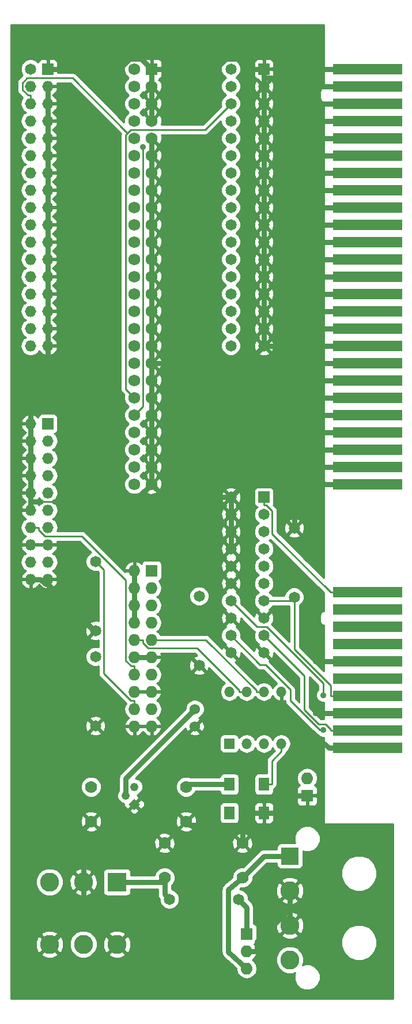
<source format=gtl>
G04 #@! TF.FileFunction,Copper,L1,Top,Signal*
%FSLAX46Y46*%
G04 Gerber Fmt 4.6, Leading zero omitted, Abs format (unit mm)*
G04 Created by KiCad (PCBNEW (after 2015-mar-04 BZR unknown)-product) date Sun 18 Mar 2018 09:27:42 PM EDT*
%MOMM*%
G01*
G04 APERTURE LIST*
%ADD10C,0.020000*%
%ADD11R,1.778000X1.778000*%
%ADD12O,1.778000X1.778000*%
%ADD13R,1.651000X1.651000*%
%ADD14C,1.651000*%
%ADD15C,1.219200*%
%ADD16R,2.794000X2.794000*%
%ADD17C,2.794000*%
%ADD18R,10.160000X1.524000*%
%ADD19C,1.778000*%
%ADD20R,2.540000X2.540000*%
%ADD21C,1.524000*%
%ADD22O,1.651000X1.651000*%
%ADD23R,1.727200X1.727200*%
%ADD24C,1.727200*%
%ADD25R,1.524000X1.524000*%
%ADD26O,1.524000X1.524000*%
%ADD27O,1.727200X1.727200*%
%ADD28R,1.550000X1.950000*%
%ADD29C,0.889000*%
%ADD30C,0.762000*%
%ADD31C,0.254000*%
G04 APERTURE END LIST*
D10*
D11*
X107950000Y-157480000D03*
D12*
X107950000Y-160020000D03*
X107950000Y-162560000D03*
D11*
X116840000Y-137160000D03*
D12*
X116840000Y-134620000D03*
D13*
X110490000Y-30480000D03*
D14*
X105638600Y-30480000D03*
X110490000Y-33020000D03*
X105638600Y-33020000D03*
X110490000Y-35560000D03*
X105638600Y-35560000D03*
X110490000Y-38100000D03*
X105638600Y-38100000D03*
X110490000Y-40640000D03*
X105638600Y-40640000D03*
X110490000Y-43180000D03*
X105638600Y-43180000D03*
X110490000Y-45720000D03*
X105638600Y-45720000D03*
X110490000Y-48260000D03*
X105638600Y-48260000D03*
X110490000Y-50800000D03*
X105638600Y-50800000D03*
X110490000Y-53340000D03*
X105638600Y-53340000D03*
X110490000Y-55880000D03*
X105638600Y-55880000D03*
X110490000Y-58420000D03*
X105638600Y-58420000D03*
X110490000Y-60960000D03*
X105638600Y-60960000D03*
X110490000Y-63500000D03*
X105638600Y-63500000D03*
X110490000Y-66040000D03*
X105638600Y-66040000D03*
X110490000Y-68580000D03*
X105638600Y-68580000D03*
X110490000Y-71120000D03*
X105638600Y-71120000D03*
D13*
X110490000Y-93345000D03*
D14*
X105638600Y-93345000D03*
X110490000Y-95885000D03*
X105638600Y-95885000D03*
X110490000Y-98425000D03*
X105638600Y-98425000D03*
X110490000Y-100965000D03*
X105638600Y-100965000D03*
X110490000Y-103505000D03*
X105638600Y-103505000D03*
X110490000Y-106045000D03*
X105638600Y-106045000D03*
X110490000Y-108585000D03*
X105638600Y-108585000D03*
X110490000Y-111125000D03*
X105638600Y-111125000D03*
X110490000Y-113665000D03*
X105638600Y-113665000D03*
X110490000Y-116205000D03*
X105638600Y-116205000D03*
D15*
X90170000Y-137160000D03*
X91440000Y-135890000D03*
D10*
G36*
X92302105Y-138430000D02*
X91440000Y-139292105D01*
X90577895Y-138430000D01*
X91440000Y-137567895D01*
X92302105Y-138430000D01*
X92302105Y-138430000D01*
G37*
D16*
X88900000Y-149860000D03*
D17*
X88900000Y-159004000D03*
X83947000Y-149860000D03*
X83947000Y-159004000D03*
X78994000Y-149860000D03*
X78994000Y-159004000D03*
D18*
X125730000Y-30480000D03*
X125730000Y-33020000D03*
X125730000Y-35560000D03*
X125730000Y-38100000D03*
X125730000Y-40640000D03*
X125730000Y-43180000D03*
X125730000Y-45720000D03*
X125730000Y-48260000D03*
X125730000Y-50800000D03*
X125730000Y-53340000D03*
X125730000Y-55880000D03*
X125730000Y-58420000D03*
X125730000Y-60960000D03*
X125730000Y-63500000D03*
X125730000Y-66040000D03*
X125730000Y-68580000D03*
X125730000Y-71120000D03*
X125730000Y-73660000D03*
X125730000Y-76200000D03*
X125730000Y-78740000D03*
X125730000Y-81280000D03*
X125730000Y-83820000D03*
X125730000Y-86360000D03*
X125730000Y-88900000D03*
X125730000Y-91440000D03*
D19*
X95885000Y-144145000D03*
X95885000Y-149225000D03*
X107315000Y-149225000D03*
X107315000Y-144145000D03*
D18*
X125730000Y-107314600D03*
X125730000Y-109854600D03*
X125730000Y-112394600D03*
X125730000Y-114934600D03*
X125730000Y-117474600D03*
X125730000Y-120014600D03*
X125730000Y-122554600D03*
X125730000Y-125094600D03*
X125730000Y-127634600D03*
X125730000Y-130174600D03*
D20*
X114300000Y-146050000D03*
D17*
X114300000Y-151130000D03*
X114300000Y-156210000D03*
X114300000Y-161290000D03*
D21*
X100330000Y-127000000D03*
X100330000Y-124460000D03*
D13*
X78740000Y-82550000D03*
D22*
X76200000Y-82550000D03*
X78740000Y-85090000D03*
X76200000Y-85090000D03*
X78740000Y-87630000D03*
X76200000Y-87630000D03*
X78740000Y-90170000D03*
X76200000Y-90170000D03*
X78740000Y-92710000D03*
X76200000Y-92710000D03*
X78740000Y-95250000D03*
X76200000Y-95250000D03*
X78740000Y-97790000D03*
X76200000Y-97790000D03*
X78740000Y-100330000D03*
X76200000Y-100330000D03*
X78740000Y-102870000D03*
X76200000Y-102870000D03*
X78740000Y-105410000D03*
X76200000Y-105410000D03*
D23*
X93980000Y-30480000D03*
D24*
X91440000Y-30480000D03*
X93980000Y-33020000D03*
X91440000Y-33020000D03*
X93980000Y-35560000D03*
X91440000Y-35560000D03*
X93980000Y-38100000D03*
X91440000Y-38100000D03*
X93980000Y-40640000D03*
X91440000Y-40640000D03*
X93980000Y-43180000D03*
X91440000Y-43180000D03*
X93980000Y-45720000D03*
X91440000Y-45720000D03*
X93980000Y-48260000D03*
X91440000Y-48260000D03*
X93980000Y-50800000D03*
X91440000Y-50800000D03*
X93980000Y-53340000D03*
X91440000Y-53340000D03*
X93980000Y-55880000D03*
X91440000Y-55880000D03*
X93980000Y-58420000D03*
X91440000Y-58420000D03*
X93980000Y-60960000D03*
X91440000Y-60960000D03*
X93980000Y-63500000D03*
X91440000Y-63500000D03*
X93980000Y-66040000D03*
X91440000Y-66040000D03*
X93980000Y-68580000D03*
X91440000Y-68580000D03*
X93980000Y-71120000D03*
X91440000Y-71120000D03*
X93980000Y-73660000D03*
X91440000Y-73660000D03*
X93980000Y-76200000D03*
X91440000Y-76200000D03*
X93980000Y-78740000D03*
X91440000Y-78740000D03*
X93980000Y-81280000D03*
X91440000Y-81280000D03*
X93980000Y-83820000D03*
X91440000Y-83820000D03*
X93980000Y-86360000D03*
X91440000Y-86360000D03*
X93980000Y-88900000D03*
X91440000Y-88900000D03*
X93980000Y-91440000D03*
X91440000Y-91440000D03*
D13*
X78740000Y-30480000D03*
D14*
X76200000Y-30480000D03*
D22*
X78740000Y-33020000D03*
X76200000Y-33020000D03*
X78740000Y-35560000D03*
X76200000Y-35560000D03*
X78740000Y-38100000D03*
X76200000Y-38100000D03*
X78740000Y-40640000D03*
X76200000Y-40640000D03*
X78740000Y-43180000D03*
X76200000Y-43180000D03*
X78740000Y-45720000D03*
X76200000Y-45720000D03*
X78740000Y-48260000D03*
X76200000Y-48260000D03*
X78740000Y-50800000D03*
X76200000Y-50800000D03*
X78740000Y-53340000D03*
X76200000Y-53340000D03*
X78740000Y-55880000D03*
X76200000Y-55880000D03*
X78740000Y-58420000D03*
X76200000Y-58420000D03*
X78740000Y-60960000D03*
X76200000Y-60960000D03*
X78740000Y-63500000D03*
X76200000Y-63500000D03*
X78740000Y-66040000D03*
X76200000Y-66040000D03*
X78740000Y-68580000D03*
X76200000Y-68580000D03*
X78740000Y-71120000D03*
X76200000Y-71120000D03*
D25*
X105410000Y-129540000D03*
D26*
X113030000Y-121920000D03*
X107950000Y-129540000D03*
X110490000Y-121920000D03*
X110490000Y-129540000D03*
X107950000Y-121920000D03*
X113030000Y-129540000D03*
X105410000Y-121920000D03*
D19*
X85090000Y-140970000D03*
X85090000Y-135890000D03*
X99060000Y-135890000D03*
X99060000Y-140970000D03*
D23*
X93980000Y-104140000D03*
D27*
X91440000Y-104140000D03*
X93980000Y-106680000D03*
X91440000Y-106680000D03*
X93980000Y-109220000D03*
X91440000Y-109220000D03*
X93980000Y-111760000D03*
X91440000Y-111760000D03*
X93980000Y-114300000D03*
X91440000Y-114300000D03*
X93980000Y-116840000D03*
X91440000Y-116840000D03*
X93980000Y-119380000D03*
X91440000Y-119380000D03*
X93980000Y-121920000D03*
X91440000Y-121920000D03*
X93980000Y-124460000D03*
X91440000Y-124460000D03*
X93980000Y-127000000D03*
X91440000Y-127000000D03*
D28*
X105410000Y-139700000D03*
X105410000Y-135500000D03*
X110490000Y-139700000D03*
X110490000Y-135500000D03*
D14*
X114935000Y-97868740D03*
X114935000Y-108028740D03*
X100965000Y-118031260D03*
X100965000Y-107871260D03*
X85725000Y-126921260D03*
X85725000Y-116761260D03*
X85725000Y-112951260D03*
X85725000Y-102791260D03*
X96598740Y-152400000D03*
X106758740Y-152400000D03*
D29*
X119189520Y-122428000D03*
X119226600Y-127544800D03*
X92710000Y-41910000D03*
X118110000Y-125095000D03*
X118110000Y-129540000D03*
X118110000Y-117475000D03*
D30*
X105258000Y-151028000D02*
X105258000Y-160122000D01*
X107315000Y-149225000D02*
X105258000Y-151028000D01*
X105258000Y-160122000D02*
X107950000Y-162560000D01*
X114300000Y-146050000D02*
X110490000Y-146050000D01*
X110490000Y-146050000D02*
X107315000Y-149225000D01*
D31*
X110490000Y-93345000D02*
X110490000Y-94551800D01*
X125730000Y-107314600D02*
X120268700Y-107314600D01*
X120268700Y-107314600D02*
X111696800Y-98742700D01*
X111696800Y-98742700D02*
X111696800Y-95381400D01*
X111696800Y-95381400D02*
X110867200Y-94551800D01*
X110867200Y-94551800D02*
X110490000Y-94551800D01*
X114935000Y-108585000D02*
X114935000Y-108028700D01*
X120268700Y-122554600D02*
X120268700Y-121017900D01*
X120268700Y-121017900D02*
X114935000Y-115684200D01*
X114935000Y-115684200D02*
X114935000Y-108585000D01*
X114935000Y-108585000D02*
X110490000Y-108585000D01*
X125730000Y-122554600D02*
X120268700Y-122554600D01*
X119189520Y-120657720D02*
X119189520Y-122428000D01*
X110926800Y-112395000D02*
X119189520Y-120657720D01*
X109448600Y-112395000D02*
X110926800Y-112395000D01*
X105638600Y-108585000D02*
X109448600Y-112395000D01*
X120268700Y-127634600D02*
X120268700Y-127419000D01*
X120268700Y-127419000D02*
X119568700Y-126719000D01*
X119568700Y-126719000D02*
X118552900Y-126719000D01*
X118552900Y-126719000D02*
X116419300Y-124585400D01*
X116419300Y-124585400D02*
X116419300Y-119594300D01*
X116419300Y-119594300D02*
X110490000Y-113665000D01*
X125730000Y-127634600D02*
X120268700Y-127634600D01*
X119226600Y-127544800D02*
X118659700Y-127544800D01*
X118659700Y-127544800D02*
X114347800Y-123232900D01*
X114347800Y-123232900D02*
X114347800Y-121601000D01*
X114347800Y-121601000D02*
X110703900Y-117957100D01*
X110703900Y-117957100D02*
X109930700Y-117957100D01*
X109930700Y-117957100D02*
X105638600Y-113665000D01*
X76200000Y-35560000D02*
X76200000Y-34353200D01*
X76200000Y-34353200D02*
X75822900Y-34353200D01*
X75822900Y-34353200D02*
X74985500Y-33515800D01*
X82392200Y-31813100D02*
X90449300Y-39870200D01*
X74985500Y-33515800D02*
X74985500Y-32526500D01*
X74985500Y-32526500D02*
X75698900Y-31813100D01*
X75698900Y-31813100D02*
X82392200Y-31813100D01*
X90449300Y-39870200D02*
X90949500Y-39370000D01*
X90949500Y-39370000D02*
X101828600Y-39370000D01*
X101828600Y-39370000D02*
X105638600Y-35560000D01*
X91440000Y-78740000D02*
X90188800Y-77488800D01*
X90188800Y-77488800D02*
X90188800Y-40130700D01*
X90188800Y-40130700D02*
X90449300Y-39870200D01*
X92710000Y-41910000D02*
X92710000Y-80010000D01*
X92710000Y-80010000D02*
X91440000Y-81280000D01*
X113030000Y-129540000D02*
X113030000Y-130683300D01*
X110490000Y-135500000D02*
X111646300Y-135500000D01*
X111646300Y-135500000D02*
X111646300Y-132067000D01*
X111646300Y-132067000D02*
X113030000Y-130683300D01*
X79631542Y-93980000D02*
X77744102Y-93980000D01*
X77744102Y-93980000D02*
X76538475Y-93980000D01*
D30*
X76200000Y-95250000D02*
X76200000Y-94082567D01*
X76302567Y-93980000D02*
X77744102Y-93980000D01*
X76200000Y-94082567D02*
X76302567Y-93980000D01*
X76200000Y-95250000D02*
X76200000Y-93641525D01*
X76200000Y-93641525D02*
X76200000Y-92710000D01*
D31*
X76538475Y-93980000D02*
X76200000Y-93641525D01*
D30*
X91440000Y-93980000D02*
X79631542Y-93980000D01*
X93980000Y-91440000D02*
X91440000Y-93980000D01*
X93980000Y-73660000D02*
X107950000Y-73660000D01*
X107950000Y-73660000D02*
X110490000Y-71120000D01*
X110490000Y-71120000D02*
X118110000Y-71120000D01*
X105638600Y-93345000D02*
X108813600Y-90170000D01*
X108813600Y-90170000D02*
X118110000Y-90170000D01*
X118110000Y-90170000D02*
X118745000Y-90805000D01*
X93980000Y-30480000D02*
X103477058Y-30480000D01*
X103477058Y-30480000D02*
X104937559Y-29019499D01*
X104937559Y-29019499D02*
X107441999Y-29019499D01*
X107441999Y-29019499D02*
X108902500Y-30480000D01*
X108902500Y-30480000D02*
X110490000Y-30480000D01*
X78740000Y-30480000D02*
X89222070Y-30480000D01*
X90720671Y-28981399D02*
X92481399Y-28981399D01*
X89222070Y-30480000D02*
X90720671Y-28981399D01*
X92481399Y-28981399D02*
X93980000Y-30480000D01*
X114300000Y-154146400D02*
X114300000Y-156210000D01*
X114300000Y-151130000D02*
X114300000Y-154146400D01*
X114300000Y-154146400D02*
X113928800Y-154146400D01*
X113928800Y-154146400D02*
X109474300Y-158600900D01*
X109474300Y-158600900D02*
X109474300Y-160020000D01*
X107950000Y-160020000D02*
X109474300Y-160020000D01*
X105638600Y-93345000D02*
X95885000Y-93345000D01*
X95885000Y-93345000D02*
X93980000Y-91440000D01*
X105638600Y-95885000D02*
X105638600Y-93345000D01*
X83947000Y-154051000D02*
X88900000Y-159004000D01*
X118745000Y-90805000D02*
X114935000Y-94615000D01*
X114935000Y-94615000D02*
X114935000Y-97868700D01*
X118745000Y-90805000D02*
X119380000Y-91440000D01*
X119380000Y-91440000D02*
X125730000Y-91440000D01*
X118110000Y-88900000D02*
X118110000Y-90170000D01*
X107315000Y-141464700D02*
X109079700Y-139700000D01*
X107315000Y-144145000D02*
X107315000Y-141464700D01*
X107315000Y-141464700D02*
X99554700Y-141464700D01*
X99554700Y-141464700D02*
X99060000Y-140970000D01*
X83947000Y-154051000D02*
X78994000Y-159004000D01*
X83947000Y-149860000D02*
X83947000Y-154051000D01*
X85725000Y-112951300D02*
X85550900Y-112951300D01*
X85550900Y-112951300D02*
X78740000Y-106140400D01*
X76200000Y-105410000D02*
X77660800Y-105410000D01*
X78740000Y-106140400D02*
X78391200Y-106140400D01*
X78391200Y-106140400D02*
X77660800Y-105410000D01*
X78740000Y-105410000D02*
X78740000Y-106140400D01*
X125730000Y-130174600D02*
X120014700Y-130174600D01*
X118110000Y-129540000D02*
X119380100Y-129540000D01*
X119380100Y-129540000D02*
X120014700Y-130174600D01*
X93980000Y-88900000D02*
X93980000Y-86360000D01*
X93980000Y-91440000D02*
X93980000Y-88900000D01*
X85090000Y-140970000D02*
X83947000Y-142113000D01*
X83947000Y-142113000D02*
X83947000Y-149860000D01*
X118110000Y-31750000D02*
X118110000Y-33020000D01*
X125730000Y-30480000D02*
X118745000Y-30480000D01*
X118745000Y-30480000D02*
X118110000Y-31115000D01*
X118110000Y-31115000D02*
X118110000Y-31750000D01*
X110490000Y-31750000D02*
X110490000Y-30480000D01*
X110490000Y-33020000D02*
X110490000Y-31750000D01*
X110490000Y-31750000D02*
X118110000Y-31750000D01*
X110490000Y-38100000D02*
X110490000Y-35560000D01*
X110490000Y-40640000D02*
X110490000Y-38100000D01*
X110490000Y-43180000D02*
X110490000Y-40640000D01*
X110490000Y-45720000D02*
X110490000Y-43180000D01*
X110490000Y-48260000D02*
X110490000Y-45720000D01*
X110490000Y-50800000D02*
X110490000Y-48260000D01*
X110490000Y-53340000D02*
X110490000Y-50800000D01*
X110490000Y-55880000D02*
X110490000Y-53340000D01*
X110490000Y-58420000D02*
X110490000Y-55880000D01*
X110490000Y-60960000D02*
X110490000Y-58420000D01*
X110490000Y-63500000D02*
X110490000Y-60960000D01*
X110490000Y-66040000D02*
X110490000Y-63500000D01*
X110490000Y-68580000D02*
X110490000Y-66040000D01*
X110490000Y-71120000D02*
X110490000Y-68580000D01*
X105638600Y-98425000D02*
X105638600Y-95885000D01*
X105638600Y-100965000D02*
X105638600Y-98425000D01*
X91440000Y-106680000D02*
X91440000Y-104140000D01*
X110490000Y-139700000D02*
X109079700Y-139700000D01*
X125730000Y-125094600D02*
X118110400Y-125094600D01*
X118110400Y-125094600D02*
X118110000Y-125095000D01*
X76200000Y-85090000D02*
X76200000Y-82550000D01*
X76200000Y-87630000D02*
X76200000Y-85090000D01*
X76200000Y-90170000D02*
X76200000Y-87630000D01*
X76200000Y-92710000D02*
X76200000Y-90170000D01*
X93980000Y-33020000D02*
X93980000Y-30480000D01*
X93980000Y-35560000D02*
X93980000Y-33020000D01*
X93980000Y-38100000D02*
X93980000Y-35560000D01*
X93980000Y-43180000D02*
X93980000Y-40640000D01*
X93980000Y-45720000D02*
X93980000Y-43180000D01*
X93980000Y-48260000D02*
X93980000Y-45720000D01*
X93980000Y-50800000D02*
X93980000Y-48260000D01*
X93980000Y-53340000D02*
X93980000Y-50800000D01*
X93980000Y-55880000D02*
X93980000Y-53340000D01*
X93980000Y-58420000D02*
X93980000Y-55880000D01*
X93980000Y-60960000D02*
X93980000Y-58420000D01*
X93980000Y-63500000D02*
X93980000Y-60960000D01*
X93980000Y-66040000D02*
X93980000Y-63500000D01*
X93980000Y-68580000D02*
X93980000Y-66040000D01*
X93980000Y-71120000D02*
X93980000Y-68580000D01*
X93980000Y-73660000D02*
X93980000Y-71120000D01*
X93980000Y-76200000D02*
X93980000Y-73660000D01*
X93980000Y-78740000D02*
X93980000Y-76200000D01*
X93980000Y-81280000D02*
X93980000Y-78740000D01*
X93980000Y-83820000D02*
X93980000Y-81280000D01*
X93980000Y-86360000D02*
X93980000Y-83820000D01*
X78740000Y-71120000D02*
X78740000Y-72580800D01*
X78740000Y-72580800D02*
X76200000Y-75120800D01*
X76200000Y-75120800D02*
X76200000Y-82550000D01*
X78740000Y-68580000D02*
X78740000Y-71120000D01*
X78740000Y-35560000D02*
X78740000Y-33020000D01*
X78740000Y-38100000D02*
X78740000Y-35560000D01*
X78740000Y-40640000D02*
X78740000Y-38100000D01*
X78740000Y-43180000D02*
X78740000Y-40640000D01*
X78740000Y-45720000D02*
X78740000Y-43180000D01*
X78740000Y-48260000D02*
X78740000Y-45720000D01*
X78740000Y-50800000D02*
X78740000Y-48260000D01*
X78740000Y-53340000D02*
X78740000Y-50800000D01*
X78740000Y-55880000D02*
X78740000Y-53340000D01*
X78740000Y-58420000D02*
X78740000Y-55880000D01*
X78740000Y-60960000D02*
X78740000Y-58420000D01*
X78740000Y-63500000D02*
X78740000Y-60960000D01*
X78740000Y-66040000D02*
X78740000Y-63500000D01*
X78740000Y-68580000D02*
X78740000Y-66040000D01*
X91440000Y-109220000D02*
X91440000Y-106680000D01*
X91440000Y-111760000D02*
X91440000Y-109220000D01*
X93980000Y-116840000D02*
X91440000Y-116840000D01*
X110490000Y-139700000D02*
X111900300Y-139700000D01*
X111900300Y-139700000D02*
X114440300Y-137160000D01*
X114440300Y-137160000D02*
X116840000Y-137160000D01*
X125729600Y-117475000D02*
X125730000Y-117474600D01*
X125729600Y-117475000D02*
X118110000Y-117475000D01*
X125730000Y-117475000D02*
X125729600Y-117475000D01*
X125730000Y-33020000D02*
X118110000Y-33020000D01*
X125730000Y-35560000D02*
X118110000Y-35560000D01*
X125730000Y-38100000D02*
X118110000Y-38100000D01*
X125730000Y-40640000D02*
X118110000Y-40640000D01*
X125730000Y-43180000D02*
X118110000Y-43180000D01*
X125730000Y-45720000D02*
X118110000Y-45720000D01*
X125730000Y-48260000D02*
X118110000Y-48260000D01*
X125730000Y-50800000D02*
X118110000Y-50800000D01*
X125730000Y-53340000D02*
X118110000Y-53340000D01*
X125730000Y-55880000D02*
X118110000Y-55880000D01*
X125730000Y-58420000D02*
X118110000Y-58420000D01*
X125730000Y-60960000D02*
X118110000Y-60960000D01*
X125730000Y-63500000D02*
X118110000Y-63500000D01*
X125730000Y-66040000D02*
X118110000Y-66040000D01*
X125730000Y-68580000D02*
X118110000Y-68580000D01*
X125730000Y-71120000D02*
X118110000Y-71120000D01*
X125730000Y-73660000D02*
X118110000Y-73660000D01*
X125730000Y-76200000D02*
X118110000Y-76200000D01*
X125730000Y-78740000D02*
X118110000Y-78740000D01*
X125730000Y-81280000D02*
X118110000Y-81280000D01*
X125730000Y-83820000D02*
X118110000Y-83820000D01*
X125730000Y-86360000D02*
X118110000Y-86360000D01*
X125730000Y-88900000D02*
X118110000Y-88900000D01*
X118110000Y-33020000D02*
X118110000Y-35560000D01*
X118110000Y-35560000D02*
X118110000Y-38100000D01*
X118110000Y-38100000D02*
X118110000Y-40640000D01*
X118110000Y-40640000D02*
X118110000Y-43180000D01*
X118110000Y-43180000D02*
X118110000Y-45720000D01*
X118110000Y-45720000D02*
X118110000Y-48260000D01*
X118110000Y-48260000D02*
X118110000Y-50800000D01*
X118110000Y-50800000D02*
X118110000Y-53340000D01*
X118110000Y-53340000D02*
X118110000Y-55880000D01*
X118110000Y-55880000D02*
X118110000Y-58420000D01*
X118110000Y-58420000D02*
X118110000Y-60960000D01*
X118110000Y-60960000D02*
X118110000Y-63500000D01*
X118110000Y-63500000D02*
X118110000Y-66040000D01*
X118110000Y-66040000D02*
X118110000Y-68580000D01*
X118110000Y-68580000D02*
X118110000Y-71120000D01*
X118110000Y-71120000D02*
X118110000Y-73660000D01*
X118110000Y-73660000D02*
X118110000Y-76200000D01*
X118110000Y-76200000D02*
X118110000Y-78740000D01*
X118110000Y-78740000D02*
X118110000Y-81280000D01*
X118110000Y-81280000D02*
X118110000Y-83820000D01*
X118110000Y-83820000D02*
X118110000Y-86360000D01*
X118110000Y-86360000D02*
X118110000Y-88900000D01*
X110490000Y-33020000D02*
X110490000Y-35560000D01*
X100330000Y-124460000D02*
X90170000Y-134620000D01*
X90170000Y-134620000D02*
X90170000Y-137160000D01*
X95885000Y-149860000D02*
X95885000Y-149225000D01*
X96598700Y-152400000D02*
X95885000Y-151686300D01*
X95885000Y-151686300D02*
X95885000Y-149860000D01*
X88900000Y-149860000D02*
X95885000Y-149860000D01*
X105410000Y-135500000D02*
X99450000Y-135500000D01*
X99450000Y-135500000D02*
X99060000Y-135890000D01*
D31*
X91440000Y-119380000D02*
X91440000Y-118135100D01*
X76200000Y-97790000D02*
X77406800Y-97790000D01*
X91440000Y-118135100D02*
X90973100Y-118135100D01*
X90973100Y-118135100D02*
X90195100Y-117357100D01*
X90195100Y-117357100D02*
X90195100Y-105533600D01*
X90195100Y-105533600D02*
X83721500Y-99060000D01*
X83721500Y-99060000D02*
X78301800Y-99060000D01*
X78301800Y-99060000D02*
X77406800Y-98165000D01*
X77406800Y-98165000D02*
X77406800Y-97790000D01*
X91440000Y-124460000D02*
X91440000Y-123215100D01*
X85725000Y-102791300D02*
X86931900Y-103998200D01*
X86931900Y-103998200D02*
X86931900Y-119222800D01*
X86931900Y-119222800D02*
X90924200Y-123215100D01*
X90924200Y-123215100D02*
X91440000Y-123215100D01*
D30*
X106758700Y-152400000D02*
X107950000Y-153591300D01*
X107950000Y-153591300D02*
X107950000Y-157480000D01*
D31*
X110490000Y-121920000D02*
X109346700Y-121920000D01*
X93980000Y-114300000D02*
X101946900Y-114300000D01*
X101946900Y-114300000D02*
X109346700Y-121699800D01*
X109346700Y-121699800D02*
X109346700Y-121920000D01*
X92684900Y-114300000D02*
X92684900Y-114766900D01*
X92684900Y-114766900D02*
X93462900Y-115544900D01*
X93462900Y-115544900D02*
X100668400Y-115544900D01*
X100668400Y-115544900D02*
X106806700Y-121683200D01*
X106806700Y-121683200D02*
X106806700Y-121920000D01*
X107950000Y-121920000D02*
X106806700Y-121920000D01*
X91440000Y-114300000D02*
X92684900Y-114300000D01*
G36*
X78033758Y-93980000D02*
X77678658Y-94217271D01*
X77466921Y-94534156D01*
X77451751Y-94497530D01*
X77068509Y-94075784D01*
X76865312Y-93980000D01*
X77068509Y-93884216D01*
X77451751Y-93462470D01*
X77466921Y-93425843D01*
X77678658Y-93742729D01*
X78033758Y-93980000D01*
X78033758Y-93980000D01*
G37*
X78033758Y-93980000D02*
X77678658Y-94217271D01*
X77466921Y-94534156D01*
X77451751Y-94497530D01*
X77068509Y-94075784D01*
X76865312Y-93980000D01*
X77068509Y-93884216D01*
X77451751Y-93462470D01*
X77466921Y-93425843D01*
X77678658Y-93742729D01*
X78033758Y-93980000D01*
G36*
X119253000Y-118924570D02*
X115697000Y-115368570D01*
X115697000Y-109294151D01*
X115761226Y-109267614D01*
X116172430Y-108857127D01*
X116395246Y-108320526D01*
X116395753Y-107739503D01*
X116173874Y-107202514D01*
X115763387Y-106791310D01*
X115226786Y-106568494D01*
X114645763Y-106567987D01*
X114108774Y-106789866D01*
X113697570Y-107200353D01*
X113474754Y-107736954D01*
X113474678Y-107823000D01*
X111755411Y-107823000D01*
X111728874Y-107758774D01*
X111318387Y-107347570D01*
X111240421Y-107315195D01*
X111316226Y-107283874D01*
X111727430Y-106873387D01*
X111950246Y-106336786D01*
X111950753Y-105755763D01*
X111728874Y-105218774D01*
X111318387Y-104807570D01*
X111240421Y-104775195D01*
X111316226Y-104743874D01*
X111727430Y-104333387D01*
X111950246Y-103796786D01*
X111950753Y-103215763D01*
X111728874Y-102678774D01*
X111318387Y-102267570D01*
X111240421Y-102235195D01*
X111316226Y-102203874D01*
X111727430Y-101793387D01*
X111950246Y-101256786D01*
X111950753Y-100675763D01*
X111728874Y-100138774D01*
X111318387Y-99727570D01*
X111240421Y-99695195D01*
X111316226Y-99663874D01*
X111428382Y-99551912D01*
X119253000Y-107376530D01*
X119253000Y-110084262D01*
X119117862Y-110111143D01*
X118895632Y-110259632D01*
X118747143Y-110481862D01*
X118695000Y-110744000D01*
X118695000Y-111506000D01*
X118747143Y-111768138D01*
X118895632Y-111990368D01*
X119117862Y-112138857D01*
X119253000Y-112165737D01*
X119253000Y-118924570D01*
X119253000Y-118924570D01*
G37*
X119253000Y-118924570D02*
X115697000Y-115368570D01*
X115697000Y-109294151D01*
X115761226Y-109267614D01*
X116172430Y-108857127D01*
X116395246Y-108320526D01*
X116395753Y-107739503D01*
X116173874Y-107202514D01*
X115763387Y-106791310D01*
X115226786Y-106568494D01*
X114645763Y-106567987D01*
X114108774Y-106789866D01*
X113697570Y-107200353D01*
X113474754Y-107736954D01*
X113474678Y-107823000D01*
X111755411Y-107823000D01*
X111728874Y-107758774D01*
X111318387Y-107347570D01*
X111240421Y-107315195D01*
X111316226Y-107283874D01*
X111727430Y-106873387D01*
X111950246Y-106336786D01*
X111950753Y-105755763D01*
X111728874Y-105218774D01*
X111318387Y-104807570D01*
X111240421Y-104775195D01*
X111316226Y-104743874D01*
X111727430Y-104333387D01*
X111950246Y-103796786D01*
X111950753Y-103215763D01*
X111728874Y-102678774D01*
X111318387Y-102267570D01*
X111240421Y-102235195D01*
X111316226Y-102203874D01*
X111727430Y-101793387D01*
X111950246Y-101256786D01*
X111950753Y-100675763D01*
X111728874Y-100138774D01*
X111318387Y-99727570D01*
X111240421Y-99695195D01*
X111316226Y-99663874D01*
X111428382Y-99551912D01*
X119253000Y-107376530D01*
X119253000Y-110084262D01*
X119117862Y-110111143D01*
X118895632Y-110259632D01*
X118747143Y-110481862D01*
X118695000Y-110744000D01*
X118695000Y-111506000D01*
X118747143Y-111768138D01*
X118895632Y-111990368D01*
X119117862Y-112138857D01*
X119253000Y-112165737D01*
X119253000Y-118924570D01*
G36*
X119253000Y-125957000D02*
X118868530Y-125957000D01*
X117181300Y-124269770D01*
X117181300Y-119727130D01*
X118427520Y-120973350D01*
X118427520Y-121663358D01*
X118274898Y-121815714D01*
X118110207Y-122212332D01*
X118109833Y-122641784D01*
X118273831Y-123038689D01*
X118577234Y-123342622D01*
X118973852Y-123507313D01*
X119253000Y-123507556D01*
X119253000Y-125957000D01*
X119253000Y-125957000D01*
G37*
X119253000Y-125957000D02*
X118868530Y-125957000D01*
X117181300Y-124269770D01*
X117181300Y-119727130D01*
X118427520Y-120973350D01*
X118427520Y-121663358D01*
X118274898Y-121815714D01*
X118110207Y-122212332D01*
X118109833Y-122641784D01*
X118273831Y-123038689D01*
X118577234Y-123342622D01*
X118973852Y-123507313D01*
X119253000Y-123507556D01*
X119253000Y-125957000D01*
G36*
X129413000Y-167005000D02*
X127089355Y-167005000D01*
X127089355Y-158229374D01*
X127089355Y-148069374D01*
X126689972Y-147102793D01*
X125951096Y-146362627D01*
X124985215Y-145961558D01*
X123939374Y-145960645D01*
X122972793Y-146360028D01*
X122232627Y-147098904D01*
X121831558Y-148064785D01*
X121830645Y-149110626D01*
X122230028Y-150077207D01*
X122968904Y-150817373D01*
X123934785Y-151218442D01*
X124980626Y-151219355D01*
X125947207Y-150819972D01*
X126687373Y-150081096D01*
X127088442Y-149115215D01*
X127089355Y-148069374D01*
X127089355Y-158229374D01*
X126689972Y-157262793D01*
X125951096Y-156522627D01*
X124985215Y-156121558D01*
X123939374Y-156120645D01*
X122972793Y-156520028D01*
X122232627Y-157258904D01*
X121831558Y-158224785D01*
X121830645Y-159270626D01*
X122230028Y-160237207D01*
X122968904Y-160977373D01*
X123934785Y-161378442D01*
X124980626Y-161379355D01*
X125947207Y-160979972D01*
X126687373Y-160241096D01*
X127088442Y-159275215D01*
X127089355Y-158229374D01*
X127089355Y-167005000D01*
X118745330Y-167005000D01*
X118745330Y-163452735D01*
X118745330Y-143132735D01*
X118455922Y-142432314D01*
X118364000Y-142340231D01*
X118364000Y-138175309D01*
X118364000Y-137445750D01*
X118364000Y-136874250D01*
X118364000Y-136144691D01*
X118267327Y-135911302D01*
X118088699Y-135732673D01*
X117952000Y-135676050D01*
X118247992Y-135233067D01*
X118364000Y-134649857D01*
X118364000Y-134590143D01*
X118247992Y-134006933D01*
X117917631Y-133512512D01*
X117423210Y-133182151D01*
X116840000Y-133066143D01*
X116256790Y-133182151D01*
X115762369Y-133512512D01*
X115432008Y-134006933D01*
X115316000Y-134590143D01*
X115316000Y-134649857D01*
X115432008Y-135233067D01*
X115727999Y-135676050D01*
X115591301Y-135732673D01*
X115412673Y-135911302D01*
X115316000Y-136144691D01*
X115316000Y-136874250D01*
X115474750Y-137033000D01*
X116713000Y-137033000D01*
X116713000Y-137013000D01*
X116967000Y-137013000D01*
X116967000Y-137033000D01*
X118205250Y-137033000D01*
X118364000Y-136874250D01*
X118364000Y-137445750D01*
X118205250Y-137287000D01*
X116967000Y-137287000D01*
X116967000Y-138525250D01*
X117125750Y-138684000D01*
X117602691Y-138684000D01*
X117855310Y-138684000D01*
X118088699Y-138587327D01*
X118267327Y-138408698D01*
X118364000Y-138175309D01*
X118364000Y-142340231D01*
X117920505Y-141895961D01*
X117220590Y-141605332D01*
X116713000Y-141604888D01*
X116713000Y-138525250D01*
X116713000Y-137287000D01*
X115474750Y-137287000D01*
X115316000Y-137445750D01*
X115316000Y-138175309D01*
X115412673Y-138408698D01*
X115591301Y-138587327D01*
X115824690Y-138684000D01*
X116077309Y-138684000D01*
X116554250Y-138684000D01*
X116713000Y-138525250D01*
X116713000Y-141604888D01*
X116462735Y-141604670D01*
X115762314Y-141894078D01*
X115225961Y-142429495D01*
X114935332Y-143129410D01*
X114934670Y-143887265D01*
X115036023Y-144132560D01*
X114427000Y-144132560D01*
X114427000Y-129567369D01*
X114427000Y-129512631D01*
X114320660Y-128978022D01*
X114017828Y-128524803D01*
X113564609Y-128221971D01*
X113030000Y-128115631D01*
X112495391Y-128221971D01*
X112042172Y-128524803D01*
X111760000Y-128947102D01*
X111477828Y-128524803D01*
X111024609Y-128221971D01*
X110490000Y-128115631D01*
X109955391Y-128221971D01*
X109502172Y-128524803D01*
X109220000Y-128947102D01*
X108937828Y-128524803D01*
X108484609Y-128221971D01*
X107950000Y-128115631D01*
X107415391Y-128221971D01*
X106962172Y-128524803D01*
X106813488Y-128747323D01*
X106772463Y-128535877D01*
X106632673Y-128323073D01*
X106421640Y-128180623D01*
X106172000Y-128130560D01*
X104648000Y-128130560D01*
X104405877Y-128177537D01*
X104193073Y-128317327D01*
X104050623Y-128528360D01*
X104000560Y-128778000D01*
X104000560Y-130302000D01*
X104047537Y-130544123D01*
X104187327Y-130756927D01*
X104398360Y-130899377D01*
X104648000Y-130949440D01*
X106172000Y-130949440D01*
X106414123Y-130902463D01*
X106626927Y-130762673D01*
X106769377Y-130551640D01*
X106813334Y-130332446D01*
X106962172Y-130555197D01*
X107415391Y-130858029D01*
X107950000Y-130964369D01*
X108484609Y-130858029D01*
X108937828Y-130555197D01*
X109220000Y-130132897D01*
X109502172Y-130555197D01*
X109955391Y-130858029D01*
X110490000Y-130964369D01*
X111024609Y-130858029D01*
X111477828Y-130555197D01*
X111760000Y-130132897D01*
X112042172Y-130555197D01*
X112065131Y-130570537D01*
X111107485Y-131528185D01*
X110942304Y-131775395D01*
X110884300Y-132067000D01*
X110884300Y-133877560D01*
X109715000Y-133877560D01*
X109472877Y-133924537D01*
X109260073Y-134064327D01*
X109117623Y-134275360D01*
X109067560Y-134525000D01*
X109067560Y-136475000D01*
X109114537Y-136717123D01*
X109254327Y-136929927D01*
X109465360Y-137072377D01*
X109715000Y-137122440D01*
X111265000Y-137122440D01*
X111507123Y-137075463D01*
X111719927Y-136935673D01*
X111862377Y-136724640D01*
X111912440Y-136475000D01*
X111912440Y-136209061D01*
X111937905Y-136203996D01*
X112185115Y-136038815D01*
X112350296Y-135791605D01*
X112408300Y-135500000D01*
X112408300Y-132382630D01*
X113568815Y-131222116D01*
X113568815Y-131222115D01*
X113733996Y-130974905D01*
X113786771Y-130709584D01*
X114017828Y-130555197D01*
X114320660Y-130101978D01*
X114427000Y-129567369D01*
X114427000Y-144132560D01*
X113030000Y-144132560D01*
X112787877Y-144179537D01*
X112575073Y-144319327D01*
X112432623Y-144530360D01*
X112382560Y-144780000D01*
X112382560Y-145034000D01*
X111900000Y-145034000D01*
X111900000Y-140801309D01*
X111900000Y-139985750D01*
X111900000Y-139414250D01*
X111900000Y-138598691D01*
X111803327Y-138365302D01*
X111624699Y-138186673D01*
X111391310Y-138090000D01*
X111138691Y-138090000D01*
X110775750Y-138090000D01*
X110617000Y-138248750D01*
X110617000Y-139573000D01*
X111741250Y-139573000D01*
X111900000Y-139414250D01*
X111900000Y-139985750D01*
X111741250Y-139827000D01*
X110617000Y-139827000D01*
X110617000Y-141151250D01*
X110775750Y-141310000D01*
X111138691Y-141310000D01*
X111391310Y-141310000D01*
X111624699Y-141213327D01*
X111803327Y-141034698D01*
X111900000Y-140801309D01*
X111900000Y-145034000D01*
X110490000Y-145034000D01*
X110363000Y-145059261D01*
X110363000Y-141151250D01*
X110363000Y-139827000D01*
X110363000Y-139573000D01*
X110363000Y-138248750D01*
X110204250Y-138090000D01*
X109841309Y-138090000D01*
X109588690Y-138090000D01*
X109355301Y-138186673D01*
X109176673Y-138365302D01*
X109080000Y-138598691D01*
X109080000Y-139414250D01*
X109238750Y-139573000D01*
X110363000Y-139573000D01*
X110363000Y-139827000D01*
X109238750Y-139827000D01*
X109080000Y-139985750D01*
X109080000Y-140801309D01*
X109176673Y-141034698D01*
X109355301Y-141213327D01*
X109588690Y-141310000D01*
X109841309Y-141310000D01*
X110204250Y-141310000D01*
X110363000Y-141151250D01*
X110363000Y-145059261D01*
X110165700Y-145098507D01*
X110101193Y-145111338D01*
X109771579Y-145331580D01*
X108850516Y-146252643D01*
X108850516Y-144383035D01*
X108824723Y-143777300D01*
X108642539Y-143337467D01*
X108387196Y-143252409D01*
X108207591Y-143432014D01*
X108207591Y-143072804D01*
X108122533Y-142817461D01*
X107553035Y-142609484D01*
X106947300Y-142635277D01*
X106832440Y-142682853D01*
X106832440Y-140675000D01*
X106832440Y-138725000D01*
X106832440Y-136475000D01*
X106832440Y-134525000D01*
X106785463Y-134282877D01*
X106645673Y-134070073D01*
X106434640Y-133927623D01*
X106185000Y-133877560D01*
X104635000Y-133877560D01*
X104392877Y-133924537D01*
X104180073Y-134064327D01*
X104037623Y-134275360D01*
X103995782Y-134484000D01*
X101811610Y-134484000D01*
X101811610Y-119057475D01*
X100965000Y-118210865D01*
X100785395Y-118390470D01*
X100785395Y-118031260D01*
X99938785Y-117184650D01*
X99690024Y-117261916D01*
X99492660Y-117808391D01*
X99519447Y-118388795D01*
X99690024Y-118800604D01*
X99938785Y-118877870D01*
X100785395Y-118031260D01*
X100785395Y-118390470D01*
X100118390Y-119057475D01*
X100195656Y-119306236D01*
X100742131Y-119503600D01*
X101322535Y-119476813D01*
X101734344Y-119306236D01*
X101811610Y-119057475D01*
X101811610Y-134484000D01*
X101739144Y-134484000D01*
X101739144Y-127207698D01*
X101727242Y-126969903D01*
X101727242Y-124183339D01*
X101515010Y-123669697D01*
X101122370Y-123276371D01*
X100609100Y-123063243D01*
X100053339Y-123062758D01*
X99539697Y-123274990D01*
X99146371Y-123667630D01*
X98933243Y-124180900D01*
X98933034Y-124420124D01*
X95434968Y-127918190D01*
X95434968Y-127359027D01*
X95314469Y-127127000D01*
X94107000Y-127127000D01*
X94107000Y-128333817D01*
X94339026Y-128454958D01*
X94754947Y-128282688D01*
X95186821Y-127888490D01*
X95434968Y-127359027D01*
X95434968Y-127918190D01*
X93853000Y-129500159D01*
X93853000Y-128333817D01*
X93853000Y-127127000D01*
X92774469Y-127127000D01*
X92645531Y-127127000D01*
X91567000Y-127127000D01*
X91567000Y-128333817D01*
X91799026Y-128454958D01*
X92214947Y-128282688D01*
X92646821Y-127888490D01*
X92710000Y-127753687D01*
X92773179Y-127888490D01*
X93205053Y-128282688D01*
X93620974Y-128454958D01*
X93853000Y-128333817D01*
X93853000Y-129500159D01*
X91313000Y-132040159D01*
X91313000Y-128333817D01*
X91313000Y-127127000D01*
X90105531Y-127127000D01*
X89985032Y-127359027D01*
X90233179Y-127888490D01*
X90665053Y-128282688D01*
X91080974Y-128454958D01*
X91313000Y-128333817D01*
X91313000Y-132040159D01*
X89451580Y-133901580D01*
X89231338Y-134231193D01*
X89218507Y-134295700D01*
X89154000Y-134620000D01*
X89154000Y-136415632D01*
X89115495Y-136454070D01*
X88925617Y-136911348D01*
X88925185Y-137406480D01*
X89114264Y-137864088D01*
X89464070Y-138214505D01*
X89921348Y-138404383D01*
X89942895Y-138404401D01*
X89942896Y-138556310D01*
X90039569Y-138789699D01*
X90357879Y-139108009D01*
X90582386Y-139108009D01*
X91260395Y-138430000D01*
X91246252Y-138415857D01*
X91425857Y-138236252D01*
X91440000Y-138250395D01*
X92118009Y-137572386D01*
X92118009Y-137347879D01*
X91841069Y-137070939D01*
X92144088Y-136945736D01*
X92494505Y-136595930D01*
X92684383Y-136138652D01*
X92684815Y-135643520D01*
X92495736Y-135185912D01*
X92145930Y-134835495D01*
X91688652Y-134645617D01*
X91581316Y-134645523D01*
X98945341Y-127281499D01*
X98948638Y-127347368D01*
X99107603Y-127731143D01*
X99349787Y-127800608D01*
X100150395Y-127000000D01*
X100136252Y-126985857D01*
X100315857Y-126806252D01*
X100330000Y-126820395D01*
X101130608Y-126019787D01*
X101061143Y-125777603D01*
X100920682Y-125727491D01*
X101120303Y-125645010D01*
X101513629Y-125252370D01*
X101726757Y-124739100D01*
X101727242Y-124183339D01*
X101727242Y-126969903D01*
X101711362Y-126652632D01*
X101552397Y-126268857D01*
X101310213Y-126199392D01*
X100509605Y-127000000D01*
X101310213Y-127800608D01*
X101552397Y-127731143D01*
X101739144Y-127207698D01*
X101739144Y-134484000D01*
X101130608Y-134484000D01*
X101130608Y-127980213D01*
X100330000Y-127179605D01*
X99529392Y-127980213D01*
X99598857Y-128222397D01*
X100122302Y-128409144D01*
X100677368Y-128381362D01*
X101061143Y-128222397D01*
X101130608Y-127980213D01*
X101130608Y-134484000D01*
X99648009Y-134484000D01*
X99364472Y-134366265D01*
X98758188Y-134365736D01*
X98197851Y-134597262D01*
X97768769Y-135025596D01*
X97536265Y-135585528D01*
X97535736Y-136191812D01*
X97767262Y-136752149D01*
X98195596Y-137181231D01*
X98755528Y-137413735D01*
X99361812Y-137414264D01*
X99922149Y-137182738D01*
X100351231Y-136754404D01*
X100450224Y-136516000D01*
X103995514Y-136516000D01*
X104034537Y-136717123D01*
X104174327Y-136929927D01*
X104385360Y-137072377D01*
X104635000Y-137122440D01*
X106185000Y-137122440D01*
X106427123Y-137075463D01*
X106639927Y-136935673D01*
X106782377Y-136724640D01*
X106832440Y-136475000D01*
X106832440Y-138725000D01*
X106785463Y-138482877D01*
X106645673Y-138270073D01*
X106434640Y-138127623D01*
X106185000Y-138077560D01*
X104635000Y-138077560D01*
X104392877Y-138124537D01*
X104180073Y-138264327D01*
X104037623Y-138475360D01*
X103987560Y-138725000D01*
X103987560Y-140675000D01*
X104034537Y-140917123D01*
X104174327Y-141129927D01*
X104385360Y-141272377D01*
X104635000Y-141322440D01*
X106185000Y-141322440D01*
X106427123Y-141275463D01*
X106639927Y-141135673D01*
X106782377Y-140924640D01*
X106832440Y-140675000D01*
X106832440Y-142682853D01*
X106507467Y-142817461D01*
X106422409Y-143072804D01*
X107315000Y-143965395D01*
X108207591Y-143072804D01*
X108207591Y-143432014D01*
X107494605Y-144145000D01*
X108387196Y-145037591D01*
X108642539Y-144952533D01*
X108850516Y-144383035D01*
X108850516Y-146252643D01*
X108207591Y-146895568D01*
X108207591Y-145217196D01*
X107315000Y-144324605D01*
X107135395Y-144504210D01*
X107135395Y-144145000D01*
X106242804Y-143252409D01*
X105987461Y-143337467D01*
X105779484Y-143906965D01*
X105805277Y-144512700D01*
X105987461Y-144952533D01*
X106242804Y-145037591D01*
X107135395Y-144145000D01*
X107135395Y-144504210D01*
X106422409Y-145217196D01*
X106507467Y-145472539D01*
X107076965Y-145680516D01*
X107682700Y-145654723D01*
X108122533Y-145472539D01*
X108207591Y-145217196D01*
X108207591Y-146895568D01*
X107402084Y-147701075D01*
X107013188Y-147700736D01*
X106452851Y-147932262D01*
X106023769Y-148360596D01*
X105791265Y-148920528D01*
X105791012Y-149209759D01*
X104588302Y-150263958D01*
X104567703Y-150290788D01*
X104539580Y-150309580D01*
X104447655Y-150447154D01*
X104346894Y-150578399D01*
X104338131Y-150611067D01*
X104319338Y-150639194D01*
X104287056Y-150801484D01*
X104244193Y-150961288D01*
X104248599Y-150994823D01*
X104242000Y-151028000D01*
X104242000Y-160122000D01*
X104246976Y-160147016D01*
X104243244Y-160172243D01*
X104285476Y-160340571D01*
X104319338Y-160510806D01*
X104333507Y-160532011D01*
X104339714Y-160556750D01*
X104443162Y-160696121D01*
X104539580Y-160840420D01*
X104560784Y-160854588D01*
X104575986Y-160875069D01*
X106402297Y-162529061D01*
X106396143Y-162560000D01*
X106512151Y-163143210D01*
X106842512Y-163637631D01*
X107336933Y-163967992D01*
X107920143Y-164084000D01*
X107979857Y-164084000D01*
X108563067Y-163967992D01*
X109057488Y-163637631D01*
X109387849Y-163143210D01*
X109503857Y-162560000D01*
X109387849Y-161976790D01*
X109057488Y-161482369D01*
X108766898Y-161288203D01*
X108851809Y-161248555D01*
X109253311Y-160809929D01*
X109430134Y-160383013D01*
X109309330Y-160147000D01*
X108077000Y-160147000D01*
X108077000Y-160167000D01*
X107823000Y-160167000D01*
X107823000Y-160147000D01*
X107803000Y-160147000D01*
X107803000Y-159893000D01*
X107823000Y-159893000D01*
X107823000Y-159873000D01*
X108077000Y-159873000D01*
X108077000Y-159893000D01*
X109309330Y-159893000D01*
X109430134Y-159656987D01*
X109253311Y-159230071D01*
X109024768Y-158980396D01*
X109081123Y-158969463D01*
X109293927Y-158829673D01*
X109436377Y-158618640D01*
X109486440Y-158369000D01*
X109486440Y-156591000D01*
X109439463Y-156348877D01*
X109299673Y-156136073D01*
X109088640Y-155993623D01*
X108966000Y-155969028D01*
X108966000Y-153591300D01*
X108888662Y-153202494D01*
X108888662Y-153202493D01*
X108668421Y-152872880D01*
X108219219Y-152423679D01*
X108219493Y-152110763D01*
X107997614Y-151573774D01*
X107587127Y-151162570D01*
X107050526Y-150939754D01*
X106900202Y-150939622D01*
X107117875Y-150748828D01*
X107616812Y-150749264D01*
X108177149Y-150517738D01*
X108606231Y-150089404D01*
X108838735Y-149529472D01*
X108839076Y-149137763D01*
X110910840Y-147066000D01*
X112382560Y-147066000D01*
X112382560Y-147320000D01*
X112429537Y-147562123D01*
X112569327Y-147774927D01*
X112780360Y-147917377D01*
X113030000Y-147967440D01*
X115570000Y-147967440D01*
X115812123Y-147920463D01*
X116024927Y-147780673D01*
X116167377Y-147569640D01*
X116217440Y-147320000D01*
X116217440Y-145314193D01*
X116459410Y-145414668D01*
X117217265Y-145415330D01*
X117917686Y-145125922D01*
X118454039Y-144590505D01*
X118744668Y-143890590D01*
X118745330Y-143132735D01*
X118745330Y-163452735D01*
X118455922Y-162752314D01*
X117920505Y-162215961D01*
X117220590Y-161925332D01*
X116462735Y-161924670D01*
X116340423Y-161975208D01*
X116340423Y-156569254D01*
X116340423Y-151489254D01*
X116322586Y-150681071D01*
X116047625Y-150017256D01*
X115739556Y-149870050D01*
X115559950Y-150049655D01*
X115559950Y-149690444D01*
X115412744Y-149382375D01*
X114659254Y-149089577D01*
X113851071Y-149107414D01*
X113187256Y-149382375D01*
X113040050Y-149690444D01*
X114300000Y-150950395D01*
X115559950Y-149690444D01*
X115559950Y-150049655D01*
X114479605Y-151130000D01*
X115739556Y-152389950D01*
X116047625Y-152242744D01*
X116340423Y-151489254D01*
X116340423Y-156569254D01*
X116322586Y-155761071D01*
X116047625Y-155097256D01*
X115739556Y-154950050D01*
X115559950Y-155129655D01*
X115559950Y-154770444D01*
X115559950Y-152569556D01*
X114300000Y-151309605D01*
X114120395Y-151489210D01*
X114120395Y-151130000D01*
X112860444Y-149870050D01*
X112552375Y-150017256D01*
X112259577Y-150770746D01*
X112277414Y-151578929D01*
X112552375Y-152242744D01*
X112860444Y-152389950D01*
X114120395Y-151130000D01*
X114120395Y-151489210D01*
X113040050Y-152569556D01*
X113187256Y-152877625D01*
X113940746Y-153170423D01*
X114748929Y-153152586D01*
X115412744Y-152877625D01*
X115559950Y-152569556D01*
X115559950Y-154770444D01*
X115412744Y-154462375D01*
X114659254Y-154169577D01*
X113851071Y-154187414D01*
X113187256Y-154462375D01*
X113040050Y-154770444D01*
X114300000Y-156030395D01*
X115559950Y-154770444D01*
X115559950Y-155129655D01*
X114479605Y-156210000D01*
X115739556Y-157469950D01*
X116047625Y-157322744D01*
X116340423Y-156569254D01*
X116340423Y-161975208D01*
X116189861Y-162037419D01*
X116331646Y-161695963D01*
X116332352Y-160887584D01*
X116023650Y-160140468D01*
X115559950Y-159675958D01*
X115559950Y-157649556D01*
X114300000Y-156389605D01*
X114120395Y-156569210D01*
X114120395Y-156210000D01*
X112860444Y-154950050D01*
X112552375Y-155097256D01*
X112259577Y-155850746D01*
X112277414Y-156658929D01*
X112552375Y-157322744D01*
X112860444Y-157469950D01*
X114120395Y-156210000D01*
X114120395Y-156569210D01*
X113040050Y-157649556D01*
X113187256Y-157957625D01*
X113940746Y-158250423D01*
X114748929Y-158232586D01*
X115412744Y-157957625D01*
X115559950Y-157649556D01*
X115559950Y-159675958D01*
X115452538Y-159568359D01*
X114705963Y-159258354D01*
X113897584Y-159257648D01*
X113150468Y-159566350D01*
X112578359Y-160137462D01*
X112268354Y-160884037D01*
X112267648Y-161692416D01*
X112576350Y-162439532D01*
X113147462Y-163011641D01*
X113894037Y-163321646D01*
X114702416Y-163322352D01*
X115047255Y-163179867D01*
X114935332Y-163449410D01*
X114934670Y-164207265D01*
X115224078Y-164907686D01*
X115759495Y-165444039D01*
X116459410Y-165734668D01*
X117217265Y-165735330D01*
X117917686Y-165445922D01*
X118454039Y-164910505D01*
X118744668Y-164210590D01*
X118745330Y-163452735D01*
X118745330Y-167005000D01*
X100595516Y-167005000D01*
X100595516Y-141208035D01*
X100569723Y-140602300D01*
X100387539Y-140162467D01*
X100132196Y-140077409D01*
X99952591Y-140257014D01*
X99952591Y-139897804D01*
X99867533Y-139642461D01*
X99298035Y-139434484D01*
X98692300Y-139460277D01*
X98252467Y-139642461D01*
X98167409Y-139897804D01*
X99060000Y-140790395D01*
X99952591Y-139897804D01*
X99952591Y-140257014D01*
X99239605Y-140970000D01*
X100132196Y-141862591D01*
X100387539Y-141777533D01*
X100595516Y-141208035D01*
X100595516Y-167005000D01*
X99952591Y-167005000D01*
X99952591Y-142042196D01*
X99060000Y-141149605D01*
X98880395Y-141329210D01*
X98880395Y-140970000D01*
X97987804Y-140077409D01*
X97732461Y-140162467D01*
X97524484Y-140731965D01*
X97550277Y-141337700D01*
X97732461Y-141777533D01*
X97987804Y-141862591D01*
X98880395Y-140970000D01*
X98880395Y-141329210D01*
X98167409Y-142042196D01*
X98252467Y-142297539D01*
X98821965Y-142505516D01*
X99427700Y-142479723D01*
X99867533Y-142297539D01*
X99952591Y-142042196D01*
X99952591Y-167005000D01*
X98059493Y-167005000D01*
X98059493Y-152110763D01*
X97837614Y-151573774D01*
X97427127Y-151162570D01*
X97420516Y-151159824D01*
X97420516Y-144383035D01*
X97394723Y-143777300D01*
X97212539Y-143337467D01*
X96957196Y-143252409D01*
X96777591Y-143432014D01*
X96777591Y-143072804D01*
X96692533Y-142817461D01*
X96123035Y-142609484D01*
X95517300Y-142635277D01*
X95077467Y-142817461D01*
X94992409Y-143072804D01*
X95885000Y-143965395D01*
X96777591Y-143072804D01*
X96777591Y-143432014D01*
X96064605Y-144145000D01*
X96957196Y-145037591D01*
X97212539Y-144952533D01*
X97420516Y-144383035D01*
X97420516Y-151159824D01*
X96901000Y-150944103D01*
X96901000Y-150364155D01*
X97176231Y-150089404D01*
X97408735Y-149529472D01*
X97409264Y-148923188D01*
X97177738Y-148362851D01*
X96777591Y-147962005D01*
X96777591Y-145217196D01*
X95885000Y-144324605D01*
X95705395Y-144504210D01*
X95705395Y-144145000D01*
X94812804Y-143252409D01*
X94557461Y-143337467D01*
X94349484Y-143906965D01*
X94375277Y-144512700D01*
X94557461Y-144952533D01*
X94812804Y-145037591D01*
X95705395Y-144145000D01*
X95705395Y-144504210D01*
X94992409Y-145217196D01*
X95077467Y-145472539D01*
X95646965Y-145680516D01*
X96252700Y-145654723D01*
X96692533Y-145472539D01*
X96777591Y-145217196D01*
X96777591Y-147962005D01*
X96749404Y-147933769D01*
X96189472Y-147701265D01*
X95583188Y-147700736D01*
X95022851Y-147932262D01*
X94593769Y-148360596D01*
X94393042Y-148844000D01*
X92937105Y-148844000D01*
X92937105Y-138556309D01*
X92937104Y-138303690D01*
X92840431Y-138070301D01*
X92522121Y-137751991D01*
X92297614Y-137751991D01*
X91619605Y-138430000D01*
X92297614Y-139108009D01*
X92522121Y-139108009D01*
X92661803Y-138968327D01*
X92840432Y-138789698D01*
X92937105Y-138556309D01*
X92937105Y-148844000D01*
X92118009Y-148844000D01*
X92118009Y-139512121D01*
X92118009Y-139287614D01*
X91440000Y-138609605D01*
X90761991Y-139287614D01*
X90761991Y-139512121D01*
X91080301Y-139830431D01*
X91313690Y-139927104D01*
X91566309Y-139927105D01*
X91799698Y-139830432D01*
X91978327Y-139651803D01*
X92118009Y-139512121D01*
X92118009Y-148844000D01*
X90944440Y-148844000D01*
X90944440Y-148463000D01*
X90897463Y-148220877D01*
X90757673Y-148008073D01*
X90546640Y-147865623D01*
X90297000Y-147815560D01*
X87503000Y-147815560D01*
X87260877Y-147862537D01*
X87197340Y-147904274D01*
X87197340Y-127144129D01*
X87170553Y-126563725D01*
X86999976Y-126151916D01*
X86751215Y-126074650D01*
X86571610Y-126254255D01*
X86571610Y-125895045D01*
X86494344Y-125646284D01*
X85947869Y-125448920D01*
X85367465Y-125475707D01*
X84955656Y-125646284D01*
X84878390Y-125895045D01*
X85725000Y-126741655D01*
X86571610Y-125895045D01*
X86571610Y-126254255D01*
X85904605Y-126921260D01*
X86751215Y-127767870D01*
X86999976Y-127690604D01*
X87197340Y-127144129D01*
X87197340Y-147904274D01*
X87048073Y-148002327D01*
X86905623Y-148213360D01*
X86855560Y-148463000D01*
X86855560Y-151257000D01*
X86902537Y-151499123D01*
X87042327Y-151711927D01*
X87253360Y-151854377D01*
X87503000Y-151904440D01*
X90297000Y-151904440D01*
X90539123Y-151857463D01*
X90751927Y-151717673D01*
X90894377Y-151506640D01*
X90944440Y-151257000D01*
X90944440Y-150876000D01*
X94869000Y-150876000D01*
X94869000Y-151686300D01*
X94933507Y-152010599D01*
X94946338Y-152075107D01*
X95138272Y-152362354D01*
X95137987Y-152689237D01*
X95359866Y-153226226D01*
X95770353Y-153637430D01*
X96306954Y-153860246D01*
X96887977Y-153860753D01*
X97424966Y-153638874D01*
X97836170Y-153228387D01*
X98058986Y-152691786D01*
X98059493Y-152110763D01*
X98059493Y-167005000D01*
X90940423Y-167005000D01*
X90940423Y-159363254D01*
X90922586Y-158555071D01*
X90647625Y-157891256D01*
X90339556Y-157744050D01*
X90159950Y-157923655D01*
X90159950Y-157564444D01*
X90012744Y-157256375D01*
X89259254Y-156963577D01*
X88451071Y-156981414D01*
X87787256Y-157256375D01*
X87640050Y-157564444D01*
X88900000Y-158824395D01*
X90159950Y-157564444D01*
X90159950Y-157923655D01*
X89079605Y-159004000D01*
X90339556Y-160263950D01*
X90647625Y-160116744D01*
X90940423Y-159363254D01*
X90940423Y-167005000D01*
X90159950Y-167005000D01*
X90159950Y-160443556D01*
X88900000Y-159183605D01*
X88720395Y-159363210D01*
X88720395Y-159004000D01*
X87460444Y-157744050D01*
X87152375Y-157891256D01*
X86859577Y-158644746D01*
X86877414Y-159452929D01*
X87152375Y-160116744D01*
X87460444Y-160263950D01*
X88720395Y-159004000D01*
X88720395Y-159363210D01*
X87640050Y-160443556D01*
X87787256Y-160751625D01*
X88540746Y-161044423D01*
X89348929Y-161026586D01*
X90012744Y-160751625D01*
X90159950Y-160443556D01*
X90159950Y-167005000D01*
X86625516Y-167005000D01*
X86625516Y-141208035D01*
X86614264Y-140943787D01*
X86614264Y-135588188D01*
X86571610Y-135484957D01*
X86571610Y-127947475D01*
X85725000Y-127100865D01*
X85545395Y-127280470D01*
X85545395Y-126921260D01*
X84698785Y-126074650D01*
X84450024Y-126151916D01*
X84252660Y-126698391D01*
X84279447Y-127278795D01*
X84450024Y-127690604D01*
X84698785Y-127767870D01*
X85545395Y-126921260D01*
X85545395Y-127280470D01*
X84878390Y-127947475D01*
X84955656Y-128196236D01*
X85502131Y-128393600D01*
X86082535Y-128366813D01*
X86494344Y-128196236D01*
X86571610Y-127947475D01*
X86571610Y-135484957D01*
X86382738Y-135027851D01*
X85954404Y-134598769D01*
X85394472Y-134366265D01*
X84788188Y-134365736D01*
X84227851Y-134597262D01*
X83798769Y-135025596D01*
X83566265Y-135585528D01*
X83565736Y-136191812D01*
X83797262Y-136752149D01*
X84225596Y-137181231D01*
X84785528Y-137413735D01*
X85391812Y-137414264D01*
X85952149Y-137182738D01*
X86381231Y-136754404D01*
X86613735Y-136194472D01*
X86614264Y-135588188D01*
X86614264Y-140943787D01*
X86599723Y-140602300D01*
X86417539Y-140162467D01*
X86162196Y-140077409D01*
X85982591Y-140257014D01*
X85982591Y-139897804D01*
X85897533Y-139642461D01*
X85328035Y-139434484D01*
X84722300Y-139460277D01*
X84282467Y-139642461D01*
X84197409Y-139897804D01*
X85090000Y-140790395D01*
X85982591Y-139897804D01*
X85982591Y-140257014D01*
X85269605Y-140970000D01*
X86162196Y-141862591D01*
X86417539Y-141777533D01*
X86625516Y-141208035D01*
X86625516Y-167005000D01*
X85987423Y-167005000D01*
X85987423Y-150219254D01*
X85982591Y-150000319D01*
X85982591Y-142042196D01*
X85090000Y-141149605D01*
X84910395Y-141329210D01*
X84910395Y-140970000D01*
X84017804Y-140077409D01*
X83762461Y-140162467D01*
X83554484Y-140731965D01*
X83580277Y-141337700D01*
X83762461Y-141777533D01*
X84017804Y-141862591D01*
X84910395Y-140970000D01*
X84910395Y-141329210D01*
X84197409Y-142042196D01*
X84282467Y-142297539D01*
X84851965Y-142505516D01*
X85457700Y-142479723D01*
X85897533Y-142297539D01*
X85982591Y-142042196D01*
X85982591Y-150000319D01*
X85969586Y-149411071D01*
X85694625Y-148747256D01*
X85386556Y-148600050D01*
X85206950Y-148779655D01*
X85206950Y-148420444D01*
X85059744Y-148112375D01*
X84306254Y-147819577D01*
X83498071Y-147837414D01*
X82834256Y-148112375D01*
X82687050Y-148420444D01*
X83947000Y-149680395D01*
X85206950Y-148420444D01*
X85206950Y-148779655D01*
X84126605Y-149860000D01*
X85386556Y-151119950D01*
X85694625Y-150972744D01*
X85987423Y-150219254D01*
X85987423Y-167005000D01*
X85979352Y-167005000D01*
X85979352Y-158601584D01*
X85670650Y-157854468D01*
X85206950Y-157389958D01*
X85206950Y-151299556D01*
X83947000Y-150039605D01*
X83767395Y-150219210D01*
X83767395Y-149860000D01*
X82507444Y-148600050D01*
X82199375Y-148747256D01*
X81906577Y-149500746D01*
X81924414Y-150308929D01*
X82199375Y-150972744D01*
X82507444Y-151119950D01*
X83767395Y-149860000D01*
X83767395Y-150219210D01*
X82687050Y-151299556D01*
X82834256Y-151607625D01*
X83587746Y-151900423D01*
X84395929Y-151882586D01*
X85059744Y-151607625D01*
X85206950Y-151299556D01*
X85206950Y-157389958D01*
X85099538Y-157282359D01*
X84352963Y-156972354D01*
X83544584Y-156971648D01*
X82797468Y-157280350D01*
X82225359Y-157851462D01*
X81915354Y-158598037D01*
X81914648Y-159406416D01*
X82223350Y-160153532D01*
X82794462Y-160725641D01*
X83541037Y-161035646D01*
X84349416Y-161036352D01*
X85096532Y-160727650D01*
X85668641Y-160156538D01*
X85978646Y-159409963D01*
X85979352Y-158601584D01*
X85979352Y-167005000D01*
X81034423Y-167005000D01*
X81034423Y-159363254D01*
X81026352Y-158997562D01*
X81026352Y-149457584D01*
X80717650Y-148710468D01*
X80229113Y-148221078D01*
X80229113Y-102870000D01*
X80117939Y-102311091D01*
X79801342Y-101837271D01*
X79429310Y-101588687D01*
X79608509Y-101504216D01*
X79991751Y-101082470D01*
X80157188Y-100683044D01*
X80035540Y-100457000D01*
X78867000Y-100457000D01*
X78867000Y-100477000D01*
X78613000Y-100477000D01*
X78613000Y-100457000D01*
X77495540Y-100457000D01*
X77444460Y-100457000D01*
X76327000Y-100457000D01*
X76327000Y-100477000D01*
X76073000Y-100477000D01*
X76073000Y-100457000D01*
X74904460Y-100457000D01*
X74782812Y-100683044D01*
X74948249Y-101082470D01*
X75331491Y-101504216D01*
X75510689Y-101588687D01*
X75138658Y-101837271D01*
X74822061Y-102311091D01*
X74710887Y-102870000D01*
X74822061Y-103428909D01*
X75138658Y-103902729D01*
X75510689Y-104151312D01*
X75331491Y-104235784D01*
X74948249Y-104657530D01*
X74782812Y-105056956D01*
X74904460Y-105283000D01*
X76073000Y-105283000D01*
X76073000Y-105263000D01*
X76327000Y-105263000D01*
X76327000Y-105283000D01*
X77444460Y-105283000D01*
X77495540Y-105283000D01*
X78613000Y-105283000D01*
X78613000Y-105263000D01*
X78867000Y-105263000D01*
X78867000Y-105283000D01*
X80035540Y-105283000D01*
X80157188Y-105056956D01*
X79991751Y-104657530D01*
X79608509Y-104235784D01*
X79429310Y-104151312D01*
X79801342Y-103902729D01*
X80117939Y-103428909D01*
X80229113Y-102870000D01*
X80229113Y-148221078D01*
X80157188Y-148149027D01*
X80157188Y-105763044D01*
X80035540Y-105537000D01*
X78867000Y-105537000D01*
X78867000Y-106706228D01*
X79093045Y-106827198D01*
X79608509Y-106584216D01*
X79991751Y-106162470D01*
X80157188Y-105763044D01*
X80157188Y-148149027D01*
X80146538Y-148138359D01*
X79399963Y-147828354D01*
X78613000Y-147827666D01*
X78613000Y-106706228D01*
X78613000Y-105537000D01*
X77495540Y-105537000D01*
X77444460Y-105537000D01*
X76327000Y-105537000D01*
X76327000Y-106706228D01*
X76553045Y-106827198D01*
X77068509Y-106584216D01*
X77451751Y-106162470D01*
X77470000Y-106118410D01*
X77488249Y-106162470D01*
X77871491Y-106584216D01*
X78386955Y-106827198D01*
X78613000Y-106706228D01*
X78613000Y-147827666D01*
X78591584Y-147827648D01*
X77844468Y-148136350D01*
X77272359Y-148707462D01*
X76962354Y-149454037D01*
X76961648Y-150262416D01*
X77270350Y-151009532D01*
X77841462Y-151581641D01*
X78588037Y-151891646D01*
X79396416Y-151892352D01*
X80143532Y-151583650D01*
X80715641Y-151012538D01*
X81025646Y-150265963D01*
X81026352Y-149457584D01*
X81026352Y-158997562D01*
X81016586Y-158555071D01*
X80741625Y-157891256D01*
X80433556Y-157744050D01*
X80253950Y-157923655D01*
X80253950Y-157564444D01*
X80106744Y-157256375D01*
X79353254Y-156963577D01*
X78545071Y-156981414D01*
X77881256Y-157256375D01*
X77734050Y-157564444D01*
X78994000Y-158824395D01*
X80253950Y-157564444D01*
X80253950Y-157923655D01*
X79173605Y-159004000D01*
X80433556Y-160263950D01*
X80741625Y-160116744D01*
X81034423Y-159363254D01*
X81034423Y-167005000D01*
X80253950Y-167005000D01*
X80253950Y-160443556D01*
X78994000Y-159183605D01*
X78814395Y-159363210D01*
X78814395Y-159004000D01*
X77554444Y-157744050D01*
X77246375Y-157891256D01*
X76953577Y-158644746D01*
X76971414Y-159452929D01*
X77246375Y-160116744D01*
X77554444Y-160263950D01*
X78814395Y-159004000D01*
X78814395Y-159363210D01*
X77734050Y-160443556D01*
X77881256Y-160751625D01*
X78634746Y-161044423D01*
X79442929Y-161026586D01*
X80106744Y-160751625D01*
X80253950Y-160443556D01*
X80253950Y-167005000D01*
X76073000Y-167005000D01*
X76073000Y-106706228D01*
X76073000Y-105537000D01*
X74904460Y-105537000D01*
X74782812Y-105763044D01*
X74948249Y-106162470D01*
X75331491Y-106584216D01*
X75846955Y-106827198D01*
X76073000Y-106706228D01*
X76073000Y-167005000D01*
X73279000Y-167005000D01*
X73279000Y-24003000D01*
X119253000Y-24003000D01*
X119253000Y-33249262D01*
X119117862Y-33276143D01*
X118895632Y-33424632D01*
X118747143Y-33646862D01*
X118695000Y-33909000D01*
X118695000Y-34671000D01*
X118747143Y-34933138D01*
X118895632Y-35155368D01*
X119117862Y-35303857D01*
X119253000Y-35330737D01*
X119253000Y-105221269D01*
X116407340Y-102375609D01*
X116407340Y-98091609D01*
X116380553Y-97511205D01*
X116209976Y-97099396D01*
X115961215Y-97022130D01*
X115781610Y-97201735D01*
X115781610Y-96842525D01*
X115704344Y-96593764D01*
X115157869Y-96396400D01*
X114577465Y-96423187D01*
X114165656Y-96593764D01*
X114088390Y-96842525D01*
X114935000Y-97689135D01*
X115781610Y-96842525D01*
X115781610Y-97201735D01*
X115114605Y-97868740D01*
X115961215Y-98715350D01*
X116209976Y-98638084D01*
X116407340Y-98091609D01*
X116407340Y-102375609D01*
X115781610Y-101749879D01*
X115781610Y-98894955D01*
X114935000Y-98048345D01*
X114755395Y-98227950D01*
X114755395Y-97868740D01*
X113908785Y-97022130D01*
X113660024Y-97099396D01*
X113462660Y-97645871D01*
X113489447Y-98226275D01*
X113660024Y-98638084D01*
X113908785Y-98715350D01*
X114755395Y-97868740D01*
X114755395Y-98227950D01*
X114088390Y-98894955D01*
X114165656Y-99143716D01*
X114712131Y-99341080D01*
X115292535Y-99314293D01*
X115704344Y-99143716D01*
X115781610Y-98894955D01*
X115781610Y-101749879D01*
X112458800Y-98427069D01*
X112458800Y-95381400D01*
X112400797Y-95089796D01*
X112400796Y-95089795D01*
X112235616Y-94842585D01*
X111872696Y-94479665D01*
X111912877Y-94420140D01*
X111962940Y-94170500D01*
X111962940Y-92519500D01*
X111962340Y-92516407D01*
X111962340Y-71342869D01*
X111962340Y-68802869D01*
X111962340Y-66262869D01*
X111962340Y-63722869D01*
X111962340Y-61182869D01*
X111962340Y-58642869D01*
X111962340Y-56102869D01*
X111962340Y-53562869D01*
X111962340Y-51022869D01*
X111962340Y-48482869D01*
X111962340Y-45942869D01*
X111962340Y-43402869D01*
X111962340Y-40862869D01*
X111962340Y-38322869D01*
X111962340Y-35782869D01*
X111962340Y-33242869D01*
X111950500Y-32986327D01*
X111950500Y-31431810D01*
X111950500Y-31179191D01*
X111950500Y-30765750D01*
X111950500Y-30194250D01*
X111950500Y-29780809D01*
X111950500Y-29528190D01*
X111853827Y-29294801D01*
X111675198Y-29116173D01*
X111441809Y-29019500D01*
X110775750Y-29019500D01*
X110617000Y-29178250D01*
X110617000Y-30353000D01*
X111791750Y-30353000D01*
X111950500Y-30194250D01*
X111950500Y-30765750D01*
X111791750Y-30607000D01*
X110617000Y-30607000D01*
X110617000Y-30627000D01*
X110363000Y-30627000D01*
X110363000Y-30607000D01*
X110363000Y-30353000D01*
X110363000Y-29178250D01*
X110204250Y-29019500D01*
X109538191Y-29019500D01*
X109304802Y-29116173D01*
X109126173Y-29294801D01*
X109029500Y-29528190D01*
X109029500Y-29780809D01*
X109029500Y-30194250D01*
X109188250Y-30353000D01*
X110363000Y-30353000D01*
X110363000Y-30607000D01*
X109188250Y-30607000D01*
X109029500Y-30765750D01*
X109029500Y-31179191D01*
X109029500Y-31431810D01*
X109126173Y-31665199D01*
X109304802Y-31843827D01*
X109538191Y-31940500D01*
X109659940Y-31940500D01*
X109643390Y-31993785D01*
X110490000Y-32840395D01*
X111336610Y-31993785D01*
X111320059Y-31940500D01*
X111441809Y-31940500D01*
X111675198Y-31843827D01*
X111853827Y-31665199D01*
X111950500Y-31431810D01*
X111950500Y-32986327D01*
X111935553Y-32662465D01*
X111764976Y-32250656D01*
X111516215Y-32173390D01*
X110669605Y-33020000D01*
X111516215Y-33866610D01*
X111764976Y-33789344D01*
X111962340Y-33242869D01*
X111962340Y-35782869D01*
X111935553Y-35202465D01*
X111764976Y-34790656D01*
X111516215Y-34713390D01*
X111336610Y-34892995D01*
X111336610Y-34533785D01*
X111260889Y-34290000D01*
X111336610Y-34046215D01*
X110490000Y-33199605D01*
X110310395Y-33379210D01*
X110310395Y-33020000D01*
X109463785Y-32173390D01*
X109215024Y-32250656D01*
X109017660Y-32797131D01*
X109044447Y-33377535D01*
X109215024Y-33789344D01*
X109463785Y-33866610D01*
X110310395Y-33020000D01*
X110310395Y-33379210D01*
X109643390Y-34046215D01*
X109719110Y-34290000D01*
X109643390Y-34533785D01*
X110490000Y-35380395D01*
X111336610Y-34533785D01*
X111336610Y-34892995D01*
X110669605Y-35560000D01*
X111516215Y-36406610D01*
X111764976Y-36329344D01*
X111962340Y-35782869D01*
X111962340Y-38322869D01*
X111935553Y-37742465D01*
X111764976Y-37330656D01*
X111516215Y-37253390D01*
X111336610Y-37432995D01*
X111336610Y-37073785D01*
X111260889Y-36830000D01*
X111336610Y-36586215D01*
X110490000Y-35739605D01*
X110310395Y-35919210D01*
X110310395Y-35560000D01*
X109463785Y-34713390D01*
X109215024Y-34790656D01*
X109017660Y-35337131D01*
X109044447Y-35917535D01*
X109215024Y-36329344D01*
X109463785Y-36406610D01*
X110310395Y-35560000D01*
X110310395Y-35919210D01*
X109643390Y-36586215D01*
X109719110Y-36830000D01*
X109643390Y-37073785D01*
X110490000Y-37920395D01*
X111336610Y-37073785D01*
X111336610Y-37432995D01*
X110669605Y-38100000D01*
X111516215Y-38946610D01*
X111764976Y-38869344D01*
X111962340Y-38322869D01*
X111962340Y-40862869D01*
X111935553Y-40282465D01*
X111764976Y-39870656D01*
X111516215Y-39793390D01*
X111336610Y-39972995D01*
X111336610Y-39613785D01*
X111260889Y-39370000D01*
X111336610Y-39126215D01*
X110490000Y-38279605D01*
X110310395Y-38459210D01*
X110310395Y-38100000D01*
X109463785Y-37253390D01*
X109215024Y-37330656D01*
X109017660Y-37877131D01*
X109044447Y-38457535D01*
X109215024Y-38869344D01*
X109463785Y-38946610D01*
X110310395Y-38100000D01*
X110310395Y-38459210D01*
X109643390Y-39126215D01*
X109719110Y-39370000D01*
X109643390Y-39613785D01*
X110490000Y-40460395D01*
X111336610Y-39613785D01*
X111336610Y-39972995D01*
X110669605Y-40640000D01*
X111516215Y-41486610D01*
X111764976Y-41409344D01*
X111962340Y-40862869D01*
X111962340Y-43402869D01*
X111935553Y-42822465D01*
X111764976Y-42410656D01*
X111516215Y-42333390D01*
X111336610Y-42512995D01*
X111336610Y-42153785D01*
X111260889Y-41910000D01*
X111336610Y-41666215D01*
X110490000Y-40819605D01*
X110310395Y-40999210D01*
X110310395Y-40640000D01*
X109463785Y-39793390D01*
X109215024Y-39870656D01*
X109017660Y-40417131D01*
X109044447Y-40997535D01*
X109215024Y-41409344D01*
X109463785Y-41486610D01*
X110310395Y-40640000D01*
X110310395Y-40999210D01*
X109643390Y-41666215D01*
X109719110Y-41910000D01*
X109643390Y-42153785D01*
X110490000Y-43000395D01*
X111336610Y-42153785D01*
X111336610Y-42512995D01*
X110669605Y-43180000D01*
X111516215Y-44026610D01*
X111764976Y-43949344D01*
X111962340Y-43402869D01*
X111962340Y-45942869D01*
X111935553Y-45362465D01*
X111764976Y-44950656D01*
X111516215Y-44873390D01*
X111336610Y-45052995D01*
X111336610Y-44693785D01*
X111260889Y-44450000D01*
X111336610Y-44206215D01*
X110490000Y-43359605D01*
X110310395Y-43539210D01*
X110310395Y-43180000D01*
X109463785Y-42333390D01*
X109215024Y-42410656D01*
X109017660Y-42957131D01*
X109044447Y-43537535D01*
X109215024Y-43949344D01*
X109463785Y-44026610D01*
X110310395Y-43180000D01*
X110310395Y-43539210D01*
X109643390Y-44206215D01*
X109719110Y-44450000D01*
X109643390Y-44693785D01*
X110490000Y-45540395D01*
X111336610Y-44693785D01*
X111336610Y-45052995D01*
X110669605Y-45720000D01*
X111516215Y-46566610D01*
X111764976Y-46489344D01*
X111962340Y-45942869D01*
X111962340Y-48482869D01*
X111935553Y-47902465D01*
X111764976Y-47490656D01*
X111516215Y-47413390D01*
X111336610Y-47592995D01*
X111336610Y-47233785D01*
X111260889Y-46990000D01*
X111336610Y-46746215D01*
X110490000Y-45899605D01*
X110310395Y-46079210D01*
X110310395Y-45720000D01*
X109463785Y-44873390D01*
X109215024Y-44950656D01*
X109017660Y-45497131D01*
X109044447Y-46077535D01*
X109215024Y-46489344D01*
X109463785Y-46566610D01*
X110310395Y-45720000D01*
X110310395Y-46079210D01*
X109643390Y-46746215D01*
X109719110Y-46990000D01*
X109643390Y-47233785D01*
X110490000Y-48080395D01*
X111336610Y-47233785D01*
X111336610Y-47592995D01*
X110669605Y-48260000D01*
X111516215Y-49106610D01*
X111764976Y-49029344D01*
X111962340Y-48482869D01*
X111962340Y-51022869D01*
X111935553Y-50442465D01*
X111764976Y-50030656D01*
X111516215Y-49953390D01*
X111336610Y-50132995D01*
X111336610Y-49773785D01*
X111260889Y-49530000D01*
X111336610Y-49286215D01*
X110490000Y-48439605D01*
X110310395Y-48619210D01*
X110310395Y-48260000D01*
X109463785Y-47413390D01*
X109215024Y-47490656D01*
X109017660Y-48037131D01*
X109044447Y-48617535D01*
X109215024Y-49029344D01*
X109463785Y-49106610D01*
X110310395Y-48260000D01*
X110310395Y-48619210D01*
X109643390Y-49286215D01*
X109719110Y-49530000D01*
X109643390Y-49773785D01*
X110490000Y-50620395D01*
X111336610Y-49773785D01*
X111336610Y-50132995D01*
X110669605Y-50800000D01*
X111516215Y-51646610D01*
X111764976Y-51569344D01*
X111962340Y-51022869D01*
X111962340Y-53562869D01*
X111935553Y-52982465D01*
X111764976Y-52570656D01*
X111516215Y-52493390D01*
X111336610Y-52672995D01*
X111336610Y-52313785D01*
X111260889Y-52070000D01*
X111336610Y-51826215D01*
X110490000Y-50979605D01*
X110310395Y-51159210D01*
X110310395Y-50800000D01*
X109463785Y-49953390D01*
X109215024Y-50030656D01*
X109017660Y-50577131D01*
X109044447Y-51157535D01*
X109215024Y-51569344D01*
X109463785Y-51646610D01*
X110310395Y-50800000D01*
X110310395Y-51159210D01*
X109643390Y-51826215D01*
X109719110Y-52070000D01*
X109643390Y-52313785D01*
X110490000Y-53160395D01*
X111336610Y-52313785D01*
X111336610Y-52672995D01*
X110669605Y-53340000D01*
X111516215Y-54186610D01*
X111764976Y-54109344D01*
X111962340Y-53562869D01*
X111962340Y-56102869D01*
X111935553Y-55522465D01*
X111764976Y-55110656D01*
X111516215Y-55033390D01*
X111336610Y-55212995D01*
X111336610Y-54853785D01*
X111260889Y-54610000D01*
X111336610Y-54366215D01*
X110490000Y-53519605D01*
X110310395Y-53699210D01*
X110310395Y-53340000D01*
X109463785Y-52493390D01*
X109215024Y-52570656D01*
X109017660Y-53117131D01*
X109044447Y-53697535D01*
X109215024Y-54109344D01*
X109463785Y-54186610D01*
X110310395Y-53340000D01*
X110310395Y-53699210D01*
X109643390Y-54366215D01*
X109719110Y-54610000D01*
X109643390Y-54853785D01*
X110490000Y-55700395D01*
X111336610Y-54853785D01*
X111336610Y-55212995D01*
X110669605Y-55880000D01*
X111516215Y-56726610D01*
X111764976Y-56649344D01*
X111962340Y-56102869D01*
X111962340Y-58642869D01*
X111935553Y-58062465D01*
X111764976Y-57650656D01*
X111516215Y-57573390D01*
X111336610Y-57752995D01*
X111336610Y-57393785D01*
X111260889Y-57150000D01*
X111336610Y-56906215D01*
X110490000Y-56059605D01*
X110310395Y-56239210D01*
X110310395Y-55880000D01*
X109463785Y-55033390D01*
X109215024Y-55110656D01*
X109017660Y-55657131D01*
X109044447Y-56237535D01*
X109215024Y-56649344D01*
X109463785Y-56726610D01*
X110310395Y-55880000D01*
X110310395Y-56239210D01*
X109643390Y-56906215D01*
X109719110Y-57150000D01*
X109643390Y-57393785D01*
X110490000Y-58240395D01*
X111336610Y-57393785D01*
X111336610Y-57752995D01*
X110669605Y-58420000D01*
X111516215Y-59266610D01*
X111764976Y-59189344D01*
X111962340Y-58642869D01*
X111962340Y-61182869D01*
X111935553Y-60602465D01*
X111764976Y-60190656D01*
X111516215Y-60113390D01*
X111336610Y-60292995D01*
X111336610Y-59933785D01*
X111260889Y-59690000D01*
X111336610Y-59446215D01*
X110490000Y-58599605D01*
X110310395Y-58779210D01*
X110310395Y-58420000D01*
X109463785Y-57573390D01*
X109215024Y-57650656D01*
X109017660Y-58197131D01*
X109044447Y-58777535D01*
X109215024Y-59189344D01*
X109463785Y-59266610D01*
X110310395Y-58420000D01*
X110310395Y-58779210D01*
X109643390Y-59446215D01*
X109719110Y-59690000D01*
X109643390Y-59933785D01*
X110490000Y-60780395D01*
X111336610Y-59933785D01*
X111336610Y-60292995D01*
X110669605Y-60960000D01*
X111516215Y-61806610D01*
X111764976Y-61729344D01*
X111962340Y-61182869D01*
X111962340Y-63722869D01*
X111935553Y-63142465D01*
X111764976Y-62730656D01*
X111516215Y-62653390D01*
X111336610Y-62832995D01*
X111336610Y-62473785D01*
X111260889Y-62230000D01*
X111336610Y-61986215D01*
X110490000Y-61139605D01*
X110310395Y-61319210D01*
X110310395Y-60960000D01*
X109463785Y-60113390D01*
X109215024Y-60190656D01*
X109017660Y-60737131D01*
X109044447Y-61317535D01*
X109215024Y-61729344D01*
X109463785Y-61806610D01*
X110310395Y-60960000D01*
X110310395Y-61319210D01*
X109643390Y-61986215D01*
X109719110Y-62230000D01*
X109643390Y-62473785D01*
X110490000Y-63320395D01*
X111336610Y-62473785D01*
X111336610Y-62832995D01*
X110669605Y-63500000D01*
X111516215Y-64346610D01*
X111764976Y-64269344D01*
X111962340Y-63722869D01*
X111962340Y-66262869D01*
X111935553Y-65682465D01*
X111764976Y-65270656D01*
X111516215Y-65193390D01*
X111336610Y-65372995D01*
X111336610Y-65013785D01*
X111260889Y-64770000D01*
X111336610Y-64526215D01*
X110490000Y-63679605D01*
X110310395Y-63859210D01*
X110310395Y-63500000D01*
X109463785Y-62653390D01*
X109215024Y-62730656D01*
X109017660Y-63277131D01*
X109044447Y-63857535D01*
X109215024Y-64269344D01*
X109463785Y-64346610D01*
X110310395Y-63500000D01*
X110310395Y-63859210D01*
X109643390Y-64526215D01*
X109719110Y-64770000D01*
X109643390Y-65013785D01*
X110490000Y-65860395D01*
X111336610Y-65013785D01*
X111336610Y-65372995D01*
X110669605Y-66040000D01*
X111516215Y-66886610D01*
X111764976Y-66809344D01*
X111962340Y-66262869D01*
X111962340Y-68802869D01*
X111935553Y-68222465D01*
X111764976Y-67810656D01*
X111516215Y-67733390D01*
X111336610Y-67912995D01*
X111336610Y-67553785D01*
X111260889Y-67310000D01*
X111336610Y-67066215D01*
X110490000Y-66219605D01*
X110310395Y-66399210D01*
X110310395Y-66040000D01*
X109463785Y-65193390D01*
X109215024Y-65270656D01*
X109017660Y-65817131D01*
X109044447Y-66397535D01*
X109215024Y-66809344D01*
X109463785Y-66886610D01*
X110310395Y-66040000D01*
X110310395Y-66399210D01*
X109643390Y-67066215D01*
X109719110Y-67310000D01*
X109643390Y-67553785D01*
X110490000Y-68400395D01*
X111336610Y-67553785D01*
X111336610Y-67912995D01*
X110669605Y-68580000D01*
X111516215Y-69426610D01*
X111764976Y-69349344D01*
X111962340Y-68802869D01*
X111962340Y-71342869D01*
X111935553Y-70762465D01*
X111764976Y-70350656D01*
X111516215Y-70273390D01*
X111336610Y-70452995D01*
X111336610Y-70093785D01*
X111260889Y-69850000D01*
X111336610Y-69606215D01*
X110490000Y-68759605D01*
X110310395Y-68939210D01*
X110310395Y-68580000D01*
X109463785Y-67733390D01*
X109215024Y-67810656D01*
X109017660Y-68357131D01*
X109044447Y-68937535D01*
X109215024Y-69349344D01*
X109463785Y-69426610D01*
X110310395Y-68580000D01*
X110310395Y-68939210D01*
X109643390Y-69606215D01*
X109719110Y-69850000D01*
X109643390Y-70093785D01*
X110490000Y-70940395D01*
X111336610Y-70093785D01*
X111336610Y-70452995D01*
X110669605Y-71120000D01*
X111516215Y-71966610D01*
X111764976Y-71889344D01*
X111962340Y-71342869D01*
X111962340Y-92516407D01*
X111915963Y-92277377D01*
X111776173Y-92064573D01*
X111565140Y-91922123D01*
X111336610Y-91876293D01*
X111336610Y-72146215D01*
X110490000Y-71299605D01*
X110310395Y-71479210D01*
X110310395Y-71120000D01*
X109463785Y-70273390D01*
X109215024Y-70350656D01*
X109017660Y-70897131D01*
X109044447Y-71477535D01*
X109215024Y-71889344D01*
X109463785Y-71966610D01*
X110310395Y-71120000D01*
X110310395Y-71479210D01*
X109643390Y-72146215D01*
X109720656Y-72394976D01*
X110267131Y-72592340D01*
X110847535Y-72565553D01*
X111259344Y-72394976D01*
X111336610Y-72146215D01*
X111336610Y-91876293D01*
X111315500Y-91872060D01*
X109664500Y-91872060D01*
X109422377Y-91919037D01*
X109209573Y-92058827D01*
X109067123Y-92269860D01*
X109017060Y-92519500D01*
X109017060Y-94170500D01*
X109064037Y-94412623D01*
X109203827Y-94625427D01*
X109414860Y-94767877D01*
X109520573Y-94789076D01*
X109252570Y-95056613D01*
X109029754Y-95593214D01*
X109029247Y-96174237D01*
X109251126Y-96711226D01*
X109661613Y-97122430D01*
X109739578Y-97154804D01*
X109663774Y-97186126D01*
X109252570Y-97596613D01*
X109029754Y-98133214D01*
X109029247Y-98714237D01*
X109251126Y-99251226D01*
X109661613Y-99662430D01*
X109739578Y-99694804D01*
X109663774Y-99726126D01*
X109252570Y-100136613D01*
X109029754Y-100673214D01*
X109029247Y-101254237D01*
X109251126Y-101791226D01*
X109661613Y-102202430D01*
X109739578Y-102234804D01*
X109663774Y-102266126D01*
X109252570Y-102676613D01*
X109029754Y-103213214D01*
X109029247Y-103794237D01*
X109251126Y-104331226D01*
X109661613Y-104742430D01*
X109739578Y-104774804D01*
X109663774Y-104806126D01*
X109252570Y-105216613D01*
X109029754Y-105753214D01*
X109029247Y-106334237D01*
X109251126Y-106871226D01*
X109661613Y-107282430D01*
X109739578Y-107314804D01*
X109663774Y-107346126D01*
X109252570Y-107756613D01*
X109029754Y-108293214D01*
X109029247Y-108874237D01*
X109251126Y-109411226D01*
X109661613Y-109822430D01*
X109724365Y-109848487D01*
X109720656Y-109850024D01*
X109643390Y-110098785D01*
X110490000Y-110945395D01*
X111336610Y-110098785D01*
X111259344Y-109850024D01*
X111255925Y-109848789D01*
X111316226Y-109823874D01*
X111727430Y-109413387D01*
X111754996Y-109347000D01*
X114173000Y-109347000D01*
X114173000Y-114563569D01*
X111565676Y-111956246D01*
X111764976Y-111894344D01*
X111962340Y-111347869D01*
X111935553Y-110767465D01*
X111764976Y-110355656D01*
X111516215Y-110278390D01*
X110669605Y-111125000D01*
X110683747Y-111139142D01*
X110504142Y-111318747D01*
X110490000Y-111304605D01*
X110475857Y-111318747D01*
X110296252Y-111139142D01*
X110310395Y-111125000D01*
X109463785Y-110278390D01*
X109215024Y-110355656D01*
X109021826Y-110890595D01*
X107110940Y-108979709D01*
X107110940Y-106267869D01*
X107110940Y-103727869D01*
X107110940Y-101187869D01*
X107110940Y-98647869D01*
X107110940Y-96107869D01*
X107110940Y-93567869D01*
X107099353Y-93316809D01*
X107099353Y-70830763D01*
X106877474Y-70293774D01*
X106466987Y-69882570D01*
X106389021Y-69850195D01*
X106464826Y-69818874D01*
X106876030Y-69408387D01*
X107098846Y-68871786D01*
X107099353Y-68290763D01*
X106877474Y-67753774D01*
X106466987Y-67342570D01*
X106389021Y-67310195D01*
X106464826Y-67278874D01*
X106876030Y-66868387D01*
X107098846Y-66331786D01*
X107099353Y-65750763D01*
X106877474Y-65213774D01*
X106466987Y-64802570D01*
X106389021Y-64770195D01*
X106464826Y-64738874D01*
X106876030Y-64328387D01*
X107098846Y-63791786D01*
X107099353Y-63210763D01*
X106877474Y-62673774D01*
X106466987Y-62262570D01*
X106389021Y-62230195D01*
X106464826Y-62198874D01*
X106876030Y-61788387D01*
X107098846Y-61251786D01*
X107099353Y-60670763D01*
X106877474Y-60133774D01*
X106466987Y-59722570D01*
X106389021Y-59690195D01*
X106464826Y-59658874D01*
X106876030Y-59248387D01*
X107098846Y-58711786D01*
X107099353Y-58130763D01*
X106877474Y-57593774D01*
X106466987Y-57182570D01*
X106389021Y-57150195D01*
X106464826Y-57118874D01*
X106876030Y-56708387D01*
X107098846Y-56171786D01*
X107099353Y-55590763D01*
X106877474Y-55053774D01*
X106466987Y-54642570D01*
X106389021Y-54610195D01*
X106464826Y-54578874D01*
X106876030Y-54168387D01*
X107098846Y-53631786D01*
X107099353Y-53050763D01*
X106877474Y-52513774D01*
X106466987Y-52102570D01*
X106389021Y-52070195D01*
X106464826Y-52038874D01*
X106876030Y-51628387D01*
X107098846Y-51091786D01*
X107099353Y-50510763D01*
X106877474Y-49973774D01*
X106466987Y-49562570D01*
X106389021Y-49530195D01*
X106464826Y-49498874D01*
X106876030Y-49088387D01*
X107098846Y-48551786D01*
X107099353Y-47970763D01*
X106877474Y-47433774D01*
X106466987Y-47022570D01*
X106389021Y-46990195D01*
X106464826Y-46958874D01*
X106876030Y-46548387D01*
X107098846Y-46011786D01*
X107099353Y-45430763D01*
X106877474Y-44893774D01*
X106466987Y-44482570D01*
X106389021Y-44450195D01*
X106464826Y-44418874D01*
X106876030Y-44008387D01*
X107098846Y-43471786D01*
X107099353Y-42890763D01*
X106877474Y-42353774D01*
X106466987Y-41942570D01*
X106389021Y-41910195D01*
X106464826Y-41878874D01*
X106876030Y-41468387D01*
X107098846Y-40931786D01*
X107099353Y-40350763D01*
X106877474Y-39813774D01*
X106466987Y-39402570D01*
X106389021Y-39370195D01*
X106464826Y-39338874D01*
X106876030Y-38928387D01*
X107098846Y-38391786D01*
X107099353Y-37810763D01*
X106877474Y-37273774D01*
X106466987Y-36862570D01*
X106389021Y-36830195D01*
X106464826Y-36798874D01*
X106876030Y-36388387D01*
X107098846Y-35851786D01*
X107099353Y-35270763D01*
X106877474Y-34733774D01*
X106466987Y-34322570D01*
X106389021Y-34290195D01*
X106464826Y-34258874D01*
X106876030Y-33848387D01*
X107098846Y-33311786D01*
X107099353Y-32730763D01*
X106877474Y-32193774D01*
X106466987Y-31782570D01*
X106389021Y-31750195D01*
X106464826Y-31718874D01*
X106876030Y-31308387D01*
X107098846Y-30771786D01*
X107099353Y-30190763D01*
X106877474Y-29653774D01*
X106466987Y-29242570D01*
X105930386Y-29019754D01*
X105349363Y-29019247D01*
X104812374Y-29241126D01*
X104401170Y-29651613D01*
X104178354Y-30188214D01*
X104177847Y-30769237D01*
X104399726Y-31306226D01*
X104810213Y-31717430D01*
X104888178Y-31749804D01*
X104812374Y-31781126D01*
X104401170Y-32191613D01*
X104178354Y-32728214D01*
X104177847Y-33309237D01*
X104399726Y-33846226D01*
X104810213Y-34257430D01*
X104888178Y-34289804D01*
X104812374Y-34321126D01*
X104401170Y-34731613D01*
X104178354Y-35268214D01*
X104177847Y-35849237D01*
X104205297Y-35915671D01*
X101512969Y-38608000D01*
X95389878Y-38608000D01*
X95490248Y-38331970D01*
X95490248Y-35791970D01*
X95464058Y-35196365D01*
X95286516Y-34767741D01*
X95033805Y-34685800D01*
X94854200Y-34865405D01*
X94854200Y-34506195D01*
X94784099Y-34290000D01*
X94854200Y-34073805D01*
X93980000Y-33199605D01*
X93105800Y-34073805D01*
X93175900Y-34290000D01*
X93105800Y-34506195D01*
X93980000Y-35380395D01*
X94854200Y-34506195D01*
X94854200Y-34865405D01*
X94159605Y-35560000D01*
X95033805Y-36434200D01*
X95286516Y-36352259D01*
X95490248Y-35791970D01*
X95490248Y-38331970D01*
X95464058Y-37736365D01*
X95286516Y-37307741D01*
X95033805Y-37225800D01*
X94854200Y-37405405D01*
X94854200Y-37046195D01*
X94784099Y-36830000D01*
X94854200Y-36613805D01*
X93980000Y-35739605D01*
X93105800Y-36613805D01*
X93175900Y-36830000D01*
X93105800Y-37046195D01*
X93980000Y-37920395D01*
X94854200Y-37046195D01*
X94854200Y-37405405D01*
X94159605Y-38100000D01*
X94173747Y-38114142D01*
X93994142Y-38293747D01*
X93980000Y-38279605D01*
X93965857Y-38293747D01*
X93786252Y-38114142D01*
X93800395Y-38100000D01*
X92926195Y-37225800D01*
X92726967Y-37290399D01*
X92711192Y-37252220D01*
X92289997Y-36830290D01*
X92289069Y-36829904D01*
X92709710Y-36409997D01*
X92726541Y-36369462D01*
X92926195Y-36434200D01*
X93800395Y-35560000D01*
X92926195Y-34685800D01*
X92726967Y-34750399D01*
X92711192Y-34712220D01*
X92289997Y-34290290D01*
X92289069Y-34289904D01*
X92709710Y-33869997D01*
X92726541Y-33829462D01*
X92926195Y-33894200D01*
X93800395Y-33020000D01*
X93786252Y-33005857D01*
X93965857Y-32826252D01*
X93980000Y-32840395D01*
X93994142Y-32826252D01*
X94173747Y-33005857D01*
X94159605Y-33020000D01*
X95033805Y-33894200D01*
X95286516Y-33812259D01*
X95490248Y-33251970D01*
X95464058Y-32656365D01*
X95286516Y-32227741D01*
X95033807Y-32145800D01*
X95148475Y-32031133D01*
X95059028Y-31941686D01*
X95203299Y-31881927D01*
X95381927Y-31703298D01*
X95478600Y-31469909D01*
X95478600Y-30765750D01*
X95478600Y-30194250D01*
X95478600Y-29490091D01*
X95381927Y-29256702D01*
X95203299Y-29078073D01*
X94969910Y-28981400D01*
X94717291Y-28981400D01*
X94265750Y-28981400D01*
X94107000Y-29140150D01*
X94107000Y-30353000D01*
X95319850Y-30353000D01*
X95478600Y-30194250D01*
X95478600Y-30765750D01*
X95319850Y-30607000D01*
X94107000Y-30607000D01*
X94107000Y-30627000D01*
X93853000Y-30627000D01*
X93853000Y-30607000D01*
X93833000Y-30607000D01*
X93833000Y-30353000D01*
X93853000Y-30353000D01*
X93853000Y-29140150D01*
X93694250Y-28981400D01*
X93242709Y-28981400D01*
X92990090Y-28981400D01*
X92756701Y-29078073D01*
X92578073Y-29256702D01*
X92507180Y-29427852D01*
X92289997Y-29210290D01*
X91739398Y-28981661D01*
X91143218Y-28981141D01*
X90592220Y-29208808D01*
X90170290Y-29630003D01*
X89941661Y-30180602D01*
X89941141Y-30776782D01*
X90168808Y-31327780D01*
X90590003Y-31749710D01*
X90590930Y-31750095D01*
X90170290Y-32170003D01*
X89941661Y-32720602D01*
X89941141Y-33316782D01*
X90168808Y-33867780D01*
X90590003Y-34289710D01*
X90590930Y-34290095D01*
X90170290Y-34710003D01*
X89941661Y-35260602D01*
X89941141Y-35856782D01*
X90168808Y-36407780D01*
X90590003Y-36829710D01*
X90590930Y-36830095D01*
X90170290Y-37250003D01*
X89941661Y-37800602D01*
X89941238Y-38284508D01*
X82931015Y-31274285D01*
X82683805Y-31109104D01*
X82392200Y-31051100D01*
X80200500Y-31051100D01*
X80200500Y-30765750D01*
X80200500Y-30194250D01*
X80200500Y-29780809D01*
X80200500Y-29528190D01*
X80103827Y-29294801D01*
X79925198Y-29116173D01*
X79691809Y-29019500D01*
X79025750Y-29019500D01*
X78867000Y-29178250D01*
X78867000Y-30353000D01*
X80041750Y-30353000D01*
X80200500Y-30194250D01*
X80200500Y-30765750D01*
X80041750Y-30607000D01*
X78867000Y-30607000D01*
X78867000Y-30627000D01*
X78613000Y-30627000D01*
X78613000Y-30607000D01*
X78593000Y-30607000D01*
X78593000Y-30353000D01*
X78613000Y-30353000D01*
X78613000Y-29178250D01*
X78454250Y-29019500D01*
X77788191Y-29019500D01*
X77554802Y-29116173D01*
X77376173Y-29294801D01*
X77289473Y-29504112D01*
X77028387Y-29242570D01*
X76491786Y-29019754D01*
X75910763Y-29019247D01*
X75373774Y-29241126D01*
X74962570Y-29651613D01*
X74739754Y-30188214D01*
X74739247Y-30769237D01*
X74961126Y-31306226D01*
X75044562Y-31389807D01*
X74446685Y-31987685D01*
X74281504Y-32234895D01*
X74223500Y-32526500D01*
X74223500Y-33515800D01*
X74281504Y-33807405D01*
X74446685Y-34054615D01*
X75050811Y-34658742D01*
X74822061Y-35001091D01*
X74710887Y-35560000D01*
X74822061Y-36118909D01*
X75138658Y-36592729D01*
X75493758Y-36830000D01*
X75138658Y-37067271D01*
X74822061Y-37541091D01*
X74710887Y-38100000D01*
X74822061Y-38658909D01*
X75138658Y-39132729D01*
X75493758Y-39370000D01*
X75138658Y-39607271D01*
X74822061Y-40081091D01*
X74710887Y-40640000D01*
X74822061Y-41198909D01*
X75138658Y-41672729D01*
X75493758Y-41910000D01*
X75138658Y-42147271D01*
X74822061Y-42621091D01*
X74710887Y-43180000D01*
X74822061Y-43738909D01*
X75138658Y-44212729D01*
X75493758Y-44450000D01*
X75138658Y-44687271D01*
X74822061Y-45161091D01*
X74710887Y-45720000D01*
X74822061Y-46278909D01*
X75138658Y-46752729D01*
X75493758Y-46990000D01*
X75138658Y-47227271D01*
X74822061Y-47701091D01*
X74710887Y-48260000D01*
X74822061Y-48818909D01*
X75138658Y-49292729D01*
X75493758Y-49530000D01*
X75138658Y-49767271D01*
X74822061Y-50241091D01*
X74710887Y-50800000D01*
X74822061Y-51358909D01*
X75138658Y-51832729D01*
X75493758Y-52070000D01*
X75138658Y-52307271D01*
X74822061Y-52781091D01*
X74710887Y-53340000D01*
X74822061Y-53898909D01*
X75138658Y-54372729D01*
X75493758Y-54610000D01*
X75138658Y-54847271D01*
X74822061Y-55321091D01*
X74710887Y-55880000D01*
X74822061Y-56438909D01*
X75138658Y-56912729D01*
X75493758Y-57150000D01*
X75138658Y-57387271D01*
X74822061Y-57861091D01*
X74710887Y-58420000D01*
X74822061Y-58978909D01*
X75138658Y-59452729D01*
X75493758Y-59690000D01*
X75138658Y-59927271D01*
X74822061Y-60401091D01*
X74710887Y-60960000D01*
X74822061Y-61518909D01*
X75138658Y-61992729D01*
X75493758Y-62230000D01*
X75138658Y-62467271D01*
X74822061Y-62941091D01*
X74710887Y-63500000D01*
X74822061Y-64058909D01*
X75138658Y-64532729D01*
X75493758Y-64770000D01*
X75138658Y-65007271D01*
X74822061Y-65481091D01*
X74710887Y-66040000D01*
X74822061Y-66598909D01*
X75138658Y-67072729D01*
X75493758Y-67310000D01*
X75138658Y-67547271D01*
X74822061Y-68021091D01*
X74710887Y-68580000D01*
X74822061Y-69138909D01*
X75138658Y-69612729D01*
X75493758Y-69850000D01*
X75138658Y-70087271D01*
X74822061Y-70561091D01*
X74710887Y-71120000D01*
X74822061Y-71678909D01*
X75138658Y-72152729D01*
X75612478Y-72469326D01*
X76171387Y-72580500D01*
X76228613Y-72580500D01*
X76787522Y-72469326D01*
X77261342Y-72152729D01*
X77473078Y-71835843D01*
X77488249Y-71872470D01*
X77871491Y-72294216D01*
X78386955Y-72537198D01*
X78613000Y-72416228D01*
X78613000Y-71247000D01*
X78593000Y-71247000D01*
X78593000Y-70993000D01*
X78613000Y-70993000D01*
X78613000Y-69876228D01*
X78613000Y-69823772D01*
X78613000Y-68707000D01*
X78593000Y-68707000D01*
X78593000Y-68453000D01*
X78613000Y-68453000D01*
X78613000Y-67336228D01*
X78613000Y-67283772D01*
X78613000Y-66167000D01*
X78593000Y-66167000D01*
X78593000Y-65913000D01*
X78613000Y-65913000D01*
X78613000Y-64796228D01*
X78613000Y-64743772D01*
X78613000Y-63627000D01*
X78593000Y-63627000D01*
X78593000Y-63373000D01*
X78613000Y-63373000D01*
X78613000Y-62256228D01*
X78613000Y-62203772D01*
X78613000Y-61087000D01*
X78593000Y-61087000D01*
X78593000Y-60833000D01*
X78613000Y-60833000D01*
X78613000Y-59716228D01*
X78613000Y-59663772D01*
X78613000Y-58547000D01*
X78593000Y-58547000D01*
X78593000Y-58293000D01*
X78613000Y-58293000D01*
X78613000Y-57176228D01*
X78613000Y-57123772D01*
X78613000Y-56007000D01*
X78593000Y-56007000D01*
X78593000Y-55753000D01*
X78613000Y-55753000D01*
X78613000Y-54636228D01*
X78613000Y-54583772D01*
X78613000Y-53467000D01*
X78593000Y-53467000D01*
X78593000Y-53213000D01*
X78613000Y-53213000D01*
X78613000Y-52096228D01*
X78613000Y-52043772D01*
X78613000Y-50927000D01*
X78593000Y-50927000D01*
X78593000Y-50673000D01*
X78613000Y-50673000D01*
X78613000Y-49556228D01*
X78613000Y-49503772D01*
X78613000Y-48387000D01*
X78593000Y-48387000D01*
X78593000Y-48133000D01*
X78613000Y-48133000D01*
X78613000Y-47016228D01*
X78613000Y-46963772D01*
X78613000Y-45847000D01*
X78593000Y-45847000D01*
X78593000Y-45593000D01*
X78613000Y-45593000D01*
X78613000Y-44476228D01*
X78613000Y-44423772D01*
X78613000Y-43307000D01*
X78593000Y-43307000D01*
X78593000Y-43053000D01*
X78613000Y-43053000D01*
X78613000Y-41936228D01*
X78613000Y-41883772D01*
X78613000Y-40767000D01*
X78593000Y-40767000D01*
X78593000Y-40513000D01*
X78613000Y-40513000D01*
X78613000Y-39396228D01*
X78613000Y-39343772D01*
X78613000Y-38227000D01*
X78593000Y-38227000D01*
X78593000Y-37973000D01*
X78613000Y-37973000D01*
X78613000Y-36856228D01*
X78613000Y-36803772D01*
X78613000Y-35687000D01*
X78593000Y-35687000D01*
X78593000Y-35433000D01*
X78613000Y-35433000D01*
X78613000Y-34316228D01*
X78613000Y-34263772D01*
X78613000Y-33147000D01*
X78593000Y-33147000D01*
X78593000Y-32893000D01*
X78613000Y-32893000D01*
X78613000Y-32873000D01*
X78867000Y-32873000D01*
X78867000Y-32893000D01*
X80035540Y-32893000D01*
X80157188Y-32666956D01*
X80119142Y-32575100D01*
X82076570Y-32575100D01*
X89460873Y-39959403D01*
X89426800Y-40130700D01*
X89426800Y-77488800D01*
X89484804Y-77780405D01*
X89649985Y-78027615D01*
X89977254Y-78354884D01*
X89941661Y-78440602D01*
X89941141Y-79036782D01*
X90168808Y-79587780D01*
X90590003Y-80009710D01*
X90590930Y-80010095D01*
X90170290Y-80430003D01*
X89941661Y-80980602D01*
X89941141Y-81576782D01*
X90168808Y-82127780D01*
X90590003Y-82549710D01*
X90590930Y-82550095D01*
X90170290Y-82970003D01*
X89941661Y-83520602D01*
X89941141Y-84116782D01*
X90168808Y-84667780D01*
X90590003Y-85089710D01*
X90590930Y-85090095D01*
X90170290Y-85510003D01*
X89941661Y-86060602D01*
X89941141Y-86656782D01*
X90168808Y-87207780D01*
X90590003Y-87629710D01*
X90590930Y-87630095D01*
X90170290Y-88050003D01*
X89941661Y-88600602D01*
X89941141Y-89196782D01*
X90168808Y-89747780D01*
X90590003Y-90169710D01*
X90590930Y-90170095D01*
X90170290Y-90590003D01*
X89941661Y-91140602D01*
X89941141Y-91736782D01*
X90168808Y-92287780D01*
X90590003Y-92709710D01*
X91140602Y-92938339D01*
X91736782Y-92938859D01*
X92287780Y-92711192D01*
X92709710Y-92289997D01*
X92726541Y-92249462D01*
X92926195Y-92314200D01*
X93800395Y-91440000D01*
X92926195Y-90565800D01*
X92726967Y-90630399D01*
X92711192Y-90592220D01*
X92289997Y-90170290D01*
X92289069Y-90169904D01*
X92709710Y-89749997D01*
X92726541Y-89709462D01*
X92926195Y-89774200D01*
X93800395Y-88900000D01*
X92926195Y-88025800D01*
X92726967Y-88090399D01*
X92711192Y-88052220D01*
X92289997Y-87630290D01*
X92289069Y-87629904D01*
X92709710Y-87209997D01*
X92726541Y-87169462D01*
X92926195Y-87234200D01*
X93800395Y-86360000D01*
X92926195Y-85485800D01*
X92726967Y-85550399D01*
X92711192Y-85512220D01*
X92289997Y-85090290D01*
X92289069Y-85089904D01*
X92709710Y-84669997D01*
X92726541Y-84629462D01*
X92926195Y-84694200D01*
X93800395Y-83820000D01*
X92926195Y-82945800D01*
X92726967Y-83010399D01*
X92711192Y-82972220D01*
X92289997Y-82550290D01*
X92289069Y-82549904D01*
X92709710Y-82129997D01*
X92726541Y-82089462D01*
X92926195Y-82154200D01*
X93800395Y-81280000D01*
X93786252Y-81265857D01*
X93965857Y-81086252D01*
X93980000Y-81100395D01*
X94854200Y-80226195D01*
X94784099Y-80010000D01*
X94854200Y-79793805D01*
X93980000Y-78919605D01*
X93965857Y-78933747D01*
X93786252Y-78754142D01*
X93800395Y-78740000D01*
X93786252Y-78725857D01*
X93965857Y-78546252D01*
X93980000Y-78560395D01*
X94854200Y-77686195D01*
X94784099Y-77470000D01*
X94854200Y-77253805D01*
X93980000Y-76379605D01*
X93965857Y-76393747D01*
X93786252Y-76214142D01*
X93800395Y-76200000D01*
X93786252Y-76185857D01*
X93965857Y-76006252D01*
X93980000Y-76020395D01*
X94854200Y-75146195D01*
X94784099Y-74930000D01*
X94854200Y-74713805D01*
X93980000Y-73839605D01*
X93965857Y-73853747D01*
X93786252Y-73674142D01*
X93800395Y-73660000D01*
X93786252Y-73645857D01*
X93965857Y-73466252D01*
X93980000Y-73480395D01*
X94854200Y-72606195D01*
X94784099Y-72390000D01*
X94854200Y-72173805D01*
X93980000Y-71299605D01*
X93965857Y-71313747D01*
X93786252Y-71134142D01*
X93800395Y-71120000D01*
X93786252Y-71105857D01*
X93965857Y-70926252D01*
X93980000Y-70940395D01*
X94854200Y-70066195D01*
X94784099Y-69850000D01*
X94854200Y-69633805D01*
X93980000Y-68759605D01*
X93965857Y-68773747D01*
X93786252Y-68594142D01*
X93800395Y-68580000D01*
X93786252Y-68565857D01*
X93965857Y-68386252D01*
X93980000Y-68400395D01*
X94854200Y-67526195D01*
X94784099Y-67310000D01*
X94854200Y-67093805D01*
X93980000Y-66219605D01*
X93965857Y-66233747D01*
X93786252Y-66054142D01*
X93800395Y-66040000D01*
X93786252Y-66025857D01*
X93965857Y-65846252D01*
X93980000Y-65860395D01*
X94854200Y-64986195D01*
X94784099Y-64770000D01*
X94854200Y-64553805D01*
X93980000Y-63679605D01*
X93965857Y-63693747D01*
X93786252Y-63514142D01*
X93800395Y-63500000D01*
X93786252Y-63485857D01*
X93965857Y-63306252D01*
X93980000Y-63320395D01*
X94854200Y-62446195D01*
X94784099Y-62230000D01*
X94854200Y-62013805D01*
X93980000Y-61139605D01*
X93965857Y-61153747D01*
X93786252Y-60974142D01*
X93800395Y-60960000D01*
X93786252Y-60945857D01*
X93965857Y-60766252D01*
X93980000Y-60780395D01*
X94854200Y-59906195D01*
X94784099Y-59690000D01*
X94854200Y-59473805D01*
X93980000Y-58599605D01*
X93965857Y-58613747D01*
X93786252Y-58434142D01*
X93800395Y-58420000D01*
X93786252Y-58405857D01*
X93965857Y-58226252D01*
X93980000Y-58240395D01*
X94854200Y-57366195D01*
X94784099Y-57150000D01*
X94854200Y-56933805D01*
X93980000Y-56059605D01*
X93965857Y-56073747D01*
X93786252Y-55894142D01*
X93800395Y-55880000D01*
X93786252Y-55865857D01*
X93965857Y-55686252D01*
X93980000Y-55700395D01*
X94854200Y-54826195D01*
X94784099Y-54610000D01*
X94854200Y-54393805D01*
X93980000Y-53519605D01*
X93965857Y-53533747D01*
X93786252Y-53354142D01*
X93800395Y-53340000D01*
X93786252Y-53325857D01*
X93965857Y-53146252D01*
X93980000Y-53160395D01*
X94854200Y-52286195D01*
X94784099Y-52070000D01*
X94854200Y-51853805D01*
X93980000Y-50979605D01*
X93965857Y-50993747D01*
X93786252Y-50814142D01*
X93800395Y-50800000D01*
X93786252Y-50785857D01*
X93965857Y-50606252D01*
X93980000Y-50620395D01*
X94854200Y-49746195D01*
X94784099Y-49530000D01*
X94854200Y-49313805D01*
X93980000Y-48439605D01*
X93965857Y-48453747D01*
X93786252Y-48274142D01*
X93800395Y-48260000D01*
X93786252Y-48245857D01*
X93965857Y-48066252D01*
X93980000Y-48080395D01*
X94854200Y-47206195D01*
X94784099Y-46990000D01*
X94854200Y-46773805D01*
X93980000Y-45899605D01*
X93965857Y-45913747D01*
X93786252Y-45734142D01*
X93800395Y-45720000D01*
X93786252Y-45705857D01*
X93965857Y-45526252D01*
X93980000Y-45540395D01*
X94854200Y-44666195D01*
X94784099Y-44450000D01*
X94854200Y-44233805D01*
X93980000Y-43359605D01*
X93965857Y-43373747D01*
X93786252Y-43194142D01*
X93800395Y-43180000D01*
X93786252Y-43165857D01*
X93965857Y-42986252D01*
X93980000Y-43000395D01*
X94854200Y-42126195D01*
X94784099Y-41910000D01*
X94854200Y-41693805D01*
X93980000Y-40819605D01*
X93965857Y-40833747D01*
X93786252Y-40654142D01*
X93800395Y-40640000D01*
X93786252Y-40625857D01*
X93965857Y-40446252D01*
X93980000Y-40460395D01*
X93994142Y-40446252D01*
X94173747Y-40625857D01*
X94159605Y-40640000D01*
X95033805Y-41514200D01*
X95286516Y-41432259D01*
X95490248Y-40871970D01*
X95464058Y-40276365D01*
X95404260Y-40132000D01*
X101828600Y-40132000D01*
X101828600Y-40131999D01*
X102120204Y-40073996D01*
X102120205Y-40073996D01*
X102367415Y-39908815D01*
X104178101Y-38098129D01*
X104177847Y-38389237D01*
X104399726Y-38926226D01*
X104810213Y-39337430D01*
X104888178Y-39369804D01*
X104812374Y-39401126D01*
X104401170Y-39811613D01*
X104178354Y-40348214D01*
X104177847Y-40929237D01*
X104399726Y-41466226D01*
X104810213Y-41877430D01*
X104888178Y-41909804D01*
X104812374Y-41941126D01*
X104401170Y-42351613D01*
X104178354Y-42888214D01*
X104177847Y-43469237D01*
X104399726Y-44006226D01*
X104810213Y-44417430D01*
X104888178Y-44449804D01*
X104812374Y-44481126D01*
X104401170Y-44891613D01*
X104178354Y-45428214D01*
X104177847Y-46009237D01*
X104399726Y-46546226D01*
X104810213Y-46957430D01*
X104888178Y-46989804D01*
X104812374Y-47021126D01*
X104401170Y-47431613D01*
X104178354Y-47968214D01*
X104177847Y-48549237D01*
X104399726Y-49086226D01*
X104810213Y-49497430D01*
X104888178Y-49529804D01*
X104812374Y-49561126D01*
X104401170Y-49971613D01*
X104178354Y-50508214D01*
X104177847Y-51089237D01*
X104399726Y-51626226D01*
X104810213Y-52037430D01*
X104888178Y-52069804D01*
X104812374Y-52101126D01*
X104401170Y-52511613D01*
X104178354Y-53048214D01*
X104177847Y-53629237D01*
X104399726Y-54166226D01*
X104810213Y-54577430D01*
X104888178Y-54609804D01*
X104812374Y-54641126D01*
X104401170Y-55051613D01*
X104178354Y-55588214D01*
X104177847Y-56169237D01*
X104399726Y-56706226D01*
X104810213Y-57117430D01*
X104888178Y-57149804D01*
X104812374Y-57181126D01*
X104401170Y-57591613D01*
X104178354Y-58128214D01*
X104177847Y-58709237D01*
X104399726Y-59246226D01*
X104810213Y-59657430D01*
X104888178Y-59689804D01*
X104812374Y-59721126D01*
X104401170Y-60131613D01*
X104178354Y-60668214D01*
X104177847Y-61249237D01*
X104399726Y-61786226D01*
X104810213Y-62197430D01*
X104888178Y-62229804D01*
X104812374Y-62261126D01*
X104401170Y-62671613D01*
X104178354Y-63208214D01*
X104177847Y-63789237D01*
X104399726Y-64326226D01*
X104810213Y-64737430D01*
X104888178Y-64769804D01*
X104812374Y-64801126D01*
X104401170Y-65211613D01*
X104178354Y-65748214D01*
X104177847Y-66329237D01*
X104399726Y-66866226D01*
X104810213Y-67277430D01*
X104888178Y-67309804D01*
X104812374Y-67341126D01*
X104401170Y-67751613D01*
X104178354Y-68288214D01*
X104177847Y-68869237D01*
X104399726Y-69406226D01*
X104810213Y-69817430D01*
X104888178Y-69849804D01*
X104812374Y-69881126D01*
X104401170Y-70291613D01*
X104178354Y-70828214D01*
X104177847Y-71409237D01*
X104399726Y-71946226D01*
X104810213Y-72357430D01*
X105346814Y-72580246D01*
X105927837Y-72580753D01*
X106464826Y-72358874D01*
X106876030Y-71948387D01*
X107098846Y-71411786D01*
X107099353Y-70830763D01*
X107099353Y-93316809D01*
X107084153Y-92987465D01*
X106913576Y-92575656D01*
X106664815Y-92498390D01*
X106485210Y-92677995D01*
X106485210Y-92318785D01*
X106407944Y-92070024D01*
X105861469Y-91872660D01*
X105281065Y-91899447D01*
X104869256Y-92070024D01*
X104791990Y-92318785D01*
X105638600Y-93165395D01*
X106485210Y-92318785D01*
X106485210Y-92677995D01*
X105818205Y-93345000D01*
X106664815Y-94191610D01*
X106913576Y-94114344D01*
X107110940Y-93567869D01*
X107110940Y-96107869D01*
X107084153Y-95527465D01*
X106913576Y-95115656D01*
X106664815Y-95038390D01*
X106485210Y-95217995D01*
X106485210Y-94858785D01*
X106409489Y-94615000D01*
X106485210Y-94371215D01*
X105638600Y-93524605D01*
X105458995Y-93704210D01*
X105458995Y-93345000D01*
X104612385Y-92498390D01*
X104363624Y-92575656D01*
X104166260Y-93122131D01*
X104193047Y-93702535D01*
X104363624Y-94114344D01*
X104612385Y-94191610D01*
X105458995Y-93345000D01*
X105458995Y-93704210D01*
X104791990Y-94371215D01*
X104867710Y-94615000D01*
X104791990Y-94858785D01*
X105638600Y-95705395D01*
X106485210Y-94858785D01*
X106485210Y-95217995D01*
X105818205Y-95885000D01*
X106664815Y-96731610D01*
X106913576Y-96654344D01*
X107110940Y-96107869D01*
X107110940Y-98647869D01*
X107084153Y-98067465D01*
X106913576Y-97655656D01*
X106664815Y-97578390D01*
X106485210Y-97757995D01*
X106485210Y-97398785D01*
X106409489Y-97155000D01*
X106485210Y-96911215D01*
X105638600Y-96064605D01*
X105458995Y-96244210D01*
X105458995Y-95885000D01*
X104612385Y-95038390D01*
X104363624Y-95115656D01*
X104166260Y-95662131D01*
X104193047Y-96242535D01*
X104363624Y-96654344D01*
X104612385Y-96731610D01*
X105458995Y-95885000D01*
X105458995Y-96244210D01*
X104791990Y-96911215D01*
X104867710Y-97155000D01*
X104791990Y-97398785D01*
X105638600Y-98245395D01*
X106485210Y-97398785D01*
X106485210Y-97757995D01*
X105818205Y-98425000D01*
X106664815Y-99271610D01*
X106913576Y-99194344D01*
X107110940Y-98647869D01*
X107110940Y-101187869D01*
X107084153Y-100607465D01*
X106913576Y-100195656D01*
X106664815Y-100118390D01*
X106485210Y-100297995D01*
X106485210Y-99938785D01*
X106409489Y-99695000D01*
X106485210Y-99451215D01*
X105638600Y-98604605D01*
X105458995Y-98784210D01*
X105458995Y-98425000D01*
X104612385Y-97578390D01*
X104363624Y-97655656D01*
X104166260Y-98202131D01*
X104193047Y-98782535D01*
X104363624Y-99194344D01*
X104612385Y-99271610D01*
X105458995Y-98425000D01*
X105458995Y-98784210D01*
X104791990Y-99451215D01*
X104867710Y-99695000D01*
X104791990Y-99938785D01*
X105638600Y-100785395D01*
X106485210Y-99938785D01*
X106485210Y-100297995D01*
X105818205Y-100965000D01*
X106664815Y-101811610D01*
X106913576Y-101734344D01*
X107110940Y-101187869D01*
X107110940Y-103727869D01*
X107084153Y-103147465D01*
X106913576Y-102735656D01*
X106664815Y-102658390D01*
X106485210Y-102837995D01*
X106485210Y-102478785D01*
X106409489Y-102235000D01*
X106485210Y-101991215D01*
X105638600Y-101144605D01*
X105458995Y-101324210D01*
X105458995Y-100965000D01*
X104612385Y-100118390D01*
X104363624Y-100195656D01*
X104166260Y-100742131D01*
X104193047Y-101322535D01*
X104363624Y-101734344D01*
X104612385Y-101811610D01*
X105458995Y-100965000D01*
X105458995Y-101324210D01*
X104791990Y-101991215D01*
X104867710Y-102235000D01*
X104791990Y-102478785D01*
X105638600Y-103325395D01*
X106485210Y-102478785D01*
X106485210Y-102837995D01*
X105818205Y-103505000D01*
X106664815Y-104351610D01*
X106913576Y-104274344D01*
X107110940Y-103727869D01*
X107110940Y-106267869D01*
X107084153Y-105687465D01*
X106913576Y-105275656D01*
X106664815Y-105198390D01*
X106485210Y-105377995D01*
X106485210Y-105018785D01*
X106409489Y-104775000D01*
X106485210Y-104531215D01*
X105638600Y-103684605D01*
X105458995Y-103864210D01*
X105458995Y-103505000D01*
X104612385Y-102658390D01*
X104363624Y-102735656D01*
X104166260Y-103282131D01*
X104193047Y-103862535D01*
X104363624Y-104274344D01*
X104612385Y-104351610D01*
X105458995Y-103505000D01*
X105458995Y-103864210D01*
X104791990Y-104531215D01*
X104867710Y-104775000D01*
X104791990Y-105018785D01*
X105638600Y-105865395D01*
X106485210Y-105018785D01*
X106485210Y-105377995D01*
X105818205Y-106045000D01*
X106664815Y-106891610D01*
X106913576Y-106814344D01*
X107110940Y-106267869D01*
X107110940Y-108979709D01*
X107072196Y-108940965D01*
X107098846Y-108876786D01*
X107099353Y-108295763D01*
X106877474Y-107758774D01*
X106466987Y-107347570D01*
X106404234Y-107321512D01*
X106407944Y-107319976D01*
X106485210Y-107071215D01*
X105638600Y-106224605D01*
X105458995Y-106404210D01*
X105458995Y-106045000D01*
X104612385Y-105198390D01*
X104363624Y-105275656D01*
X104166260Y-105822131D01*
X104193047Y-106402535D01*
X104363624Y-106814344D01*
X104612385Y-106891610D01*
X105458995Y-106045000D01*
X105458995Y-106404210D01*
X104791990Y-107071215D01*
X104869256Y-107319976D01*
X104872674Y-107321210D01*
X104812374Y-107346126D01*
X104401170Y-107756613D01*
X104178354Y-108293214D01*
X104177847Y-108874237D01*
X104399726Y-109411226D01*
X104810213Y-109822430D01*
X104872965Y-109848487D01*
X104869256Y-109850024D01*
X104791990Y-110098785D01*
X105638600Y-110945395D01*
X105652742Y-110931252D01*
X105832347Y-111110857D01*
X105818205Y-111125000D01*
X106664815Y-111971610D01*
X106913576Y-111894344D01*
X107110940Y-111347869D01*
X107100638Y-111124669D01*
X108909785Y-112933816D01*
X109057976Y-113032834D01*
X109146524Y-113091999D01*
X109029754Y-113373214D01*
X109029247Y-113954237D01*
X109251126Y-114491226D01*
X109661613Y-114902430D01*
X109724365Y-114928487D01*
X109720656Y-114930024D01*
X109643390Y-115178785D01*
X110490000Y-116025395D01*
X110504142Y-116011252D01*
X110683747Y-116190857D01*
X110669605Y-116205000D01*
X111516215Y-117051610D01*
X111764976Y-116974344D01*
X111962340Y-116427869D01*
X111952038Y-116204669D01*
X115657300Y-119909930D01*
X115657300Y-123464769D01*
X115109800Y-122917269D01*
X115109800Y-121601000D01*
X115051796Y-121309396D01*
X115051796Y-121309395D01*
X114985634Y-121210376D01*
X114886616Y-121062185D01*
X111270023Y-117445593D01*
X111336610Y-117231215D01*
X110490000Y-116384605D01*
X110475857Y-116398747D01*
X110296252Y-116219142D01*
X110310395Y-116205000D01*
X109463785Y-115358390D01*
X109215024Y-115435656D01*
X109021825Y-115970595D01*
X107072196Y-114020966D01*
X107098846Y-113956786D01*
X107099353Y-113375763D01*
X106877474Y-112838774D01*
X106466987Y-112427570D01*
X106404234Y-112401512D01*
X106407944Y-112399976D01*
X106485210Y-112151215D01*
X105638600Y-111304605D01*
X105458995Y-111484210D01*
X105458995Y-111125000D01*
X104612385Y-110278390D01*
X104363624Y-110355656D01*
X104166260Y-110902131D01*
X104193047Y-111482535D01*
X104363624Y-111894344D01*
X104612385Y-111971610D01*
X105458995Y-111125000D01*
X105458995Y-111484210D01*
X104791990Y-112151215D01*
X104869256Y-112399976D01*
X104872674Y-112401210D01*
X104812374Y-112426126D01*
X104401170Y-112836613D01*
X104178354Y-113373214D01*
X104177847Y-113954237D01*
X104399726Y-114491226D01*
X104810213Y-114902430D01*
X104872965Y-114928487D01*
X104869256Y-114930024D01*
X104791990Y-115178785D01*
X105638600Y-116025395D01*
X105652742Y-116011252D01*
X105832347Y-116190857D01*
X105818205Y-116205000D01*
X106664815Y-117051610D01*
X106913576Y-116974344D01*
X107110940Y-116427869D01*
X107100638Y-116204668D01*
X109391885Y-118495915D01*
X109639095Y-118661096D01*
X109639096Y-118661096D01*
X109930700Y-118719100D01*
X110388269Y-118719100D01*
X112367324Y-120698155D01*
X112315003Y-120719826D01*
X111910142Y-121084801D01*
X111780287Y-121357464D01*
X111477828Y-120904803D01*
X111024609Y-120601971D01*
X110490000Y-120495631D01*
X109955391Y-120601971D01*
X109578399Y-120853868D01*
X106264092Y-117539561D01*
X106407944Y-117479976D01*
X106485210Y-117231215D01*
X105638600Y-116384605D01*
X105624457Y-116398747D01*
X105444852Y-116219142D01*
X105458995Y-116205000D01*
X104612385Y-115358390D01*
X104363624Y-115435656D01*
X104309645Y-115585115D01*
X102485715Y-113761185D01*
X102425753Y-113721119D01*
X102425753Y-107582023D01*
X102203874Y-107045034D01*
X101793387Y-106633830D01*
X101256786Y-106411014D01*
X100675763Y-106410507D01*
X100138774Y-106632386D01*
X99727570Y-107042873D01*
X99504754Y-107579474D01*
X99504247Y-108160497D01*
X99726126Y-108697486D01*
X100136613Y-109108690D01*
X100673214Y-109331506D01*
X101254237Y-109332013D01*
X101791226Y-109110134D01*
X102202430Y-108699647D01*
X102425246Y-108163046D01*
X102425753Y-107582023D01*
X102425753Y-113721119D01*
X102238505Y-113596004D01*
X101946900Y-113538000D01*
X95258183Y-113538000D01*
X95039670Y-113210971D01*
X94768827Y-113030000D01*
X95039670Y-112849029D01*
X95364526Y-112362848D01*
X95478600Y-111789359D01*
X95478600Y-111730641D01*
X95364526Y-111157152D01*
X95039670Y-110670971D01*
X94768827Y-110490000D01*
X95039670Y-110309029D01*
X95364526Y-109822848D01*
X95478600Y-109249359D01*
X95478600Y-109190641D01*
X95364526Y-108617152D01*
X95039670Y-108130971D01*
X94768827Y-107950000D01*
X95039670Y-107769029D01*
X95364526Y-107282848D01*
X95478600Y-106709359D01*
X95478600Y-106650641D01*
X95364526Y-106077152D01*
X95052699Y-105610470D01*
X95085723Y-105604063D01*
X95298527Y-105464273D01*
X95440977Y-105253240D01*
X95491040Y-105003600D01*
X95491040Y-103276400D01*
X95490248Y-103272317D01*
X95490248Y-91671970D01*
X95490248Y-89131970D01*
X95490248Y-86591970D01*
X95490248Y-84051970D01*
X95490248Y-81511970D01*
X95490248Y-78971970D01*
X95490248Y-76431970D01*
X95490248Y-73891970D01*
X95490248Y-71351970D01*
X95490248Y-68811970D01*
X95490248Y-66271970D01*
X95490248Y-63731970D01*
X95490248Y-61191970D01*
X95490248Y-58651970D01*
X95490248Y-56111970D01*
X95490248Y-53571970D01*
X95490248Y-51031970D01*
X95490248Y-48491970D01*
X95490248Y-45951970D01*
X95490248Y-43411970D01*
X95464058Y-42816365D01*
X95286516Y-42387741D01*
X95033805Y-42305800D01*
X94159605Y-43180000D01*
X95033805Y-44054200D01*
X95286516Y-43972259D01*
X95490248Y-43411970D01*
X95490248Y-45951970D01*
X95464058Y-45356365D01*
X95286516Y-44927741D01*
X95033805Y-44845800D01*
X94159605Y-45720000D01*
X95033805Y-46594200D01*
X95286516Y-46512259D01*
X95490248Y-45951970D01*
X95490248Y-48491970D01*
X95464058Y-47896365D01*
X95286516Y-47467741D01*
X95033805Y-47385800D01*
X94159605Y-48260000D01*
X95033805Y-49134200D01*
X95286516Y-49052259D01*
X95490248Y-48491970D01*
X95490248Y-51031970D01*
X95464058Y-50436365D01*
X95286516Y-50007741D01*
X95033805Y-49925800D01*
X94159605Y-50800000D01*
X95033805Y-51674200D01*
X95286516Y-51592259D01*
X95490248Y-51031970D01*
X95490248Y-53571970D01*
X95464058Y-52976365D01*
X95286516Y-52547741D01*
X95033805Y-52465800D01*
X94159605Y-53340000D01*
X95033805Y-54214200D01*
X95286516Y-54132259D01*
X95490248Y-53571970D01*
X95490248Y-56111970D01*
X95464058Y-55516365D01*
X95286516Y-55087741D01*
X95033805Y-55005800D01*
X94159605Y-55880000D01*
X95033805Y-56754200D01*
X95286516Y-56672259D01*
X95490248Y-56111970D01*
X95490248Y-58651970D01*
X95464058Y-58056365D01*
X95286516Y-57627741D01*
X95033805Y-57545800D01*
X94159605Y-58420000D01*
X95033805Y-59294200D01*
X95286516Y-59212259D01*
X95490248Y-58651970D01*
X95490248Y-61191970D01*
X95464058Y-60596365D01*
X95286516Y-60167741D01*
X95033805Y-60085800D01*
X94159605Y-60960000D01*
X95033805Y-61834200D01*
X95286516Y-61752259D01*
X95490248Y-61191970D01*
X95490248Y-63731970D01*
X95464058Y-63136365D01*
X95286516Y-62707741D01*
X95033805Y-62625800D01*
X94159605Y-63500000D01*
X95033805Y-64374200D01*
X95286516Y-64292259D01*
X95490248Y-63731970D01*
X95490248Y-66271970D01*
X95464058Y-65676365D01*
X95286516Y-65247741D01*
X95033805Y-65165800D01*
X94159605Y-66040000D01*
X95033805Y-66914200D01*
X95286516Y-66832259D01*
X95490248Y-66271970D01*
X95490248Y-68811970D01*
X95464058Y-68216365D01*
X95286516Y-67787741D01*
X95033805Y-67705800D01*
X94159605Y-68580000D01*
X95033805Y-69454200D01*
X95286516Y-69372259D01*
X95490248Y-68811970D01*
X95490248Y-71351970D01*
X95464058Y-70756365D01*
X95286516Y-70327741D01*
X95033805Y-70245800D01*
X94159605Y-71120000D01*
X95033805Y-71994200D01*
X95286516Y-71912259D01*
X95490248Y-71351970D01*
X95490248Y-73891970D01*
X95464058Y-73296365D01*
X95286516Y-72867741D01*
X95033805Y-72785800D01*
X94159605Y-73660000D01*
X95033805Y-74534200D01*
X95286516Y-74452259D01*
X95490248Y-73891970D01*
X95490248Y-76431970D01*
X95464058Y-75836365D01*
X95286516Y-75407741D01*
X95033805Y-75325800D01*
X94159605Y-76200000D01*
X95033805Y-77074200D01*
X95286516Y-76992259D01*
X95490248Y-76431970D01*
X95490248Y-78971970D01*
X95464058Y-78376365D01*
X95286516Y-77947741D01*
X95033805Y-77865800D01*
X94159605Y-78740000D01*
X95033805Y-79614200D01*
X95286516Y-79532259D01*
X95490248Y-78971970D01*
X95490248Y-81511970D01*
X95464058Y-80916365D01*
X95286516Y-80487741D01*
X95033805Y-80405800D01*
X94159605Y-81280000D01*
X95033805Y-82154200D01*
X95286516Y-82072259D01*
X95490248Y-81511970D01*
X95490248Y-84051970D01*
X95464058Y-83456365D01*
X95286516Y-83027741D01*
X95033805Y-82945800D01*
X94854200Y-83125405D01*
X94854200Y-82766195D01*
X94784099Y-82550000D01*
X94854200Y-82333805D01*
X93980000Y-81459605D01*
X93105800Y-82333805D01*
X93175900Y-82550000D01*
X93105800Y-82766195D01*
X93980000Y-83640395D01*
X94854200Y-82766195D01*
X94854200Y-83125405D01*
X94159605Y-83820000D01*
X95033805Y-84694200D01*
X95286516Y-84612259D01*
X95490248Y-84051970D01*
X95490248Y-86591970D01*
X95464058Y-85996365D01*
X95286516Y-85567741D01*
X95033805Y-85485800D01*
X94854200Y-85665405D01*
X94854200Y-85306195D01*
X94784099Y-85090000D01*
X94854200Y-84873805D01*
X93980000Y-83999605D01*
X93105800Y-84873805D01*
X93175900Y-85090000D01*
X93105800Y-85306195D01*
X93980000Y-86180395D01*
X94854200Y-85306195D01*
X94854200Y-85665405D01*
X94159605Y-86360000D01*
X95033805Y-87234200D01*
X95286516Y-87152259D01*
X95490248Y-86591970D01*
X95490248Y-89131970D01*
X95464058Y-88536365D01*
X95286516Y-88107741D01*
X95033805Y-88025800D01*
X94854200Y-88205405D01*
X94854200Y-87846195D01*
X94784099Y-87630000D01*
X94854200Y-87413805D01*
X93980000Y-86539605D01*
X93105800Y-87413805D01*
X93175900Y-87630000D01*
X93105800Y-87846195D01*
X93980000Y-88720395D01*
X94854200Y-87846195D01*
X94854200Y-88205405D01*
X94159605Y-88900000D01*
X95033805Y-89774200D01*
X95286516Y-89692259D01*
X95490248Y-89131970D01*
X95490248Y-91671970D01*
X95464058Y-91076365D01*
X95286516Y-90647741D01*
X95033805Y-90565800D01*
X94854200Y-90745405D01*
X94854200Y-90386195D01*
X94784099Y-90170000D01*
X94854200Y-89953805D01*
X93980000Y-89079605D01*
X93105800Y-89953805D01*
X93175900Y-90170000D01*
X93105800Y-90386195D01*
X93980000Y-91260395D01*
X94854200Y-90386195D01*
X94854200Y-90745405D01*
X94159605Y-91440000D01*
X95033805Y-92314200D01*
X95286516Y-92232259D01*
X95490248Y-91671970D01*
X95490248Y-103272317D01*
X95444063Y-103034277D01*
X95304273Y-102821473D01*
X95093240Y-102679023D01*
X94854200Y-102631085D01*
X94854200Y-92493805D01*
X93980000Y-91619605D01*
X93105800Y-92493805D01*
X93187741Y-92746516D01*
X93748030Y-92950248D01*
X94343635Y-92924058D01*
X94772259Y-92746516D01*
X94854200Y-92493805D01*
X94854200Y-102631085D01*
X94843600Y-102628960D01*
X93116400Y-102628960D01*
X92874277Y-102675937D01*
X92661473Y-102815727D01*
X92519023Y-103026760D01*
X92500698Y-103118135D01*
X92214947Y-102857312D01*
X91799026Y-102685042D01*
X91567000Y-102806183D01*
X91567000Y-104013000D01*
X91587000Y-104013000D01*
X91587000Y-104267000D01*
X91567000Y-104267000D01*
X91567000Y-105346183D01*
X91567000Y-105473817D01*
X91567000Y-106553000D01*
X91587000Y-106553000D01*
X91587000Y-106807000D01*
X91567000Y-106807000D01*
X91567000Y-107886183D01*
X91567000Y-108013817D01*
X91567000Y-109093000D01*
X91587000Y-109093000D01*
X91587000Y-109347000D01*
X91567000Y-109347000D01*
X91567000Y-110426183D01*
X91567000Y-110553817D01*
X91567000Y-111633000D01*
X91587000Y-111633000D01*
X91587000Y-111887000D01*
X91567000Y-111887000D01*
X91567000Y-111907000D01*
X91313000Y-111907000D01*
X91313000Y-111887000D01*
X91293000Y-111887000D01*
X91293000Y-111633000D01*
X91313000Y-111633000D01*
X91313000Y-110553817D01*
X91313000Y-110426183D01*
X91313000Y-109347000D01*
X91293000Y-109347000D01*
X91293000Y-109093000D01*
X91313000Y-109093000D01*
X91313000Y-108013817D01*
X91313000Y-107886183D01*
X91313000Y-106807000D01*
X91293000Y-106807000D01*
X91293000Y-106553000D01*
X91313000Y-106553000D01*
X91313000Y-105473817D01*
X91313000Y-105346183D01*
X91313000Y-104267000D01*
X91313000Y-104013000D01*
X91313000Y-102806183D01*
X91080974Y-102685042D01*
X90665053Y-102857312D01*
X90233179Y-103251510D01*
X89985032Y-103780973D01*
X90105531Y-104013000D01*
X91313000Y-104013000D01*
X91313000Y-104267000D01*
X90105531Y-104267000D01*
X90071554Y-104332424D01*
X84260315Y-98521185D01*
X84013105Y-98356004D01*
X83721500Y-98298000D01*
X80128065Y-98298000D01*
X80229113Y-97790000D01*
X80117939Y-97231091D01*
X79801342Y-96757271D01*
X79446241Y-96519999D01*
X79801342Y-96282729D01*
X80117939Y-95808909D01*
X80229113Y-95250000D01*
X80117939Y-94691091D01*
X79801342Y-94217271D01*
X79446241Y-93980000D01*
X79801342Y-93742729D01*
X80117939Y-93268909D01*
X80229113Y-92710000D01*
X80117939Y-92151091D01*
X79801342Y-91677271D01*
X79446241Y-91440000D01*
X79801342Y-91202729D01*
X80117939Y-90728909D01*
X80229113Y-90170000D01*
X80117939Y-89611091D01*
X79801342Y-89137271D01*
X79446241Y-88900000D01*
X79801342Y-88662729D01*
X80117939Y-88188909D01*
X80229113Y-87630000D01*
X80117939Y-87071091D01*
X79801342Y-86597271D01*
X79446241Y-86360000D01*
X79801342Y-86122729D01*
X80117939Y-85648909D01*
X80229113Y-85090000D01*
X80117939Y-84531091D01*
X79801342Y-84057271D01*
X79708452Y-83995204D01*
X79807623Y-83975963D01*
X80020427Y-83836173D01*
X80162877Y-83625140D01*
X80212940Y-83375500D01*
X80212940Y-81724500D01*
X80165963Y-81482377D01*
X80157188Y-81469018D01*
X80157188Y-71473044D01*
X80157188Y-70766956D01*
X79991751Y-70367530D01*
X79608509Y-69945784D01*
X79405312Y-69850000D01*
X79608509Y-69754216D01*
X79991751Y-69332470D01*
X80157188Y-68933044D01*
X80157188Y-68226956D01*
X79991751Y-67827530D01*
X79608509Y-67405784D01*
X79405312Y-67310000D01*
X79608509Y-67214216D01*
X79991751Y-66792470D01*
X80157188Y-66393044D01*
X80157188Y-65686956D01*
X79991751Y-65287530D01*
X79608509Y-64865784D01*
X79405312Y-64770000D01*
X79608509Y-64674216D01*
X79991751Y-64252470D01*
X80157188Y-63853044D01*
X80157188Y-63146956D01*
X79991751Y-62747530D01*
X79608509Y-62325784D01*
X79405312Y-62230000D01*
X79608509Y-62134216D01*
X79991751Y-61712470D01*
X80157188Y-61313044D01*
X80157188Y-60606956D01*
X79991751Y-60207530D01*
X79608509Y-59785784D01*
X79405312Y-59690000D01*
X79608509Y-59594216D01*
X79991751Y-59172470D01*
X80157188Y-58773044D01*
X80157188Y-58066956D01*
X79991751Y-57667530D01*
X79608509Y-57245784D01*
X79405312Y-57150000D01*
X79608509Y-57054216D01*
X79991751Y-56632470D01*
X80157188Y-56233044D01*
X80157188Y-55526956D01*
X79991751Y-55127530D01*
X79608509Y-54705784D01*
X79405312Y-54610000D01*
X79608509Y-54514216D01*
X79991751Y-54092470D01*
X80157188Y-53693044D01*
X80157188Y-52986956D01*
X79991751Y-52587530D01*
X79608509Y-52165784D01*
X79405312Y-52070000D01*
X79608509Y-51974216D01*
X79991751Y-51552470D01*
X80157188Y-51153044D01*
X80157188Y-50446956D01*
X79991751Y-50047530D01*
X79608509Y-49625784D01*
X79405312Y-49530000D01*
X79608509Y-49434216D01*
X79991751Y-49012470D01*
X80157188Y-48613044D01*
X80157188Y-47906956D01*
X79991751Y-47507530D01*
X79608509Y-47085784D01*
X79405312Y-46990000D01*
X79608509Y-46894216D01*
X79991751Y-46472470D01*
X80157188Y-46073044D01*
X80157188Y-45366956D01*
X79991751Y-44967530D01*
X79608509Y-44545784D01*
X79405312Y-44450000D01*
X79608509Y-44354216D01*
X79991751Y-43932470D01*
X80157188Y-43533044D01*
X80157188Y-42826956D01*
X79991751Y-42427530D01*
X79608509Y-42005784D01*
X79405312Y-41910000D01*
X79608509Y-41814216D01*
X79991751Y-41392470D01*
X80157188Y-40993044D01*
X80157188Y-40286956D01*
X79991751Y-39887530D01*
X79608509Y-39465784D01*
X79405312Y-39370000D01*
X79608509Y-39274216D01*
X79991751Y-38852470D01*
X80157188Y-38453044D01*
X80157188Y-37746956D01*
X79991751Y-37347530D01*
X79608509Y-36925784D01*
X79405312Y-36830000D01*
X79608509Y-36734216D01*
X79991751Y-36312470D01*
X80157188Y-35913044D01*
X80157188Y-35206956D01*
X79991751Y-34807530D01*
X79608509Y-34385784D01*
X79405312Y-34290000D01*
X79608509Y-34194216D01*
X79991751Y-33772470D01*
X80157188Y-33373044D01*
X80035540Y-33147000D01*
X78867000Y-33147000D01*
X78867000Y-34263772D01*
X78867000Y-34316228D01*
X78867000Y-35433000D01*
X80035540Y-35433000D01*
X80157188Y-35206956D01*
X80157188Y-35913044D01*
X80035540Y-35687000D01*
X78867000Y-35687000D01*
X78867000Y-36803772D01*
X78867000Y-36856228D01*
X78867000Y-37973000D01*
X80035540Y-37973000D01*
X80157188Y-37746956D01*
X80157188Y-38453044D01*
X80035540Y-38227000D01*
X78867000Y-38227000D01*
X78867000Y-39343772D01*
X78867000Y-39396228D01*
X78867000Y-40513000D01*
X80035540Y-40513000D01*
X80157188Y-40286956D01*
X80157188Y-40993044D01*
X80035540Y-40767000D01*
X78867000Y-40767000D01*
X78867000Y-41883772D01*
X78867000Y-41936228D01*
X78867000Y-43053000D01*
X80035540Y-43053000D01*
X80157188Y-42826956D01*
X80157188Y-43533044D01*
X80035540Y-43307000D01*
X78867000Y-43307000D01*
X78867000Y-44423772D01*
X78867000Y-44476228D01*
X78867000Y-45593000D01*
X80035540Y-45593000D01*
X80157188Y-45366956D01*
X80157188Y-46073044D01*
X80035540Y-45847000D01*
X78867000Y-45847000D01*
X78867000Y-46963772D01*
X78867000Y-47016228D01*
X78867000Y-48133000D01*
X80035540Y-48133000D01*
X80157188Y-47906956D01*
X80157188Y-48613044D01*
X80035540Y-48387000D01*
X78867000Y-48387000D01*
X78867000Y-49503772D01*
X78867000Y-49556228D01*
X78867000Y-50673000D01*
X80035540Y-50673000D01*
X80157188Y-50446956D01*
X80157188Y-51153044D01*
X80035540Y-50927000D01*
X78867000Y-50927000D01*
X78867000Y-52043772D01*
X78867000Y-52096228D01*
X78867000Y-53213000D01*
X80035540Y-53213000D01*
X80157188Y-52986956D01*
X80157188Y-53693044D01*
X80035540Y-53467000D01*
X78867000Y-53467000D01*
X78867000Y-54583772D01*
X78867000Y-54636228D01*
X78867000Y-55753000D01*
X80035540Y-55753000D01*
X80157188Y-55526956D01*
X80157188Y-56233044D01*
X80035540Y-56007000D01*
X78867000Y-56007000D01*
X78867000Y-57123772D01*
X78867000Y-57176228D01*
X78867000Y-58293000D01*
X80035540Y-58293000D01*
X80157188Y-58066956D01*
X80157188Y-58773044D01*
X80035540Y-58547000D01*
X78867000Y-58547000D01*
X78867000Y-59663772D01*
X78867000Y-59716228D01*
X78867000Y-60833000D01*
X80035540Y-60833000D01*
X80157188Y-60606956D01*
X80157188Y-61313044D01*
X80035540Y-61087000D01*
X78867000Y-61087000D01*
X78867000Y-62203772D01*
X78867000Y-62256228D01*
X78867000Y-63373000D01*
X80035540Y-63373000D01*
X80157188Y-63146956D01*
X80157188Y-63853044D01*
X80035540Y-63627000D01*
X78867000Y-63627000D01*
X78867000Y-64743772D01*
X78867000Y-64796228D01*
X78867000Y-65913000D01*
X80035540Y-65913000D01*
X80157188Y-65686956D01*
X80157188Y-66393044D01*
X80035540Y-66167000D01*
X78867000Y-66167000D01*
X78867000Y-67283772D01*
X78867000Y-67336228D01*
X78867000Y-68453000D01*
X80035540Y-68453000D01*
X80157188Y-68226956D01*
X80157188Y-68933044D01*
X80035540Y-68707000D01*
X78867000Y-68707000D01*
X78867000Y-69823772D01*
X78867000Y-69876228D01*
X78867000Y-70993000D01*
X80035540Y-70993000D01*
X80157188Y-70766956D01*
X80157188Y-71473044D01*
X80035540Y-71247000D01*
X78867000Y-71247000D01*
X78867000Y-72416228D01*
X79093045Y-72537198D01*
X79608509Y-72294216D01*
X79991751Y-71872470D01*
X80157188Y-71473044D01*
X80157188Y-81469018D01*
X80026173Y-81269573D01*
X79815140Y-81127123D01*
X79565500Y-81077060D01*
X77914500Y-81077060D01*
X77672377Y-81124037D01*
X77459573Y-81263827D01*
X77317123Y-81474860D01*
X77288452Y-81617825D01*
X77068509Y-81375784D01*
X76553045Y-81132802D01*
X76327000Y-81253772D01*
X76327000Y-82423000D01*
X76347000Y-82423000D01*
X76347000Y-82677000D01*
X76327000Y-82677000D01*
X76327000Y-83793772D01*
X76327000Y-83846228D01*
X76327000Y-84963000D01*
X76347000Y-84963000D01*
X76347000Y-85217000D01*
X76327000Y-85217000D01*
X76327000Y-86333772D01*
X76327000Y-86386228D01*
X76327000Y-87503000D01*
X76347000Y-87503000D01*
X76347000Y-87757000D01*
X76327000Y-87757000D01*
X76327000Y-88873772D01*
X76327000Y-88926228D01*
X76327000Y-90043000D01*
X76347000Y-90043000D01*
X76347000Y-90297000D01*
X76327000Y-90297000D01*
X76327000Y-91413772D01*
X76327000Y-91466228D01*
X76327000Y-92583000D01*
X76347000Y-92583000D01*
X76347000Y-92837000D01*
X76327000Y-92837000D01*
X76327000Y-93953772D01*
X76327000Y-94006228D01*
X76327000Y-95123000D01*
X76347000Y-95123000D01*
X76347000Y-95377000D01*
X76327000Y-95377000D01*
X76327000Y-95397000D01*
X76073000Y-95397000D01*
X76073000Y-95377000D01*
X76073000Y-95123000D01*
X76073000Y-94006228D01*
X76073000Y-93953772D01*
X76073000Y-92837000D01*
X76073000Y-92583000D01*
X76073000Y-91466228D01*
X76073000Y-91413772D01*
X76073000Y-90297000D01*
X76073000Y-90043000D01*
X76073000Y-88926228D01*
X76073000Y-88873772D01*
X76073000Y-87757000D01*
X76073000Y-87503000D01*
X76073000Y-86386228D01*
X76073000Y-86333772D01*
X76073000Y-85217000D01*
X76073000Y-84963000D01*
X76073000Y-83846228D01*
X76073000Y-83793772D01*
X76073000Y-82677000D01*
X76073000Y-82423000D01*
X76073000Y-81253772D01*
X75846955Y-81132802D01*
X75331491Y-81375784D01*
X74948249Y-81797530D01*
X74782812Y-82196956D01*
X74904460Y-82423000D01*
X76073000Y-82423000D01*
X76073000Y-82677000D01*
X74904460Y-82677000D01*
X74782812Y-82903044D01*
X74948249Y-83302470D01*
X75331491Y-83724216D01*
X75534687Y-83820000D01*
X75331491Y-83915784D01*
X74948249Y-84337530D01*
X74782812Y-84736956D01*
X74904460Y-84963000D01*
X76073000Y-84963000D01*
X76073000Y-85217000D01*
X74904460Y-85217000D01*
X74782812Y-85443044D01*
X74948249Y-85842470D01*
X75331491Y-86264216D01*
X75534687Y-86360000D01*
X75331491Y-86455784D01*
X74948249Y-86877530D01*
X74782812Y-87276956D01*
X74904460Y-87503000D01*
X76073000Y-87503000D01*
X76073000Y-87757000D01*
X74904460Y-87757000D01*
X74782812Y-87983044D01*
X74948249Y-88382470D01*
X75331491Y-88804216D01*
X75534687Y-88900000D01*
X75331491Y-88995784D01*
X74948249Y-89417530D01*
X74782812Y-89816956D01*
X74904460Y-90043000D01*
X76073000Y-90043000D01*
X76073000Y-90297000D01*
X74904460Y-90297000D01*
X74782812Y-90523044D01*
X74948249Y-90922470D01*
X75331491Y-91344216D01*
X75534687Y-91440000D01*
X75331491Y-91535784D01*
X74948249Y-91957530D01*
X74782812Y-92356956D01*
X74904460Y-92583000D01*
X76073000Y-92583000D01*
X76073000Y-92837000D01*
X74904460Y-92837000D01*
X74782812Y-93063044D01*
X74948249Y-93462470D01*
X75331491Y-93884216D01*
X75534687Y-93980000D01*
X75331491Y-94075784D01*
X74948249Y-94497530D01*
X74782812Y-94896956D01*
X74904460Y-95123000D01*
X76073000Y-95123000D01*
X76073000Y-95377000D01*
X74904460Y-95377000D01*
X74782812Y-95603044D01*
X74948249Y-96002470D01*
X75331491Y-96424216D01*
X75510689Y-96508687D01*
X75138658Y-96757271D01*
X74822061Y-97231091D01*
X74710887Y-97790000D01*
X74822061Y-98348909D01*
X75138658Y-98822729D01*
X75510689Y-99071312D01*
X75331491Y-99155784D01*
X74948249Y-99577530D01*
X74782812Y-99976956D01*
X74904460Y-100203000D01*
X76073000Y-100203000D01*
X76073000Y-100183000D01*
X76327000Y-100183000D01*
X76327000Y-100203000D01*
X77444460Y-100203000D01*
X77495540Y-100203000D01*
X78613000Y-100203000D01*
X78613000Y-100183000D01*
X78867000Y-100183000D01*
X78867000Y-100203000D01*
X80035540Y-100203000D01*
X80157188Y-99976956D01*
X80093007Y-99822000D01*
X83405870Y-99822000D01*
X85066820Y-101482950D01*
X84898774Y-101552386D01*
X84487570Y-101962873D01*
X84264754Y-102499474D01*
X84264247Y-103080497D01*
X84486126Y-103617486D01*
X84896613Y-104028690D01*
X85433214Y-104251506D01*
X86014237Y-104252013D01*
X86080643Y-104224574D01*
X86169900Y-104313830D01*
X86169900Y-111559108D01*
X85947869Y-111478920D01*
X85367465Y-111505707D01*
X84955656Y-111676284D01*
X84878390Y-111925045D01*
X85725000Y-112771655D01*
X85739142Y-112757512D01*
X85918747Y-112937117D01*
X85904605Y-112951260D01*
X85918747Y-112965402D01*
X85739142Y-113145007D01*
X85725000Y-113130865D01*
X85545395Y-113310470D01*
X85545395Y-112951260D01*
X84698785Y-112104650D01*
X84450024Y-112181916D01*
X84252660Y-112728391D01*
X84279447Y-113308795D01*
X84450024Y-113720604D01*
X84698785Y-113797870D01*
X85545395Y-112951260D01*
X85545395Y-113310470D01*
X84878390Y-113977475D01*
X84955656Y-114226236D01*
X85502131Y-114423600D01*
X86082535Y-114396813D01*
X86169900Y-114360625D01*
X86169900Y-115364592D01*
X86016786Y-115301014D01*
X85435763Y-115300507D01*
X84898774Y-115522386D01*
X84487570Y-115932873D01*
X84264754Y-116469474D01*
X84264247Y-117050497D01*
X84486126Y-117587486D01*
X84896613Y-117998690D01*
X85433214Y-118221506D01*
X86014237Y-118222013D01*
X86169900Y-118157694D01*
X86169900Y-119222800D01*
X86227904Y-119514405D01*
X86393085Y-119761615D01*
X90228968Y-123597499D01*
X90055474Y-123857152D01*
X89941400Y-124430641D01*
X89941400Y-124489359D01*
X90055474Y-125062848D01*
X90380330Y-125549029D01*
X90651160Y-125729992D01*
X90233179Y-126111510D01*
X89985032Y-126640973D01*
X90105531Y-126873000D01*
X91313000Y-126873000D01*
X91313000Y-126853000D01*
X91567000Y-126853000D01*
X91567000Y-126873000D01*
X92645531Y-126873000D01*
X92774469Y-126873000D01*
X93853000Y-126873000D01*
X93853000Y-126853000D01*
X94107000Y-126853000D01*
X94107000Y-126873000D01*
X95314469Y-126873000D01*
X95434968Y-126640973D01*
X95186821Y-126111510D01*
X94768839Y-125729992D01*
X95039670Y-125549029D01*
X95364526Y-125062848D01*
X95478600Y-124489359D01*
X95478600Y-124430641D01*
X95364526Y-123857152D01*
X95039670Y-123370971D01*
X94768839Y-123190007D01*
X95186821Y-122808490D01*
X95434968Y-122279027D01*
X95314469Y-122047000D01*
X94107000Y-122047000D01*
X94107000Y-122067000D01*
X93853000Y-122067000D01*
X93853000Y-122047000D01*
X92774469Y-122047000D01*
X92645531Y-122047000D01*
X91567000Y-122047000D01*
X91567000Y-122067000D01*
X91313000Y-122067000D01*
X91313000Y-122047000D01*
X91293000Y-122047000D01*
X91293000Y-121793000D01*
X91313000Y-121793000D01*
X91313000Y-121773000D01*
X91567000Y-121773000D01*
X91567000Y-121793000D01*
X92645531Y-121793000D01*
X92774469Y-121793000D01*
X93853000Y-121793000D01*
X93853000Y-121773000D01*
X94107000Y-121773000D01*
X94107000Y-121793000D01*
X95314469Y-121793000D01*
X95434968Y-121560973D01*
X95186821Y-121031510D01*
X94768839Y-120649992D01*
X95039670Y-120469029D01*
X95364526Y-119982848D01*
X95478600Y-119409359D01*
X95478600Y-119350641D01*
X95364526Y-118777152D01*
X95039670Y-118290971D01*
X94768839Y-118110007D01*
X95186821Y-117728490D01*
X95434968Y-117199027D01*
X95314469Y-116967000D01*
X94107000Y-116967000D01*
X94107000Y-116987000D01*
X93853000Y-116987000D01*
X93853000Y-116967000D01*
X92774469Y-116967000D01*
X92645531Y-116967000D01*
X91567000Y-116967000D01*
X91567000Y-116987000D01*
X91313000Y-116987000D01*
X91313000Y-116967000D01*
X91293000Y-116967000D01*
X91293000Y-116713000D01*
X91313000Y-116713000D01*
X91313000Y-116693000D01*
X91567000Y-116693000D01*
X91567000Y-116713000D01*
X92645531Y-116713000D01*
X92774469Y-116713000D01*
X93853000Y-116713000D01*
X93853000Y-116693000D01*
X94107000Y-116693000D01*
X94107000Y-116713000D01*
X95314469Y-116713000D01*
X95434968Y-116480973D01*
X95353384Y-116306900D01*
X100352770Y-116306900D01*
X100630513Y-116584643D01*
X100607465Y-116585707D01*
X100195656Y-116756284D01*
X100118390Y-117005045D01*
X100965000Y-117851655D01*
X100979142Y-117837512D01*
X101158747Y-118017117D01*
X101144605Y-118031260D01*
X101991215Y-118877870D01*
X102239976Y-118800604D01*
X102400899Y-118355029D01*
X104738984Y-120693114D01*
X104422172Y-120904803D01*
X104119340Y-121358022D01*
X104013000Y-121892631D01*
X104013000Y-121947369D01*
X104119340Y-122481978D01*
X104422172Y-122935197D01*
X104875391Y-123238029D01*
X105410000Y-123344369D01*
X105944609Y-123238029D01*
X106397828Y-122935197D01*
X106595129Y-122639915D01*
X106790889Y-122678855D01*
X106962172Y-122935197D01*
X107415391Y-123238029D01*
X107950000Y-123344369D01*
X108484609Y-123238029D01*
X108937828Y-122935197D01*
X109135129Y-122639915D01*
X109330889Y-122678855D01*
X109502172Y-122935197D01*
X109955391Y-123238029D01*
X110490000Y-123344369D01*
X111024609Y-123238029D01*
X111477828Y-122935197D01*
X111780287Y-122482535D01*
X111910142Y-122755199D01*
X112315003Y-123120174D01*
X112686930Y-123274220D01*
X112903000Y-123151720D01*
X112903000Y-122047000D01*
X112883000Y-122047000D01*
X112883000Y-121793000D01*
X112903000Y-121793000D01*
X112903000Y-121773000D01*
X113157000Y-121773000D01*
X113157000Y-121793000D01*
X113177000Y-121793000D01*
X113177000Y-122047000D01*
X113157000Y-122047000D01*
X113157000Y-123151720D01*
X113373070Y-123274220D01*
X113585800Y-123186110D01*
X113585800Y-123232900D01*
X113643804Y-123524505D01*
X113808985Y-123771715D01*
X118120884Y-128083615D01*
X118120885Y-128083615D01*
X118368095Y-128248796D01*
X118412964Y-128257721D01*
X118614314Y-128459422D01*
X119010932Y-128624113D01*
X119253000Y-128624323D01*
X119253000Y-141351000D01*
X129413000Y-141351000D01*
X129413000Y-167005000D01*
X129413000Y-167005000D01*
G37*
X129413000Y-167005000D02*
X127089355Y-167005000D01*
X127089355Y-158229374D01*
X127089355Y-148069374D01*
X126689972Y-147102793D01*
X125951096Y-146362627D01*
X124985215Y-145961558D01*
X123939374Y-145960645D01*
X122972793Y-146360028D01*
X122232627Y-147098904D01*
X121831558Y-148064785D01*
X121830645Y-149110626D01*
X122230028Y-150077207D01*
X122968904Y-150817373D01*
X123934785Y-151218442D01*
X124980626Y-151219355D01*
X125947207Y-150819972D01*
X126687373Y-150081096D01*
X127088442Y-149115215D01*
X127089355Y-148069374D01*
X127089355Y-158229374D01*
X126689972Y-157262793D01*
X125951096Y-156522627D01*
X124985215Y-156121558D01*
X123939374Y-156120645D01*
X122972793Y-156520028D01*
X122232627Y-157258904D01*
X121831558Y-158224785D01*
X121830645Y-159270626D01*
X122230028Y-160237207D01*
X122968904Y-160977373D01*
X123934785Y-161378442D01*
X124980626Y-161379355D01*
X125947207Y-160979972D01*
X126687373Y-160241096D01*
X127088442Y-159275215D01*
X127089355Y-158229374D01*
X127089355Y-167005000D01*
X118745330Y-167005000D01*
X118745330Y-163452735D01*
X118745330Y-143132735D01*
X118455922Y-142432314D01*
X118364000Y-142340231D01*
X118364000Y-138175309D01*
X118364000Y-137445750D01*
X118364000Y-136874250D01*
X118364000Y-136144691D01*
X118267327Y-135911302D01*
X118088699Y-135732673D01*
X117952000Y-135676050D01*
X118247992Y-135233067D01*
X118364000Y-134649857D01*
X118364000Y-134590143D01*
X118247992Y-134006933D01*
X117917631Y-133512512D01*
X117423210Y-133182151D01*
X116840000Y-133066143D01*
X116256790Y-133182151D01*
X115762369Y-133512512D01*
X115432008Y-134006933D01*
X115316000Y-134590143D01*
X115316000Y-134649857D01*
X115432008Y-135233067D01*
X115727999Y-135676050D01*
X115591301Y-135732673D01*
X115412673Y-135911302D01*
X115316000Y-136144691D01*
X115316000Y-136874250D01*
X115474750Y-137033000D01*
X116713000Y-137033000D01*
X116713000Y-137013000D01*
X116967000Y-137013000D01*
X116967000Y-137033000D01*
X118205250Y-137033000D01*
X118364000Y-136874250D01*
X118364000Y-137445750D01*
X118205250Y-137287000D01*
X116967000Y-137287000D01*
X116967000Y-138525250D01*
X117125750Y-138684000D01*
X117602691Y-138684000D01*
X117855310Y-138684000D01*
X118088699Y-138587327D01*
X118267327Y-138408698D01*
X118364000Y-138175309D01*
X118364000Y-142340231D01*
X117920505Y-141895961D01*
X117220590Y-141605332D01*
X116713000Y-141604888D01*
X116713000Y-138525250D01*
X116713000Y-137287000D01*
X115474750Y-137287000D01*
X115316000Y-137445750D01*
X115316000Y-138175309D01*
X115412673Y-138408698D01*
X115591301Y-138587327D01*
X115824690Y-138684000D01*
X116077309Y-138684000D01*
X116554250Y-138684000D01*
X116713000Y-138525250D01*
X116713000Y-141604888D01*
X116462735Y-141604670D01*
X115762314Y-141894078D01*
X115225961Y-142429495D01*
X114935332Y-143129410D01*
X114934670Y-143887265D01*
X115036023Y-144132560D01*
X114427000Y-144132560D01*
X114427000Y-129567369D01*
X114427000Y-129512631D01*
X114320660Y-128978022D01*
X114017828Y-128524803D01*
X113564609Y-128221971D01*
X113030000Y-128115631D01*
X112495391Y-128221971D01*
X112042172Y-128524803D01*
X111760000Y-128947102D01*
X111477828Y-128524803D01*
X111024609Y-128221971D01*
X110490000Y-128115631D01*
X109955391Y-128221971D01*
X109502172Y-128524803D01*
X109220000Y-128947102D01*
X108937828Y-128524803D01*
X108484609Y-128221971D01*
X107950000Y-128115631D01*
X107415391Y-128221971D01*
X106962172Y-128524803D01*
X106813488Y-128747323D01*
X106772463Y-128535877D01*
X106632673Y-128323073D01*
X106421640Y-128180623D01*
X106172000Y-128130560D01*
X104648000Y-128130560D01*
X104405877Y-128177537D01*
X104193073Y-128317327D01*
X104050623Y-128528360D01*
X104000560Y-128778000D01*
X104000560Y-130302000D01*
X104047537Y-130544123D01*
X104187327Y-130756927D01*
X104398360Y-130899377D01*
X104648000Y-130949440D01*
X106172000Y-130949440D01*
X106414123Y-130902463D01*
X106626927Y-130762673D01*
X106769377Y-130551640D01*
X106813334Y-130332446D01*
X106962172Y-130555197D01*
X107415391Y-130858029D01*
X107950000Y-130964369D01*
X108484609Y-130858029D01*
X108937828Y-130555197D01*
X109220000Y-130132897D01*
X109502172Y-130555197D01*
X109955391Y-130858029D01*
X110490000Y-130964369D01*
X111024609Y-130858029D01*
X111477828Y-130555197D01*
X111760000Y-130132897D01*
X112042172Y-130555197D01*
X112065131Y-130570537D01*
X111107485Y-131528185D01*
X110942304Y-131775395D01*
X110884300Y-132067000D01*
X110884300Y-133877560D01*
X109715000Y-133877560D01*
X109472877Y-133924537D01*
X109260073Y-134064327D01*
X109117623Y-134275360D01*
X109067560Y-134525000D01*
X109067560Y-136475000D01*
X109114537Y-136717123D01*
X109254327Y-136929927D01*
X109465360Y-137072377D01*
X109715000Y-137122440D01*
X111265000Y-137122440D01*
X111507123Y-137075463D01*
X111719927Y-136935673D01*
X111862377Y-136724640D01*
X111912440Y-136475000D01*
X111912440Y-136209061D01*
X111937905Y-136203996D01*
X112185115Y-136038815D01*
X112350296Y-135791605D01*
X112408300Y-135500000D01*
X112408300Y-132382630D01*
X113568815Y-131222116D01*
X113568815Y-131222115D01*
X113733996Y-130974905D01*
X113786771Y-130709584D01*
X114017828Y-130555197D01*
X114320660Y-130101978D01*
X114427000Y-129567369D01*
X114427000Y-144132560D01*
X113030000Y-144132560D01*
X112787877Y-144179537D01*
X112575073Y-144319327D01*
X112432623Y-144530360D01*
X112382560Y-144780000D01*
X112382560Y-145034000D01*
X111900000Y-145034000D01*
X111900000Y-140801309D01*
X111900000Y-139985750D01*
X111900000Y-139414250D01*
X111900000Y-138598691D01*
X111803327Y-138365302D01*
X111624699Y-138186673D01*
X111391310Y-138090000D01*
X111138691Y-138090000D01*
X110775750Y-138090000D01*
X110617000Y-138248750D01*
X110617000Y-139573000D01*
X111741250Y-139573000D01*
X111900000Y-139414250D01*
X111900000Y-139985750D01*
X111741250Y-139827000D01*
X110617000Y-139827000D01*
X110617000Y-141151250D01*
X110775750Y-141310000D01*
X111138691Y-141310000D01*
X111391310Y-141310000D01*
X111624699Y-141213327D01*
X111803327Y-141034698D01*
X111900000Y-140801309D01*
X111900000Y-145034000D01*
X110490000Y-145034000D01*
X110363000Y-145059261D01*
X110363000Y-141151250D01*
X110363000Y-139827000D01*
X110363000Y-139573000D01*
X110363000Y-138248750D01*
X110204250Y-138090000D01*
X109841309Y-138090000D01*
X109588690Y-138090000D01*
X109355301Y-138186673D01*
X109176673Y-138365302D01*
X109080000Y-138598691D01*
X109080000Y-139414250D01*
X109238750Y-139573000D01*
X110363000Y-139573000D01*
X110363000Y-139827000D01*
X109238750Y-139827000D01*
X109080000Y-139985750D01*
X109080000Y-140801309D01*
X109176673Y-141034698D01*
X109355301Y-141213327D01*
X109588690Y-141310000D01*
X109841309Y-141310000D01*
X110204250Y-141310000D01*
X110363000Y-141151250D01*
X110363000Y-145059261D01*
X110165700Y-145098507D01*
X110101193Y-145111338D01*
X109771579Y-145331580D01*
X108850516Y-146252643D01*
X108850516Y-144383035D01*
X108824723Y-143777300D01*
X108642539Y-143337467D01*
X108387196Y-143252409D01*
X108207591Y-143432014D01*
X108207591Y-143072804D01*
X108122533Y-142817461D01*
X107553035Y-142609484D01*
X106947300Y-142635277D01*
X106832440Y-142682853D01*
X106832440Y-140675000D01*
X106832440Y-138725000D01*
X106832440Y-136475000D01*
X106832440Y-134525000D01*
X106785463Y-134282877D01*
X106645673Y-134070073D01*
X106434640Y-133927623D01*
X106185000Y-133877560D01*
X104635000Y-133877560D01*
X104392877Y-133924537D01*
X104180073Y-134064327D01*
X104037623Y-134275360D01*
X103995782Y-134484000D01*
X101811610Y-134484000D01*
X101811610Y-119057475D01*
X100965000Y-118210865D01*
X100785395Y-118390470D01*
X100785395Y-118031260D01*
X99938785Y-117184650D01*
X99690024Y-117261916D01*
X99492660Y-117808391D01*
X99519447Y-118388795D01*
X99690024Y-118800604D01*
X99938785Y-118877870D01*
X100785395Y-118031260D01*
X100785395Y-118390470D01*
X100118390Y-119057475D01*
X100195656Y-119306236D01*
X100742131Y-119503600D01*
X101322535Y-119476813D01*
X101734344Y-119306236D01*
X101811610Y-119057475D01*
X101811610Y-134484000D01*
X101739144Y-134484000D01*
X101739144Y-127207698D01*
X101727242Y-126969903D01*
X101727242Y-124183339D01*
X101515010Y-123669697D01*
X101122370Y-123276371D01*
X100609100Y-123063243D01*
X100053339Y-123062758D01*
X99539697Y-123274990D01*
X99146371Y-123667630D01*
X98933243Y-124180900D01*
X98933034Y-124420124D01*
X95434968Y-127918190D01*
X95434968Y-127359027D01*
X95314469Y-127127000D01*
X94107000Y-127127000D01*
X94107000Y-128333817D01*
X94339026Y-128454958D01*
X94754947Y-128282688D01*
X95186821Y-127888490D01*
X95434968Y-127359027D01*
X95434968Y-127918190D01*
X93853000Y-129500159D01*
X93853000Y-128333817D01*
X93853000Y-127127000D01*
X92774469Y-127127000D01*
X92645531Y-127127000D01*
X91567000Y-127127000D01*
X91567000Y-128333817D01*
X91799026Y-128454958D01*
X92214947Y-128282688D01*
X92646821Y-127888490D01*
X92710000Y-127753687D01*
X92773179Y-127888490D01*
X93205053Y-128282688D01*
X93620974Y-128454958D01*
X93853000Y-128333817D01*
X93853000Y-129500159D01*
X91313000Y-132040159D01*
X91313000Y-128333817D01*
X91313000Y-127127000D01*
X90105531Y-127127000D01*
X89985032Y-127359027D01*
X90233179Y-127888490D01*
X90665053Y-128282688D01*
X91080974Y-128454958D01*
X91313000Y-128333817D01*
X91313000Y-132040159D01*
X89451580Y-133901580D01*
X89231338Y-134231193D01*
X89218507Y-134295700D01*
X89154000Y-134620000D01*
X89154000Y-136415632D01*
X89115495Y-136454070D01*
X88925617Y-136911348D01*
X88925185Y-137406480D01*
X89114264Y-137864088D01*
X89464070Y-138214505D01*
X89921348Y-138404383D01*
X89942895Y-138404401D01*
X89942896Y-138556310D01*
X90039569Y-138789699D01*
X90357879Y-139108009D01*
X90582386Y-139108009D01*
X91260395Y-138430000D01*
X91246252Y-138415857D01*
X91425857Y-138236252D01*
X91440000Y-138250395D01*
X92118009Y-137572386D01*
X92118009Y-137347879D01*
X91841069Y-137070939D01*
X92144088Y-136945736D01*
X92494505Y-136595930D01*
X92684383Y-136138652D01*
X92684815Y-135643520D01*
X92495736Y-135185912D01*
X92145930Y-134835495D01*
X91688652Y-134645617D01*
X91581316Y-134645523D01*
X98945341Y-127281499D01*
X98948638Y-127347368D01*
X99107603Y-127731143D01*
X99349787Y-127800608D01*
X100150395Y-127000000D01*
X100136252Y-126985857D01*
X100315857Y-126806252D01*
X100330000Y-126820395D01*
X101130608Y-126019787D01*
X101061143Y-125777603D01*
X100920682Y-125727491D01*
X101120303Y-125645010D01*
X101513629Y-125252370D01*
X101726757Y-124739100D01*
X101727242Y-124183339D01*
X101727242Y-126969903D01*
X101711362Y-126652632D01*
X101552397Y-126268857D01*
X101310213Y-126199392D01*
X100509605Y-127000000D01*
X101310213Y-127800608D01*
X101552397Y-127731143D01*
X101739144Y-127207698D01*
X101739144Y-134484000D01*
X101130608Y-134484000D01*
X101130608Y-127980213D01*
X100330000Y-127179605D01*
X99529392Y-127980213D01*
X99598857Y-128222397D01*
X100122302Y-128409144D01*
X100677368Y-128381362D01*
X101061143Y-128222397D01*
X101130608Y-127980213D01*
X101130608Y-134484000D01*
X99648009Y-134484000D01*
X99364472Y-134366265D01*
X98758188Y-134365736D01*
X98197851Y-134597262D01*
X97768769Y-135025596D01*
X97536265Y-135585528D01*
X97535736Y-136191812D01*
X97767262Y-136752149D01*
X98195596Y-137181231D01*
X98755528Y-137413735D01*
X99361812Y-137414264D01*
X99922149Y-137182738D01*
X100351231Y-136754404D01*
X100450224Y-136516000D01*
X103995514Y-136516000D01*
X104034537Y-136717123D01*
X104174327Y-136929927D01*
X104385360Y-137072377D01*
X104635000Y-137122440D01*
X106185000Y-137122440D01*
X106427123Y-137075463D01*
X106639927Y-136935673D01*
X106782377Y-136724640D01*
X106832440Y-136475000D01*
X106832440Y-138725000D01*
X106785463Y-138482877D01*
X106645673Y-138270073D01*
X106434640Y-138127623D01*
X106185000Y-138077560D01*
X104635000Y-138077560D01*
X104392877Y-138124537D01*
X104180073Y-138264327D01*
X104037623Y-138475360D01*
X103987560Y-138725000D01*
X103987560Y-140675000D01*
X104034537Y-140917123D01*
X104174327Y-141129927D01*
X104385360Y-141272377D01*
X104635000Y-141322440D01*
X106185000Y-141322440D01*
X106427123Y-141275463D01*
X106639927Y-141135673D01*
X106782377Y-140924640D01*
X106832440Y-140675000D01*
X106832440Y-142682853D01*
X106507467Y-142817461D01*
X106422409Y-143072804D01*
X107315000Y-143965395D01*
X108207591Y-143072804D01*
X108207591Y-143432014D01*
X107494605Y-144145000D01*
X108387196Y-145037591D01*
X108642539Y-144952533D01*
X108850516Y-144383035D01*
X108850516Y-146252643D01*
X108207591Y-146895568D01*
X108207591Y-145217196D01*
X107315000Y-144324605D01*
X107135395Y-144504210D01*
X107135395Y-144145000D01*
X106242804Y-143252409D01*
X105987461Y-143337467D01*
X105779484Y-143906965D01*
X105805277Y-144512700D01*
X105987461Y-144952533D01*
X106242804Y-145037591D01*
X107135395Y-144145000D01*
X107135395Y-144504210D01*
X106422409Y-145217196D01*
X106507467Y-145472539D01*
X107076965Y-145680516D01*
X107682700Y-145654723D01*
X108122533Y-145472539D01*
X108207591Y-145217196D01*
X108207591Y-146895568D01*
X107402084Y-147701075D01*
X107013188Y-147700736D01*
X106452851Y-147932262D01*
X106023769Y-148360596D01*
X105791265Y-148920528D01*
X105791012Y-149209759D01*
X104588302Y-150263958D01*
X104567703Y-150290788D01*
X104539580Y-150309580D01*
X104447655Y-150447154D01*
X104346894Y-150578399D01*
X104338131Y-150611067D01*
X104319338Y-150639194D01*
X104287056Y-150801484D01*
X104244193Y-150961288D01*
X104248599Y-150994823D01*
X104242000Y-151028000D01*
X104242000Y-160122000D01*
X104246976Y-160147016D01*
X104243244Y-160172243D01*
X104285476Y-160340571D01*
X104319338Y-160510806D01*
X104333507Y-160532011D01*
X104339714Y-160556750D01*
X104443162Y-160696121D01*
X104539580Y-160840420D01*
X104560784Y-160854588D01*
X104575986Y-160875069D01*
X106402297Y-162529061D01*
X106396143Y-162560000D01*
X106512151Y-163143210D01*
X106842512Y-163637631D01*
X107336933Y-163967992D01*
X107920143Y-164084000D01*
X107979857Y-164084000D01*
X108563067Y-163967992D01*
X109057488Y-163637631D01*
X109387849Y-163143210D01*
X109503857Y-162560000D01*
X109387849Y-161976790D01*
X109057488Y-161482369D01*
X108766898Y-161288203D01*
X108851809Y-161248555D01*
X109253311Y-160809929D01*
X109430134Y-160383013D01*
X109309330Y-160147000D01*
X108077000Y-160147000D01*
X108077000Y-160167000D01*
X107823000Y-160167000D01*
X107823000Y-160147000D01*
X107803000Y-160147000D01*
X107803000Y-159893000D01*
X107823000Y-159893000D01*
X107823000Y-159873000D01*
X108077000Y-159873000D01*
X108077000Y-159893000D01*
X109309330Y-159893000D01*
X109430134Y-159656987D01*
X109253311Y-159230071D01*
X109024768Y-158980396D01*
X109081123Y-158969463D01*
X109293927Y-158829673D01*
X109436377Y-158618640D01*
X109486440Y-158369000D01*
X109486440Y-156591000D01*
X109439463Y-156348877D01*
X109299673Y-156136073D01*
X109088640Y-155993623D01*
X108966000Y-155969028D01*
X108966000Y-153591300D01*
X108888662Y-153202494D01*
X108888662Y-153202493D01*
X108668421Y-152872880D01*
X108219219Y-152423679D01*
X108219493Y-152110763D01*
X107997614Y-151573774D01*
X107587127Y-151162570D01*
X107050526Y-150939754D01*
X106900202Y-150939622D01*
X107117875Y-150748828D01*
X107616812Y-150749264D01*
X108177149Y-150517738D01*
X108606231Y-150089404D01*
X108838735Y-149529472D01*
X108839076Y-149137763D01*
X110910840Y-147066000D01*
X112382560Y-147066000D01*
X112382560Y-147320000D01*
X112429537Y-147562123D01*
X112569327Y-147774927D01*
X112780360Y-147917377D01*
X113030000Y-147967440D01*
X115570000Y-147967440D01*
X115812123Y-147920463D01*
X116024927Y-147780673D01*
X116167377Y-147569640D01*
X116217440Y-147320000D01*
X116217440Y-145314193D01*
X116459410Y-145414668D01*
X117217265Y-145415330D01*
X117917686Y-145125922D01*
X118454039Y-144590505D01*
X118744668Y-143890590D01*
X118745330Y-143132735D01*
X118745330Y-163452735D01*
X118455922Y-162752314D01*
X117920505Y-162215961D01*
X117220590Y-161925332D01*
X116462735Y-161924670D01*
X116340423Y-161975208D01*
X116340423Y-156569254D01*
X116340423Y-151489254D01*
X116322586Y-150681071D01*
X116047625Y-150017256D01*
X115739556Y-149870050D01*
X115559950Y-150049655D01*
X115559950Y-149690444D01*
X115412744Y-149382375D01*
X114659254Y-149089577D01*
X113851071Y-149107414D01*
X113187256Y-149382375D01*
X113040050Y-149690444D01*
X114300000Y-150950395D01*
X115559950Y-149690444D01*
X115559950Y-150049655D01*
X114479605Y-151130000D01*
X115739556Y-152389950D01*
X116047625Y-152242744D01*
X116340423Y-151489254D01*
X116340423Y-156569254D01*
X116322586Y-155761071D01*
X116047625Y-155097256D01*
X115739556Y-154950050D01*
X115559950Y-155129655D01*
X115559950Y-154770444D01*
X115559950Y-152569556D01*
X114300000Y-151309605D01*
X114120395Y-151489210D01*
X114120395Y-151130000D01*
X112860444Y-149870050D01*
X112552375Y-150017256D01*
X112259577Y-150770746D01*
X112277414Y-151578929D01*
X112552375Y-152242744D01*
X112860444Y-152389950D01*
X114120395Y-151130000D01*
X114120395Y-151489210D01*
X113040050Y-152569556D01*
X113187256Y-152877625D01*
X113940746Y-153170423D01*
X114748929Y-153152586D01*
X115412744Y-152877625D01*
X115559950Y-152569556D01*
X115559950Y-154770444D01*
X115412744Y-154462375D01*
X114659254Y-154169577D01*
X113851071Y-154187414D01*
X113187256Y-154462375D01*
X113040050Y-154770444D01*
X114300000Y-156030395D01*
X115559950Y-154770444D01*
X115559950Y-155129655D01*
X114479605Y-156210000D01*
X115739556Y-157469950D01*
X116047625Y-157322744D01*
X116340423Y-156569254D01*
X116340423Y-161975208D01*
X116189861Y-162037419D01*
X116331646Y-161695963D01*
X116332352Y-160887584D01*
X116023650Y-160140468D01*
X115559950Y-159675958D01*
X115559950Y-157649556D01*
X114300000Y-156389605D01*
X114120395Y-156569210D01*
X114120395Y-156210000D01*
X112860444Y-154950050D01*
X112552375Y-155097256D01*
X112259577Y-155850746D01*
X112277414Y-156658929D01*
X112552375Y-157322744D01*
X112860444Y-157469950D01*
X114120395Y-156210000D01*
X114120395Y-156569210D01*
X113040050Y-157649556D01*
X113187256Y-157957625D01*
X113940746Y-158250423D01*
X114748929Y-158232586D01*
X115412744Y-157957625D01*
X115559950Y-157649556D01*
X115559950Y-159675958D01*
X115452538Y-159568359D01*
X114705963Y-159258354D01*
X113897584Y-159257648D01*
X113150468Y-159566350D01*
X112578359Y-160137462D01*
X112268354Y-160884037D01*
X112267648Y-161692416D01*
X112576350Y-162439532D01*
X113147462Y-163011641D01*
X113894037Y-163321646D01*
X114702416Y-163322352D01*
X115047255Y-163179867D01*
X114935332Y-163449410D01*
X114934670Y-164207265D01*
X115224078Y-164907686D01*
X115759495Y-165444039D01*
X116459410Y-165734668D01*
X117217265Y-165735330D01*
X117917686Y-165445922D01*
X118454039Y-164910505D01*
X118744668Y-164210590D01*
X118745330Y-163452735D01*
X118745330Y-167005000D01*
X100595516Y-167005000D01*
X100595516Y-141208035D01*
X100569723Y-140602300D01*
X100387539Y-140162467D01*
X100132196Y-140077409D01*
X99952591Y-140257014D01*
X99952591Y-139897804D01*
X99867533Y-139642461D01*
X99298035Y-139434484D01*
X98692300Y-139460277D01*
X98252467Y-139642461D01*
X98167409Y-139897804D01*
X99060000Y-140790395D01*
X99952591Y-139897804D01*
X99952591Y-140257014D01*
X99239605Y-140970000D01*
X100132196Y-141862591D01*
X100387539Y-141777533D01*
X100595516Y-141208035D01*
X100595516Y-167005000D01*
X99952591Y-167005000D01*
X99952591Y-142042196D01*
X99060000Y-141149605D01*
X98880395Y-141329210D01*
X98880395Y-140970000D01*
X97987804Y-140077409D01*
X97732461Y-140162467D01*
X97524484Y-140731965D01*
X97550277Y-141337700D01*
X97732461Y-141777533D01*
X97987804Y-141862591D01*
X98880395Y-140970000D01*
X98880395Y-141329210D01*
X98167409Y-142042196D01*
X98252467Y-142297539D01*
X98821965Y-142505516D01*
X99427700Y-142479723D01*
X99867533Y-142297539D01*
X99952591Y-142042196D01*
X99952591Y-167005000D01*
X98059493Y-167005000D01*
X98059493Y-152110763D01*
X97837614Y-151573774D01*
X97427127Y-151162570D01*
X97420516Y-151159824D01*
X97420516Y-144383035D01*
X97394723Y-143777300D01*
X97212539Y-143337467D01*
X96957196Y-143252409D01*
X96777591Y-143432014D01*
X96777591Y-143072804D01*
X96692533Y-142817461D01*
X96123035Y-142609484D01*
X95517300Y-142635277D01*
X95077467Y-142817461D01*
X94992409Y-143072804D01*
X95885000Y-143965395D01*
X96777591Y-143072804D01*
X96777591Y-143432014D01*
X96064605Y-144145000D01*
X96957196Y-145037591D01*
X97212539Y-144952533D01*
X97420516Y-144383035D01*
X97420516Y-151159824D01*
X96901000Y-150944103D01*
X96901000Y-150364155D01*
X97176231Y-150089404D01*
X97408735Y-149529472D01*
X97409264Y-148923188D01*
X97177738Y-148362851D01*
X96777591Y-147962005D01*
X96777591Y-145217196D01*
X95885000Y-144324605D01*
X95705395Y-144504210D01*
X95705395Y-144145000D01*
X94812804Y-143252409D01*
X94557461Y-143337467D01*
X94349484Y-143906965D01*
X94375277Y-144512700D01*
X94557461Y-144952533D01*
X94812804Y-145037591D01*
X95705395Y-144145000D01*
X95705395Y-144504210D01*
X94992409Y-145217196D01*
X95077467Y-145472539D01*
X95646965Y-145680516D01*
X96252700Y-145654723D01*
X96692533Y-145472539D01*
X96777591Y-145217196D01*
X96777591Y-147962005D01*
X96749404Y-147933769D01*
X96189472Y-147701265D01*
X95583188Y-147700736D01*
X95022851Y-147932262D01*
X94593769Y-148360596D01*
X94393042Y-148844000D01*
X92937105Y-148844000D01*
X92937105Y-138556309D01*
X92937104Y-138303690D01*
X92840431Y-138070301D01*
X92522121Y-137751991D01*
X92297614Y-137751991D01*
X91619605Y-138430000D01*
X92297614Y-139108009D01*
X92522121Y-139108009D01*
X92661803Y-138968327D01*
X92840432Y-138789698D01*
X92937105Y-138556309D01*
X92937105Y-148844000D01*
X92118009Y-148844000D01*
X92118009Y-139512121D01*
X92118009Y-139287614D01*
X91440000Y-138609605D01*
X90761991Y-139287614D01*
X90761991Y-139512121D01*
X91080301Y-139830431D01*
X91313690Y-139927104D01*
X91566309Y-139927105D01*
X91799698Y-139830432D01*
X91978327Y-139651803D01*
X92118009Y-139512121D01*
X92118009Y-148844000D01*
X90944440Y-148844000D01*
X90944440Y-148463000D01*
X90897463Y-148220877D01*
X90757673Y-148008073D01*
X90546640Y-147865623D01*
X90297000Y-147815560D01*
X87503000Y-147815560D01*
X87260877Y-147862537D01*
X87197340Y-147904274D01*
X87197340Y-127144129D01*
X87170553Y-126563725D01*
X86999976Y-126151916D01*
X86751215Y-126074650D01*
X86571610Y-126254255D01*
X86571610Y-125895045D01*
X86494344Y-125646284D01*
X85947869Y-125448920D01*
X85367465Y-125475707D01*
X84955656Y-125646284D01*
X84878390Y-125895045D01*
X85725000Y-126741655D01*
X86571610Y-125895045D01*
X86571610Y-126254255D01*
X85904605Y-126921260D01*
X86751215Y-127767870D01*
X86999976Y-127690604D01*
X87197340Y-127144129D01*
X87197340Y-147904274D01*
X87048073Y-148002327D01*
X86905623Y-148213360D01*
X86855560Y-148463000D01*
X86855560Y-151257000D01*
X86902537Y-151499123D01*
X87042327Y-151711927D01*
X87253360Y-151854377D01*
X87503000Y-151904440D01*
X90297000Y-151904440D01*
X90539123Y-151857463D01*
X90751927Y-151717673D01*
X90894377Y-151506640D01*
X90944440Y-151257000D01*
X90944440Y-150876000D01*
X94869000Y-150876000D01*
X94869000Y-151686300D01*
X94933507Y-152010599D01*
X94946338Y-152075107D01*
X95138272Y-152362354D01*
X95137987Y-152689237D01*
X95359866Y-153226226D01*
X95770353Y-153637430D01*
X96306954Y-153860246D01*
X96887977Y-153860753D01*
X97424966Y-153638874D01*
X97836170Y-153228387D01*
X98058986Y-152691786D01*
X98059493Y-152110763D01*
X98059493Y-167005000D01*
X90940423Y-167005000D01*
X90940423Y-159363254D01*
X90922586Y-158555071D01*
X90647625Y-157891256D01*
X90339556Y-157744050D01*
X90159950Y-157923655D01*
X90159950Y-157564444D01*
X90012744Y-157256375D01*
X89259254Y-156963577D01*
X88451071Y-156981414D01*
X87787256Y-157256375D01*
X87640050Y-157564444D01*
X88900000Y-158824395D01*
X90159950Y-157564444D01*
X90159950Y-157923655D01*
X89079605Y-159004000D01*
X90339556Y-160263950D01*
X90647625Y-160116744D01*
X90940423Y-159363254D01*
X90940423Y-167005000D01*
X90159950Y-167005000D01*
X90159950Y-160443556D01*
X88900000Y-159183605D01*
X88720395Y-159363210D01*
X88720395Y-159004000D01*
X87460444Y-157744050D01*
X87152375Y-157891256D01*
X86859577Y-158644746D01*
X86877414Y-159452929D01*
X87152375Y-160116744D01*
X87460444Y-160263950D01*
X88720395Y-159004000D01*
X88720395Y-159363210D01*
X87640050Y-160443556D01*
X87787256Y-160751625D01*
X88540746Y-161044423D01*
X89348929Y-161026586D01*
X90012744Y-160751625D01*
X90159950Y-160443556D01*
X90159950Y-167005000D01*
X86625516Y-167005000D01*
X86625516Y-141208035D01*
X86614264Y-140943787D01*
X86614264Y-135588188D01*
X86571610Y-135484957D01*
X86571610Y-127947475D01*
X85725000Y-127100865D01*
X85545395Y-127280470D01*
X85545395Y-126921260D01*
X84698785Y-126074650D01*
X84450024Y-126151916D01*
X84252660Y-126698391D01*
X84279447Y-127278795D01*
X84450024Y-127690604D01*
X84698785Y-127767870D01*
X85545395Y-126921260D01*
X85545395Y-127280470D01*
X84878390Y-127947475D01*
X84955656Y-128196236D01*
X85502131Y-128393600D01*
X86082535Y-128366813D01*
X86494344Y-128196236D01*
X86571610Y-127947475D01*
X86571610Y-135484957D01*
X86382738Y-135027851D01*
X85954404Y-134598769D01*
X85394472Y-134366265D01*
X84788188Y-134365736D01*
X84227851Y-134597262D01*
X83798769Y-135025596D01*
X83566265Y-135585528D01*
X83565736Y-136191812D01*
X83797262Y-136752149D01*
X84225596Y-137181231D01*
X84785528Y-137413735D01*
X85391812Y-137414264D01*
X85952149Y-137182738D01*
X86381231Y-136754404D01*
X86613735Y-136194472D01*
X86614264Y-135588188D01*
X86614264Y-140943787D01*
X86599723Y-140602300D01*
X86417539Y-140162467D01*
X86162196Y-140077409D01*
X85982591Y-140257014D01*
X85982591Y-139897804D01*
X85897533Y-139642461D01*
X85328035Y-139434484D01*
X84722300Y-139460277D01*
X84282467Y-139642461D01*
X84197409Y-139897804D01*
X85090000Y-140790395D01*
X85982591Y-139897804D01*
X85982591Y-140257014D01*
X85269605Y-140970000D01*
X86162196Y-141862591D01*
X86417539Y-141777533D01*
X86625516Y-141208035D01*
X86625516Y-167005000D01*
X85987423Y-167005000D01*
X85987423Y-150219254D01*
X85982591Y-150000319D01*
X85982591Y-142042196D01*
X85090000Y-141149605D01*
X84910395Y-141329210D01*
X84910395Y-140970000D01*
X84017804Y-140077409D01*
X83762461Y-140162467D01*
X83554484Y-140731965D01*
X83580277Y-141337700D01*
X83762461Y-141777533D01*
X84017804Y-141862591D01*
X84910395Y-140970000D01*
X84910395Y-141329210D01*
X84197409Y-142042196D01*
X84282467Y-142297539D01*
X84851965Y-142505516D01*
X85457700Y-142479723D01*
X85897533Y-142297539D01*
X85982591Y-142042196D01*
X85982591Y-150000319D01*
X85969586Y-149411071D01*
X85694625Y-148747256D01*
X85386556Y-148600050D01*
X85206950Y-148779655D01*
X85206950Y-148420444D01*
X85059744Y-148112375D01*
X84306254Y-147819577D01*
X83498071Y-147837414D01*
X82834256Y-148112375D01*
X82687050Y-148420444D01*
X83947000Y-149680395D01*
X85206950Y-148420444D01*
X85206950Y-148779655D01*
X84126605Y-149860000D01*
X85386556Y-151119950D01*
X85694625Y-150972744D01*
X85987423Y-150219254D01*
X85987423Y-167005000D01*
X85979352Y-167005000D01*
X85979352Y-158601584D01*
X85670650Y-157854468D01*
X85206950Y-157389958D01*
X85206950Y-151299556D01*
X83947000Y-150039605D01*
X83767395Y-150219210D01*
X83767395Y-149860000D01*
X82507444Y-148600050D01*
X82199375Y-148747256D01*
X81906577Y-149500746D01*
X81924414Y-150308929D01*
X82199375Y-150972744D01*
X82507444Y-151119950D01*
X83767395Y-149860000D01*
X83767395Y-150219210D01*
X82687050Y-151299556D01*
X82834256Y-151607625D01*
X83587746Y-151900423D01*
X84395929Y-151882586D01*
X85059744Y-151607625D01*
X85206950Y-151299556D01*
X85206950Y-157389958D01*
X85099538Y-157282359D01*
X84352963Y-156972354D01*
X83544584Y-156971648D01*
X82797468Y-157280350D01*
X82225359Y-157851462D01*
X81915354Y-158598037D01*
X81914648Y-159406416D01*
X82223350Y-160153532D01*
X82794462Y-160725641D01*
X83541037Y-161035646D01*
X84349416Y-161036352D01*
X85096532Y-160727650D01*
X85668641Y-160156538D01*
X85978646Y-159409963D01*
X85979352Y-158601584D01*
X85979352Y-167005000D01*
X81034423Y-167005000D01*
X81034423Y-159363254D01*
X81026352Y-158997562D01*
X81026352Y-149457584D01*
X80717650Y-148710468D01*
X80229113Y-148221078D01*
X80229113Y-102870000D01*
X80117939Y-102311091D01*
X79801342Y-101837271D01*
X79429310Y-101588687D01*
X79608509Y-101504216D01*
X79991751Y-101082470D01*
X80157188Y-100683044D01*
X80035540Y-100457000D01*
X78867000Y-100457000D01*
X78867000Y-100477000D01*
X78613000Y-100477000D01*
X78613000Y-100457000D01*
X77495540Y-100457000D01*
X77444460Y-100457000D01*
X76327000Y-100457000D01*
X76327000Y-100477000D01*
X76073000Y-100477000D01*
X76073000Y-100457000D01*
X74904460Y-100457000D01*
X74782812Y-100683044D01*
X74948249Y-101082470D01*
X75331491Y-101504216D01*
X75510689Y-101588687D01*
X75138658Y-101837271D01*
X74822061Y-102311091D01*
X74710887Y-102870000D01*
X74822061Y-103428909D01*
X75138658Y-103902729D01*
X75510689Y-104151312D01*
X75331491Y-104235784D01*
X74948249Y-104657530D01*
X74782812Y-105056956D01*
X74904460Y-105283000D01*
X76073000Y-105283000D01*
X76073000Y-105263000D01*
X76327000Y-105263000D01*
X76327000Y-105283000D01*
X77444460Y-105283000D01*
X77495540Y-105283000D01*
X78613000Y-105283000D01*
X78613000Y-105263000D01*
X78867000Y-105263000D01*
X78867000Y-105283000D01*
X80035540Y-105283000D01*
X80157188Y-105056956D01*
X79991751Y-104657530D01*
X79608509Y-104235784D01*
X79429310Y-104151312D01*
X79801342Y-103902729D01*
X80117939Y-103428909D01*
X80229113Y-102870000D01*
X80229113Y-148221078D01*
X80157188Y-148149027D01*
X80157188Y-105763044D01*
X80035540Y-105537000D01*
X78867000Y-105537000D01*
X78867000Y-106706228D01*
X79093045Y-106827198D01*
X79608509Y-106584216D01*
X79991751Y-106162470D01*
X80157188Y-105763044D01*
X80157188Y-148149027D01*
X80146538Y-148138359D01*
X79399963Y-147828354D01*
X78613000Y-147827666D01*
X78613000Y-106706228D01*
X78613000Y-105537000D01*
X77495540Y-105537000D01*
X77444460Y-105537000D01*
X76327000Y-105537000D01*
X76327000Y-106706228D01*
X76553045Y-106827198D01*
X77068509Y-106584216D01*
X77451751Y-106162470D01*
X77470000Y-106118410D01*
X77488249Y-106162470D01*
X77871491Y-106584216D01*
X78386955Y-106827198D01*
X78613000Y-106706228D01*
X78613000Y-147827666D01*
X78591584Y-147827648D01*
X77844468Y-148136350D01*
X77272359Y-148707462D01*
X76962354Y-149454037D01*
X76961648Y-150262416D01*
X77270350Y-151009532D01*
X77841462Y-151581641D01*
X78588037Y-151891646D01*
X79396416Y-151892352D01*
X80143532Y-151583650D01*
X80715641Y-151012538D01*
X81025646Y-150265963D01*
X81026352Y-149457584D01*
X81026352Y-158997562D01*
X81016586Y-158555071D01*
X80741625Y-157891256D01*
X80433556Y-157744050D01*
X80253950Y-157923655D01*
X80253950Y-157564444D01*
X80106744Y-157256375D01*
X79353254Y-156963577D01*
X78545071Y-156981414D01*
X77881256Y-157256375D01*
X77734050Y-157564444D01*
X78994000Y-158824395D01*
X80253950Y-157564444D01*
X80253950Y-157923655D01*
X79173605Y-159004000D01*
X80433556Y-160263950D01*
X80741625Y-160116744D01*
X81034423Y-159363254D01*
X81034423Y-167005000D01*
X80253950Y-167005000D01*
X80253950Y-160443556D01*
X78994000Y-159183605D01*
X78814395Y-159363210D01*
X78814395Y-159004000D01*
X77554444Y-157744050D01*
X77246375Y-157891256D01*
X76953577Y-158644746D01*
X76971414Y-159452929D01*
X77246375Y-160116744D01*
X77554444Y-160263950D01*
X78814395Y-159004000D01*
X78814395Y-159363210D01*
X77734050Y-160443556D01*
X77881256Y-160751625D01*
X78634746Y-161044423D01*
X79442929Y-161026586D01*
X80106744Y-160751625D01*
X80253950Y-160443556D01*
X80253950Y-167005000D01*
X76073000Y-167005000D01*
X76073000Y-106706228D01*
X76073000Y-105537000D01*
X74904460Y-105537000D01*
X74782812Y-105763044D01*
X74948249Y-106162470D01*
X75331491Y-106584216D01*
X75846955Y-106827198D01*
X76073000Y-106706228D01*
X76073000Y-167005000D01*
X73279000Y-167005000D01*
X73279000Y-24003000D01*
X119253000Y-24003000D01*
X119253000Y-33249262D01*
X119117862Y-33276143D01*
X118895632Y-33424632D01*
X118747143Y-33646862D01*
X118695000Y-33909000D01*
X118695000Y-34671000D01*
X118747143Y-34933138D01*
X118895632Y-35155368D01*
X119117862Y-35303857D01*
X119253000Y-35330737D01*
X119253000Y-105221269D01*
X116407340Y-102375609D01*
X116407340Y-98091609D01*
X116380553Y-97511205D01*
X116209976Y-97099396D01*
X115961215Y-97022130D01*
X115781610Y-97201735D01*
X115781610Y-96842525D01*
X115704344Y-96593764D01*
X115157869Y-96396400D01*
X114577465Y-96423187D01*
X114165656Y-96593764D01*
X114088390Y-96842525D01*
X114935000Y-97689135D01*
X115781610Y-96842525D01*
X115781610Y-97201735D01*
X115114605Y-97868740D01*
X115961215Y-98715350D01*
X116209976Y-98638084D01*
X116407340Y-98091609D01*
X116407340Y-102375609D01*
X115781610Y-101749879D01*
X115781610Y-98894955D01*
X114935000Y-98048345D01*
X114755395Y-98227950D01*
X114755395Y-97868740D01*
X113908785Y-97022130D01*
X113660024Y-97099396D01*
X113462660Y-97645871D01*
X113489447Y-98226275D01*
X113660024Y-98638084D01*
X113908785Y-98715350D01*
X114755395Y-97868740D01*
X114755395Y-98227950D01*
X114088390Y-98894955D01*
X114165656Y-99143716D01*
X114712131Y-99341080D01*
X115292535Y-99314293D01*
X115704344Y-99143716D01*
X115781610Y-98894955D01*
X115781610Y-101749879D01*
X112458800Y-98427069D01*
X112458800Y-95381400D01*
X112400797Y-95089796D01*
X112400796Y-95089795D01*
X112235616Y-94842585D01*
X111872696Y-94479665D01*
X111912877Y-94420140D01*
X111962940Y-94170500D01*
X111962940Y-92519500D01*
X111962340Y-92516407D01*
X111962340Y-71342869D01*
X111962340Y-68802869D01*
X111962340Y-66262869D01*
X111962340Y-63722869D01*
X111962340Y-61182869D01*
X111962340Y-58642869D01*
X111962340Y-56102869D01*
X111962340Y-53562869D01*
X111962340Y-51022869D01*
X111962340Y-48482869D01*
X111962340Y-45942869D01*
X111962340Y-43402869D01*
X111962340Y-40862869D01*
X111962340Y-38322869D01*
X111962340Y-35782869D01*
X111962340Y-33242869D01*
X111950500Y-32986327D01*
X111950500Y-31431810D01*
X111950500Y-31179191D01*
X111950500Y-30765750D01*
X111950500Y-30194250D01*
X111950500Y-29780809D01*
X111950500Y-29528190D01*
X111853827Y-29294801D01*
X111675198Y-29116173D01*
X111441809Y-29019500D01*
X110775750Y-29019500D01*
X110617000Y-29178250D01*
X110617000Y-30353000D01*
X111791750Y-30353000D01*
X111950500Y-30194250D01*
X111950500Y-30765750D01*
X111791750Y-30607000D01*
X110617000Y-30607000D01*
X110617000Y-30627000D01*
X110363000Y-30627000D01*
X110363000Y-30607000D01*
X110363000Y-30353000D01*
X110363000Y-29178250D01*
X110204250Y-29019500D01*
X109538191Y-29019500D01*
X109304802Y-29116173D01*
X109126173Y-29294801D01*
X109029500Y-29528190D01*
X109029500Y-29780809D01*
X109029500Y-30194250D01*
X109188250Y-30353000D01*
X110363000Y-30353000D01*
X110363000Y-30607000D01*
X109188250Y-30607000D01*
X109029500Y-30765750D01*
X109029500Y-31179191D01*
X109029500Y-31431810D01*
X109126173Y-31665199D01*
X109304802Y-31843827D01*
X109538191Y-31940500D01*
X109659940Y-31940500D01*
X109643390Y-31993785D01*
X110490000Y-32840395D01*
X111336610Y-31993785D01*
X111320059Y-31940500D01*
X111441809Y-31940500D01*
X111675198Y-31843827D01*
X111853827Y-31665199D01*
X111950500Y-31431810D01*
X111950500Y-32986327D01*
X111935553Y-32662465D01*
X111764976Y-32250656D01*
X111516215Y-32173390D01*
X110669605Y-33020000D01*
X111516215Y-33866610D01*
X111764976Y-33789344D01*
X111962340Y-33242869D01*
X111962340Y-35782869D01*
X111935553Y-35202465D01*
X111764976Y-34790656D01*
X111516215Y-34713390D01*
X111336610Y-34892995D01*
X111336610Y-34533785D01*
X111260889Y-34290000D01*
X111336610Y-34046215D01*
X110490000Y-33199605D01*
X110310395Y-33379210D01*
X110310395Y-33020000D01*
X109463785Y-32173390D01*
X109215024Y-32250656D01*
X109017660Y-32797131D01*
X109044447Y-33377535D01*
X109215024Y-33789344D01*
X109463785Y-33866610D01*
X110310395Y-33020000D01*
X110310395Y-33379210D01*
X109643390Y-34046215D01*
X109719110Y-34290000D01*
X109643390Y-34533785D01*
X110490000Y-35380395D01*
X111336610Y-34533785D01*
X111336610Y-34892995D01*
X110669605Y-35560000D01*
X111516215Y-36406610D01*
X111764976Y-36329344D01*
X111962340Y-35782869D01*
X111962340Y-38322869D01*
X111935553Y-37742465D01*
X111764976Y-37330656D01*
X111516215Y-37253390D01*
X111336610Y-37432995D01*
X111336610Y-37073785D01*
X111260889Y-36830000D01*
X111336610Y-36586215D01*
X110490000Y-35739605D01*
X110310395Y-35919210D01*
X110310395Y-35560000D01*
X109463785Y-34713390D01*
X109215024Y-34790656D01*
X109017660Y-35337131D01*
X109044447Y-35917535D01*
X109215024Y-36329344D01*
X109463785Y-36406610D01*
X110310395Y-35560000D01*
X110310395Y-35919210D01*
X109643390Y-36586215D01*
X109719110Y-36830000D01*
X109643390Y-37073785D01*
X110490000Y-37920395D01*
X111336610Y-37073785D01*
X111336610Y-37432995D01*
X110669605Y-38100000D01*
X111516215Y-38946610D01*
X111764976Y-38869344D01*
X111962340Y-38322869D01*
X111962340Y-40862869D01*
X111935553Y-40282465D01*
X111764976Y-39870656D01*
X111516215Y-39793390D01*
X111336610Y-39972995D01*
X111336610Y-39613785D01*
X111260889Y-39370000D01*
X111336610Y-39126215D01*
X110490000Y-38279605D01*
X110310395Y-38459210D01*
X110310395Y-38100000D01*
X109463785Y-37253390D01*
X109215024Y-37330656D01*
X109017660Y-37877131D01*
X109044447Y-38457535D01*
X109215024Y-38869344D01*
X109463785Y-38946610D01*
X110310395Y-38100000D01*
X110310395Y-38459210D01*
X109643390Y-39126215D01*
X109719110Y-39370000D01*
X109643390Y-39613785D01*
X110490000Y-40460395D01*
X111336610Y-39613785D01*
X111336610Y-39972995D01*
X110669605Y-40640000D01*
X111516215Y-41486610D01*
X111764976Y-41409344D01*
X111962340Y-40862869D01*
X111962340Y-43402869D01*
X111935553Y-42822465D01*
X111764976Y-42410656D01*
X111516215Y-42333390D01*
X111336610Y-42512995D01*
X111336610Y-42153785D01*
X111260889Y-41910000D01*
X111336610Y-41666215D01*
X110490000Y-40819605D01*
X110310395Y-40999210D01*
X110310395Y-40640000D01*
X109463785Y-39793390D01*
X109215024Y-39870656D01*
X109017660Y-40417131D01*
X109044447Y-40997535D01*
X109215024Y-41409344D01*
X109463785Y-41486610D01*
X110310395Y-40640000D01*
X110310395Y-40999210D01*
X109643390Y-41666215D01*
X109719110Y-41910000D01*
X109643390Y-42153785D01*
X110490000Y-43000395D01*
X111336610Y-42153785D01*
X111336610Y-42512995D01*
X110669605Y-43180000D01*
X111516215Y-44026610D01*
X111764976Y-43949344D01*
X111962340Y-43402869D01*
X111962340Y-45942869D01*
X111935553Y-45362465D01*
X111764976Y-44950656D01*
X111516215Y-44873390D01*
X111336610Y-45052995D01*
X111336610Y-44693785D01*
X111260889Y-44450000D01*
X111336610Y-44206215D01*
X110490000Y-43359605D01*
X110310395Y-43539210D01*
X110310395Y-43180000D01*
X109463785Y-42333390D01*
X109215024Y-42410656D01*
X109017660Y-42957131D01*
X109044447Y-43537535D01*
X109215024Y-43949344D01*
X109463785Y-44026610D01*
X110310395Y-43180000D01*
X110310395Y-43539210D01*
X109643390Y-44206215D01*
X109719110Y-44450000D01*
X109643390Y-44693785D01*
X110490000Y-45540395D01*
X111336610Y-44693785D01*
X111336610Y-45052995D01*
X110669605Y-45720000D01*
X111516215Y-46566610D01*
X111764976Y-46489344D01*
X111962340Y-45942869D01*
X111962340Y-48482869D01*
X111935553Y-47902465D01*
X111764976Y-47490656D01*
X111516215Y-47413390D01*
X111336610Y-47592995D01*
X111336610Y-47233785D01*
X111260889Y-46990000D01*
X111336610Y-46746215D01*
X110490000Y-45899605D01*
X110310395Y-46079210D01*
X110310395Y-45720000D01*
X109463785Y-44873390D01*
X109215024Y-44950656D01*
X109017660Y-45497131D01*
X109044447Y-46077535D01*
X109215024Y-46489344D01*
X109463785Y-46566610D01*
X110310395Y-45720000D01*
X110310395Y-46079210D01*
X109643390Y-46746215D01*
X109719110Y-46990000D01*
X109643390Y-47233785D01*
X110490000Y-48080395D01*
X111336610Y-47233785D01*
X111336610Y-47592995D01*
X110669605Y-48260000D01*
X111516215Y-49106610D01*
X111764976Y-49029344D01*
X111962340Y-48482869D01*
X111962340Y-51022869D01*
X111935553Y-50442465D01*
X111764976Y-50030656D01*
X111516215Y-49953390D01*
X111336610Y-50132995D01*
X111336610Y-49773785D01*
X111260889Y-49530000D01*
X111336610Y-49286215D01*
X110490000Y-48439605D01*
X110310395Y-48619210D01*
X110310395Y-48260000D01*
X109463785Y-47413390D01*
X109215024Y-47490656D01*
X109017660Y-48037131D01*
X109044447Y-48617535D01*
X109215024Y-49029344D01*
X109463785Y-49106610D01*
X110310395Y-48260000D01*
X110310395Y-48619210D01*
X109643390Y-49286215D01*
X109719110Y-49530000D01*
X109643390Y-49773785D01*
X110490000Y-50620395D01*
X111336610Y-49773785D01*
X111336610Y-50132995D01*
X110669605Y-50800000D01*
X111516215Y-51646610D01*
X111764976Y-51569344D01*
X111962340Y-51022869D01*
X111962340Y-53562869D01*
X111935553Y-52982465D01*
X111764976Y-52570656D01*
X111516215Y-52493390D01*
X111336610Y-52672995D01*
X111336610Y-52313785D01*
X111260889Y-52070000D01*
X111336610Y-51826215D01*
X110490000Y-50979605D01*
X110310395Y-51159210D01*
X110310395Y-50800000D01*
X109463785Y-49953390D01*
X109215024Y-50030656D01*
X109017660Y-50577131D01*
X109044447Y-51157535D01*
X109215024Y-51569344D01*
X109463785Y-51646610D01*
X110310395Y-50800000D01*
X110310395Y-51159210D01*
X109643390Y-51826215D01*
X109719110Y-52070000D01*
X109643390Y-52313785D01*
X110490000Y-53160395D01*
X111336610Y-52313785D01*
X111336610Y-52672995D01*
X110669605Y-53340000D01*
X111516215Y-54186610D01*
X111764976Y-54109344D01*
X111962340Y-53562869D01*
X111962340Y-56102869D01*
X111935553Y-55522465D01*
X111764976Y-55110656D01*
X111516215Y-55033390D01*
X111336610Y-55212995D01*
X111336610Y-54853785D01*
X111260889Y-54610000D01*
X111336610Y-54366215D01*
X110490000Y-53519605D01*
X110310395Y-53699210D01*
X110310395Y-53340000D01*
X109463785Y-52493390D01*
X109215024Y-52570656D01*
X109017660Y-53117131D01*
X109044447Y-53697535D01*
X109215024Y-54109344D01*
X109463785Y-54186610D01*
X110310395Y-53340000D01*
X110310395Y-53699210D01*
X109643390Y-54366215D01*
X109719110Y-54610000D01*
X109643390Y-54853785D01*
X110490000Y-55700395D01*
X111336610Y-54853785D01*
X111336610Y-55212995D01*
X110669605Y-55880000D01*
X111516215Y-56726610D01*
X111764976Y-56649344D01*
X111962340Y-56102869D01*
X111962340Y-58642869D01*
X111935553Y-58062465D01*
X111764976Y-57650656D01*
X111516215Y-57573390D01*
X111336610Y-57752995D01*
X111336610Y-57393785D01*
X111260889Y-57150000D01*
X111336610Y-56906215D01*
X110490000Y-56059605D01*
X110310395Y-56239210D01*
X110310395Y-55880000D01*
X109463785Y-55033390D01*
X109215024Y-55110656D01*
X109017660Y-55657131D01*
X109044447Y-56237535D01*
X109215024Y-56649344D01*
X109463785Y-56726610D01*
X110310395Y-55880000D01*
X110310395Y-56239210D01*
X109643390Y-56906215D01*
X109719110Y-57150000D01*
X109643390Y-57393785D01*
X110490000Y-58240395D01*
X111336610Y-57393785D01*
X111336610Y-57752995D01*
X110669605Y-58420000D01*
X111516215Y-59266610D01*
X111764976Y-59189344D01*
X111962340Y-58642869D01*
X111962340Y-61182869D01*
X111935553Y-60602465D01*
X111764976Y-60190656D01*
X111516215Y-60113390D01*
X111336610Y-60292995D01*
X111336610Y-59933785D01*
X111260889Y-59690000D01*
X111336610Y-59446215D01*
X110490000Y-58599605D01*
X110310395Y-58779210D01*
X110310395Y-58420000D01*
X109463785Y-57573390D01*
X109215024Y-57650656D01*
X109017660Y-58197131D01*
X109044447Y-58777535D01*
X109215024Y-59189344D01*
X109463785Y-59266610D01*
X110310395Y-58420000D01*
X110310395Y-58779210D01*
X109643390Y-59446215D01*
X109719110Y-59690000D01*
X109643390Y-59933785D01*
X110490000Y-60780395D01*
X111336610Y-59933785D01*
X111336610Y-60292995D01*
X110669605Y-60960000D01*
X111516215Y-61806610D01*
X111764976Y-61729344D01*
X111962340Y-61182869D01*
X111962340Y-63722869D01*
X111935553Y-63142465D01*
X111764976Y-62730656D01*
X111516215Y-62653390D01*
X111336610Y-62832995D01*
X111336610Y-62473785D01*
X111260889Y-62230000D01*
X111336610Y-61986215D01*
X110490000Y-61139605D01*
X110310395Y-61319210D01*
X110310395Y-60960000D01*
X109463785Y-60113390D01*
X109215024Y-60190656D01*
X109017660Y-60737131D01*
X109044447Y-61317535D01*
X109215024Y-61729344D01*
X109463785Y-61806610D01*
X110310395Y-60960000D01*
X110310395Y-61319210D01*
X109643390Y-61986215D01*
X109719110Y-62230000D01*
X109643390Y-62473785D01*
X110490000Y-63320395D01*
X111336610Y-62473785D01*
X111336610Y-62832995D01*
X110669605Y-63500000D01*
X111516215Y-64346610D01*
X111764976Y-64269344D01*
X111962340Y-63722869D01*
X111962340Y-66262869D01*
X111935553Y-65682465D01*
X111764976Y-65270656D01*
X111516215Y-65193390D01*
X111336610Y-65372995D01*
X111336610Y-65013785D01*
X111260889Y-64770000D01*
X111336610Y-64526215D01*
X110490000Y-63679605D01*
X110310395Y-63859210D01*
X110310395Y-63500000D01*
X109463785Y-62653390D01*
X109215024Y-62730656D01*
X109017660Y-63277131D01*
X109044447Y-63857535D01*
X109215024Y-64269344D01*
X109463785Y-64346610D01*
X110310395Y-63500000D01*
X110310395Y-63859210D01*
X109643390Y-64526215D01*
X109719110Y-64770000D01*
X109643390Y-65013785D01*
X110490000Y-65860395D01*
X111336610Y-65013785D01*
X111336610Y-65372995D01*
X110669605Y-66040000D01*
X111516215Y-66886610D01*
X111764976Y-66809344D01*
X111962340Y-66262869D01*
X111962340Y-68802869D01*
X111935553Y-68222465D01*
X111764976Y-67810656D01*
X111516215Y-67733390D01*
X111336610Y-67912995D01*
X111336610Y-67553785D01*
X111260889Y-67310000D01*
X111336610Y-67066215D01*
X110490000Y-66219605D01*
X110310395Y-66399210D01*
X110310395Y-66040000D01*
X109463785Y-65193390D01*
X109215024Y-65270656D01*
X109017660Y-65817131D01*
X109044447Y-66397535D01*
X109215024Y-66809344D01*
X109463785Y-66886610D01*
X110310395Y-66040000D01*
X110310395Y-66399210D01*
X109643390Y-67066215D01*
X109719110Y-67310000D01*
X109643390Y-67553785D01*
X110490000Y-68400395D01*
X111336610Y-67553785D01*
X111336610Y-67912995D01*
X110669605Y-68580000D01*
X111516215Y-69426610D01*
X111764976Y-69349344D01*
X111962340Y-68802869D01*
X111962340Y-71342869D01*
X111935553Y-70762465D01*
X111764976Y-70350656D01*
X111516215Y-70273390D01*
X111336610Y-70452995D01*
X111336610Y-70093785D01*
X111260889Y-69850000D01*
X111336610Y-69606215D01*
X110490000Y-68759605D01*
X110310395Y-68939210D01*
X110310395Y-68580000D01*
X109463785Y-67733390D01*
X109215024Y-67810656D01*
X109017660Y-68357131D01*
X109044447Y-68937535D01*
X109215024Y-69349344D01*
X109463785Y-69426610D01*
X110310395Y-68580000D01*
X110310395Y-68939210D01*
X109643390Y-69606215D01*
X109719110Y-69850000D01*
X109643390Y-70093785D01*
X110490000Y-70940395D01*
X111336610Y-70093785D01*
X111336610Y-70452995D01*
X110669605Y-71120000D01*
X111516215Y-71966610D01*
X111764976Y-71889344D01*
X111962340Y-71342869D01*
X111962340Y-92516407D01*
X111915963Y-92277377D01*
X111776173Y-92064573D01*
X111565140Y-91922123D01*
X111336610Y-91876293D01*
X111336610Y-72146215D01*
X110490000Y-71299605D01*
X110310395Y-71479210D01*
X110310395Y-71120000D01*
X109463785Y-70273390D01*
X109215024Y-70350656D01*
X109017660Y-70897131D01*
X109044447Y-71477535D01*
X109215024Y-71889344D01*
X109463785Y-71966610D01*
X110310395Y-71120000D01*
X110310395Y-71479210D01*
X109643390Y-72146215D01*
X109720656Y-72394976D01*
X110267131Y-72592340D01*
X110847535Y-72565553D01*
X111259344Y-72394976D01*
X111336610Y-72146215D01*
X111336610Y-91876293D01*
X111315500Y-91872060D01*
X109664500Y-91872060D01*
X109422377Y-91919037D01*
X109209573Y-92058827D01*
X109067123Y-92269860D01*
X109017060Y-92519500D01*
X109017060Y-94170500D01*
X109064037Y-94412623D01*
X109203827Y-94625427D01*
X109414860Y-94767877D01*
X109520573Y-94789076D01*
X109252570Y-95056613D01*
X109029754Y-95593214D01*
X109029247Y-96174237D01*
X109251126Y-96711226D01*
X109661613Y-97122430D01*
X109739578Y-97154804D01*
X109663774Y-97186126D01*
X109252570Y-97596613D01*
X109029754Y-98133214D01*
X109029247Y-98714237D01*
X109251126Y-99251226D01*
X109661613Y-99662430D01*
X109739578Y-99694804D01*
X109663774Y-99726126D01*
X109252570Y-100136613D01*
X109029754Y-100673214D01*
X109029247Y-101254237D01*
X109251126Y-101791226D01*
X109661613Y-102202430D01*
X109739578Y-102234804D01*
X109663774Y-102266126D01*
X109252570Y-102676613D01*
X109029754Y-103213214D01*
X109029247Y-103794237D01*
X109251126Y-104331226D01*
X109661613Y-104742430D01*
X109739578Y-104774804D01*
X109663774Y-104806126D01*
X109252570Y-105216613D01*
X109029754Y-105753214D01*
X109029247Y-106334237D01*
X109251126Y-106871226D01*
X109661613Y-107282430D01*
X109739578Y-107314804D01*
X109663774Y-107346126D01*
X109252570Y-107756613D01*
X109029754Y-108293214D01*
X109029247Y-108874237D01*
X109251126Y-109411226D01*
X109661613Y-109822430D01*
X109724365Y-109848487D01*
X109720656Y-109850024D01*
X109643390Y-110098785D01*
X110490000Y-110945395D01*
X111336610Y-110098785D01*
X111259344Y-109850024D01*
X111255925Y-109848789D01*
X111316226Y-109823874D01*
X111727430Y-109413387D01*
X111754996Y-109347000D01*
X114173000Y-109347000D01*
X114173000Y-114563569D01*
X111565676Y-111956246D01*
X111764976Y-111894344D01*
X111962340Y-111347869D01*
X111935553Y-110767465D01*
X111764976Y-110355656D01*
X111516215Y-110278390D01*
X110669605Y-111125000D01*
X110683747Y-111139142D01*
X110504142Y-111318747D01*
X110490000Y-111304605D01*
X110475857Y-111318747D01*
X110296252Y-111139142D01*
X110310395Y-111125000D01*
X109463785Y-110278390D01*
X109215024Y-110355656D01*
X109021826Y-110890595D01*
X107110940Y-108979709D01*
X107110940Y-106267869D01*
X107110940Y-103727869D01*
X107110940Y-101187869D01*
X107110940Y-98647869D01*
X107110940Y-96107869D01*
X107110940Y-93567869D01*
X107099353Y-93316809D01*
X107099353Y-70830763D01*
X106877474Y-70293774D01*
X106466987Y-69882570D01*
X106389021Y-69850195D01*
X106464826Y-69818874D01*
X106876030Y-69408387D01*
X107098846Y-68871786D01*
X107099353Y-68290763D01*
X106877474Y-67753774D01*
X106466987Y-67342570D01*
X106389021Y-67310195D01*
X106464826Y-67278874D01*
X106876030Y-66868387D01*
X107098846Y-66331786D01*
X107099353Y-65750763D01*
X106877474Y-65213774D01*
X106466987Y-64802570D01*
X106389021Y-64770195D01*
X106464826Y-64738874D01*
X106876030Y-64328387D01*
X107098846Y-63791786D01*
X107099353Y-63210763D01*
X106877474Y-62673774D01*
X106466987Y-62262570D01*
X106389021Y-62230195D01*
X106464826Y-62198874D01*
X106876030Y-61788387D01*
X107098846Y-61251786D01*
X107099353Y-60670763D01*
X106877474Y-60133774D01*
X106466987Y-59722570D01*
X106389021Y-59690195D01*
X106464826Y-59658874D01*
X106876030Y-59248387D01*
X107098846Y-58711786D01*
X107099353Y-58130763D01*
X106877474Y-57593774D01*
X106466987Y-57182570D01*
X106389021Y-57150195D01*
X106464826Y-57118874D01*
X106876030Y-56708387D01*
X107098846Y-56171786D01*
X107099353Y-55590763D01*
X106877474Y-55053774D01*
X106466987Y-54642570D01*
X106389021Y-54610195D01*
X106464826Y-54578874D01*
X106876030Y-54168387D01*
X107098846Y-53631786D01*
X107099353Y-53050763D01*
X106877474Y-52513774D01*
X106466987Y-52102570D01*
X106389021Y-52070195D01*
X106464826Y-52038874D01*
X106876030Y-51628387D01*
X107098846Y-51091786D01*
X107099353Y-50510763D01*
X106877474Y-49973774D01*
X106466987Y-49562570D01*
X106389021Y-49530195D01*
X106464826Y-49498874D01*
X106876030Y-49088387D01*
X107098846Y-48551786D01*
X107099353Y-47970763D01*
X106877474Y-47433774D01*
X106466987Y-47022570D01*
X106389021Y-46990195D01*
X106464826Y-46958874D01*
X106876030Y-46548387D01*
X107098846Y-46011786D01*
X107099353Y-45430763D01*
X106877474Y-44893774D01*
X106466987Y-44482570D01*
X106389021Y-44450195D01*
X106464826Y-44418874D01*
X106876030Y-44008387D01*
X107098846Y-43471786D01*
X107099353Y-42890763D01*
X106877474Y-42353774D01*
X106466987Y-41942570D01*
X106389021Y-41910195D01*
X106464826Y-41878874D01*
X106876030Y-41468387D01*
X107098846Y-40931786D01*
X107099353Y-40350763D01*
X106877474Y-39813774D01*
X106466987Y-39402570D01*
X106389021Y-39370195D01*
X106464826Y-39338874D01*
X106876030Y-38928387D01*
X107098846Y-38391786D01*
X107099353Y-37810763D01*
X106877474Y-37273774D01*
X106466987Y-36862570D01*
X106389021Y-36830195D01*
X106464826Y-36798874D01*
X106876030Y-36388387D01*
X107098846Y-35851786D01*
X107099353Y-35270763D01*
X106877474Y-34733774D01*
X106466987Y-34322570D01*
X106389021Y-34290195D01*
X106464826Y-34258874D01*
X106876030Y-33848387D01*
X107098846Y-33311786D01*
X107099353Y-32730763D01*
X106877474Y-32193774D01*
X106466987Y-31782570D01*
X106389021Y-31750195D01*
X106464826Y-31718874D01*
X106876030Y-31308387D01*
X107098846Y-30771786D01*
X107099353Y-30190763D01*
X106877474Y-29653774D01*
X106466987Y-29242570D01*
X105930386Y-29019754D01*
X105349363Y-29019247D01*
X104812374Y-29241126D01*
X104401170Y-29651613D01*
X104178354Y-30188214D01*
X104177847Y-30769237D01*
X104399726Y-31306226D01*
X104810213Y-31717430D01*
X104888178Y-31749804D01*
X104812374Y-31781126D01*
X104401170Y-32191613D01*
X104178354Y-32728214D01*
X104177847Y-33309237D01*
X104399726Y-33846226D01*
X104810213Y-34257430D01*
X104888178Y-34289804D01*
X104812374Y-34321126D01*
X104401170Y-34731613D01*
X104178354Y-35268214D01*
X104177847Y-35849237D01*
X104205297Y-35915671D01*
X101512969Y-38608000D01*
X95389878Y-38608000D01*
X95490248Y-38331970D01*
X95490248Y-35791970D01*
X95464058Y-35196365D01*
X95286516Y-34767741D01*
X95033805Y-34685800D01*
X94854200Y-34865405D01*
X94854200Y-34506195D01*
X94784099Y-34290000D01*
X94854200Y-34073805D01*
X93980000Y-33199605D01*
X93105800Y-34073805D01*
X93175900Y-34290000D01*
X93105800Y-34506195D01*
X93980000Y-35380395D01*
X94854200Y-34506195D01*
X94854200Y-34865405D01*
X94159605Y-35560000D01*
X95033805Y-36434200D01*
X95286516Y-36352259D01*
X95490248Y-35791970D01*
X95490248Y-38331970D01*
X95464058Y-37736365D01*
X95286516Y-37307741D01*
X95033805Y-37225800D01*
X94854200Y-37405405D01*
X94854200Y-37046195D01*
X94784099Y-36830000D01*
X94854200Y-36613805D01*
X93980000Y-35739605D01*
X93105800Y-36613805D01*
X93175900Y-36830000D01*
X93105800Y-37046195D01*
X93980000Y-37920395D01*
X94854200Y-37046195D01*
X94854200Y-37405405D01*
X94159605Y-38100000D01*
X94173747Y-38114142D01*
X93994142Y-38293747D01*
X93980000Y-38279605D01*
X93965857Y-38293747D01*
X93786252Y-38114142D01*
X93800395Y-38100000D01*
X92926195Y-37225800D01*
X92726967Y-37290399D01*
X92711192Y-37252220D01*
X92289997Y-36830290D01*
X92289069Y-36829904D01*
X92709710Y-36409997D01*
X92726541Y-36369462D01*
X92926195Y-36434200D01*
X93800395Y-35560000D01*
X92926195Y-34685800D01*
X92726967Y-34750399D01*
X92711192Y-34712220D01*
X92289997Y-34290290D01*
X92289069Y-34289904D01*
X92709710Y-33869997D01*
X92726541Y-33829462D01*
X92926195Y-33894200D01*
X93800395Y-33020000D01*
X93786252Y-33005857D01*
X93965857Y-32826252D01*
X93980000Y-32840395D01*
X93994142Y-32826252D01*
X94173747Y-33005857D01*
X94159605Y-33020000D01*
X95033805Y-33894200D01*
X95286516Y-33812259D01*
X95490248Y-33251970D01*
X95464058Y-32656365D01*
X95286516Y-32227741D01*
X95033807Y-32145800D01*
X95148475Y-32031133D01*
X95059028Y-31941686D01*
X95203299Y-31881927D01*
X95381927Y-31703298D01*
X95478600Y-31469909D01*
X95478600Y-30765750D01*
X95478600Y-30194250D01*
X95478600Y-29490091D01*
X95381927Y-29256702D01*
X95203299Y-29078073D01*
X94969910Y-28981400D01*
X94717291Y-28981400D01*
X94265750Y-28981400D01*
X94107000Y-29140150D01*
X94107000Y-30353000D01*
X95319850Y-30353000D01*
X95478600Y-30194250D01*
X95478600Y-30765750D01*
X95319850Y-30607000D01*
X94107000Y-30607000D01*
X94107000Y-30627000D01*
X93853000Y-30627000D01*
X93853000Y-30607000D01*
X93833000Y-30607000D01*
X93833000Y-30353000D01*
X93853000Y-30353000D01*
X93853000Y-29140150D01*
X93694250Y-28981400D01*
X93242709Y-28981400D01*
X92990090Y-28981400D01*
X92756701Y-29078073D01*
X92578073Y-29256702D01*
X92507180Y-29427852D01*
X92289997Y-29210290D01*
X91739398Y-28981661D01*
X91143218Y-28981141D01*
X90592220Y-29208808D01*
X90170290Y-29630003D01*
X89941661Y-30180602D01*
X89941141Y-30776782D01*
X90168808Y-31327780D01*
X90590003Y-31749710D01*
X90590930Y-31750095D01*
X90170290Y-32170003D01*
X89941661Y-32720602D01*
X89941141Y-33316782D01*
X90168808Y-33867780D01*
X90590003Y-34289710D01*
X90590930Y-34290095D01*
X90170290Y-34710003D01*
X89941661Y-35260602D01*
X89941141Y-35856782D01*
X90168808Y-36407780D01*
X90590003Y-36829710D01*
X90590930Y-36830095D01*
X90170290Y-37250003D01*
X89941661Y-37800602D01*
X89941238Y-38284508D01*
X82931015Y-31274285D01*
X82683805Y-31109104D01*
X82392200Y-31051100D01*
X80200500Y-31051100D01*
X80200500Y-30765750D01*
X80200500Y-30194250D01*
X80200500Y-29780809D01*
X80200500Y-29528190D01*
X80103827Y-29294801D01*
X79925198Y-29116173D01*
X79691809Y-29019500D01*
X79025750Y-29019500D01*
X78867000Y-29178250D01*
X78867000Y-30353000D01*
X80041750Y-30353000D01*
X80200500Y-30194250D01*
X80200500Y-30765750D01*
X80041750Y-30607000D01*
X78867000Y-30607000D01*
X78867000Y-30627000D01*
X78613000Y-30627000D01*
X78613000Y-30607000D01*
X78593000Y-30607000D01*
X78593000Y-30353000D01*
X78613000Y-30353000D01*
X78613000Y-29178250D01*
X78454250Y-29019500D01*
X77788191Y-29019500D01*
X77554802Y-29116173D01*
X77376173Y-29294801D01*
X77289473Y-29504112D01*
X77028387Y-29242570D01*
X76491786Y-29019754D01*
X75910763Y-29019247D01*
X75373774Y-29241126D01*
X74962570Y-29651613D01*
X74739754Y-30188214D01*
X74739247Y-30769237D01*
X74961126Y-31306226D01*
X75044562Y-31389807D01*
X74446685Y-31987685D01*
X74281504Y-32234895D01*
X74223500Y-32526500D01*
X74223500Y-33515800D01*
X74281504Y-33807405D01*
X74446685Y-34054615D01*
X75050811Y-34658742D01*
X74822061Y-35001091D01*
X74710887Y-35560000D01*
X74822061Y-36118909D01*
X75138658Y-36592729D01*
X75493758Y-36830000D01*
X75138658Y-37067271D01*
X74822061Y-37541091D01*
X74710887Y-38100000D01*
X74822061Y-38658909D01*
X75138658Y-39132729D01*
X75493758Y-39370000D01*
X75138658Y-39607271D01*
X74822061Y-40081091D01*
X74710887Y-40640000D01*
X74822061Y-41198909D01*
X75138658Y-41672729D01*
X75493758Y-41910000D01*
X75138658Y-42147271D01*
X74822061Y-42621091D01*
X74710887Y-43180000D01*
X74822061Y-43738909D01*
X75138658Y-44212729D01*
X75493758Y-44450000D01*
X75138658Y-44687271D01*
X74822061Y-45161091D01*
X74710887Y-45720000D01*
X74822061Y-46278909D01*
X75138658Y-46752729D01*
X75493758Y-46990000D01*
X75138658Y-47227271D01*
X74822061Y-47701091D01*
X74710887Y-48260000D01*
X74822061Y-48818909D01*
X75138658Y-49292729D01*
X75493758Y-49530000D01*
X75138658Y-49767271D01*
X74822061Y-50241091D01*
X74710887Y-50800000D01*
X74822061Y-51358909D01*
X75138658Y-51832729D01*
X75493758Y-52070000D01*
X75138658Y-52307271D01*
X74822061Y-52781091D01*
X74710887Y-53340000D01*
X74822061Y-53898909D01*
X75138658Y-54372729D01*
X75493758Y-54610000D01*
X75138658Y-54847271D01*
X74822061Y-55321091D01*
X74710887Y-55880000D01*
X74822061Y-56438909D01*
X75138658Y-56912729D01*
X75493758Y-57150000D01*
X75138658Y-57387271D01*
X74822061Y-57861091D01*
X74710887Y-58420000D01*
X74822061Y-58978909D01*
X75138658Y-59452729D01*
X75493758Y-59690000D01*
X75138658Y-59927271D01*
X74822061Y-60401091D01*
X74710887Y-60960000D01*
X74822061Y-61518909D01*
X75138658Y-61992729D01*
X75493758Y-62230000D01*
X75138658Y-62467271D01*
X74822061Y-62941091D01*
X74710887Y-63500000D01*
X74822061Y-64058909D01*
X75138658Y-64532729D01*
X75493758Y-64770000D01*
X75138658Y-65007271D01*
X74822061Y-65481091D01*
X74710887Y-66040000D01*
X74822061Y-66598909D01*
X75138658Y-67072729D01*
X75493758Y-67310000D01*
X75138658Y-67547271D01*
X74822061Y-68021091D01*
X74710887Y-68580000D01*
X74822061Y-69138909D01*
X75138658Y-69612729D01*
X75493758Y-69850000D01*
X75138658Y-70087271D01*
X74822061Y-70561091D01*
X74710887Y-71120000D01*
X74822061Y-71678909D01*
X75138658Y-72152729D01*
X75612478Y-72469326D01*
X76171387Y-72580500D01*
X76228613Y-72580500D01*
X76787522Y-72469326D01*
X77261342Y-72152729D01*
X77473078Y-71835843D01*
X77488249Y-71872470D01*
X77871491Y-72294216D01*
X78386955Y-72537198D01*
X78613000Y-72416228D01*
X78613000Y-71247000D01*
X78593000Y-71247000D01*
X78593000Y-70993000D01*
X78613000Y-70993000D01*
X78613000Y-69876228D01*
X78613000Y-69823772D01*
X78613000Y-68707000D01*
X78593000Y-68707000D01*
X78593000Y-68453000D01*
X78613000Y-68453000D01*
X78613000Y-67336228D01*
X78613000Y-67283772D01*
X78613000Y-66167000D01*
X78593000Y-66167000D01*
X78593000Y-65913000D01*
X78613000Y-65913000D01*
X78613000Y-64796228D01*
X78613000Y-64743772D01*
X78613000Y-63627000D01*
X78593000Y-63627000D01*
X78593000Y-63373000D01*
X78613000Y-63373000D01*
X78613000Y-62256228D01*
X78613000Y-62203772D01*
X78613000Y-61087000D01*
X78593000Y-61087000D01*
X78593000Y-60833000D01*
X78613000Y-60833000D01*
X78613000Y-59716228D01*
X78613000Y-59663772D01*
X78613000Y-58547000D01*
X78593000Y-58547000D01*
X78593000Y-58293000D01*
X78613000Y-58293000D01*
X78613000Y-57176228D01*
X78613000Y-57123772D01*
X78613000Y-56007000D01*
X78593000Y-56007000D01*
X78593000Y-55753000D01*
X78613000Y-55753000D01*
X78613000Y-54636228D01*
X78613000Y-54583772D01*
X78613000Y-53467000D01*
X78593000Y-53467000D01*
X78593000Y-53213000D01*
X78613000Y-53213000D01*
X78613000Y-52096228D01*
X78613000Y-52043772D01*
X78613000Y-50927000D01*
X78593000Y-50927000D01*
X78593000Y-50673000D01*
X78613000Y-50673000D01*
X78613000Y-49556228D01*
X78613000Y-49503772D01*
X78613000Y-48387000D01*
X78593000Y-48387000D01*
X78593000Y-48133000D01*
X78613000Y-48133000D01*
X78613000Y-47016228D01*
X78613000Y-46963772D01*
X78613000Y-45847000D01*
X78593000Y-45847000D01*
X78593000Y-45593000D01*
X78613000Y-45593000D01*
X78613000Y-44476228D01*
X78613000Y-44423772D01*
X78613000Y-43307000D01*
X78593000Y-43307000D01*
X78593000Y-43053000D01*
X78613000Y-43053000D01*
X78613000Y-41936228D01*
X78613000Y-41883772D01*
X78613000Y-40767000D01*
X78593000Y-40767000D01*
X78593000Y-40513000D01*
X78613000Y-40513000D01*
X78613000Y-39396228D01*
X78613000Y-39343772D01*
X78613000Y-38227000D01*
X78593000Y-38227000D01*
X78593000Y-37973000D01*
X78613000Y-37973000D01*
X78613000Y-36856228D01*
X78613000Y-36803772D01*
X78613000Y-35687000D01*
X78593000Y-35687000D01*
X78593000Y-35433000D01*
X78613000Y-35433000D01*
X78613000Y-34316228D01*
X78613000Y-34263772D01*
X78613000Y-33147000D01*
X78593000Y-33147000D01*
X78593000Y-32893000D01*
X78613000Y-32893000D01*
X78613000Y-32873000D01*
X78867000Y-32873000D01*
X78867000Y-32893000D01*
X80035540Y-32893000D01*
X80157188Y-32666956D01*
X80119142Y-32575100D01*
X82076570Y-32575100D01*
X89460873Y-39959403D01*
X89426800Y-40130700D01*
X89426800Y-77488800D01*
X89484804Y-77780405D01*
X89649985Y-78027615D01*
X89977254Y-78354884D01*
X89941661Y-78440602D01*
X89941141Y-79036782D01*
X90168808Y-79587780D01*
X90590003Y-80009710D01*
X90590930Y-80010095D01*
X90170290Y-80430003D01*
X89941661Y-80980602D01*
X89941141Y-81576782D01*
X90168808Y-82127780D01*
X90590003Y-82549710D01*
X90590930Y-82550095D01*
X90170290Y-82970003D01*
X89941661Y-83520602D01*
X89941141Y-84116782D01*
X90168808Y-84667780D01*
X90590003Y-85089710D01*
X90590930Y-85090095D01*
X90170290Y-85510003D01*
X89941661Y-86060602D01*
X89941141Y-86656782D01*
X90168808Y-87207780D01*
X90590003Y-87629710D01*
X90590930Y-87630095D01*
X90170290Y-88050003D01*
X89941661Y-88600602D01*
X89941141Y-89196782D01*
X90168808Y-89747780D01*
X90590003Y-90169710D01*
X90590930Y-90170095D01*
X90170290Y-90590003D01*
X89941661Y-91140602D01*
X89941141Y-91736782D01*
X90168808Y-92287780D01*
X90590003Y-92709710D01*
X91140602Y-92938339D01*
X91736782Y-92938859D01*
X92287780Y-92711192D01*
X92709710Y-92289997D01*
X92726541Y-92249462D01*
X92926195Y-92314200D01*
X93800395Y-91440000D01*
X92926195Y-90565800D01*
X92726967Y-90630399D01*
X92711192Y-90592220D01*
X92289997Y-90170290D01*
X92289069Y-90169904D01*
X92709710Y-89749997D01*
X92726541Y-89709462D01*
X92926195Y-89774200D01*
X93800395Y-88900000D01*
X92926195Y-88025800D01*
X92726967Y-88090399D01*
X92711192Y-88052220D01*
X92289997Y-87630290D01*
X92289069Y-87629904D01*
X92709710Y-87209997D01*
X92726541Y-87169462D01*
X92926195Y-87234200D01*
X93800395Y-86360000D01*
X92926195Y-85485800D01*
X92726967Y-85550399D01*
X92711192Y-85512220D01*
X92289997Y-85090290D01*
X92289069Y-85089904D01*
X92709710Y-84669997D01*
X92726541Y-84629462D01*
X92926195Y-84694200D01*
X93800395Y-83820000D01*
X92926195Y-82945800D01*
X92726967Y-83010399D01*
X92711192Y-82972220D01*
X92289997Y-82550290D01*
X92289069Y-82549904D01*
X92709710Y-82129997D01*
X92726541Y-82089462D01*
X92926195Y-82154200D01*
X93800395Y-81280000D01*
X93786252Y-81265857D01*
X93965857Y-81086252D01*
X93980000Y-81100395D01*
X94854200Y-80226195D01*
X94784099Y-80010000D01*
X94854200Y-79793805D01*
X93980000Y-78919605D01*
X93965857Y-78933747D01*
X93786252Y-78754142D01*
X93800395Y-78740000D01*
X93786252Y-78725857D01*
X93965857Y-78546252D01*
X93980000Y-78560395D01*
X94854200Y-77686195D01*
X94784099Y-77470000D01*
X94854200Y-77253805D01*
X93980000Y-76379605D01*
X93965857Y-76393747D01*
X93786252Y-76214142D01*
X93800395Y-76200000D01*
X93786252Y-76185857D01*
X93965857Y-76006252D01*
X93980000Y-76020395D01*
X94854200Y-75146195D01*
X94784099Y-74930000D01*
X94854200Y-74713805D01*
X93980000Y-73839605D01*
X93965857Y-73853747D01*
X93786252Y-73674142D01*
X93800395Y-73660000D01*
X93786252Y-73645857D01*
X93965857Y-73466252D01*
X93980000Y-73480395D01*
X94854200Y-72606195D01*
X94784099Y-72390000D01*
X94854200Y-72173805D01*
X93980000Y-71299605D01*
X93965857Y-71313747D01*
X93786252Y-71134142D01*
X93800395Y-71120000D01*
X93786252Y-71105857D01*
X93965857Y-70926252D01*
X93980000Y-70940395D01*
X94854200Y-70066195D01*
X94784099Y-69850000D01*
X94854200Y-69633805D01*
X93980000Y-68759605D01*
X93965857Y-68773747D01*
X93786252Y-68594142D01*
X93800395Y-68580000D01*
X93786252Y-68565857D01*
X93965857Y-68386252D01*
X93980000Y-68400395D01*
X94854200Y-67526195D01*
X94784099Y-67310000D01*
X94854200Y-67093805D01*
X93980000Y-66219605D01*
X93965857Y-66233747D01*
X93786252Y-66054142D01*
X93800395Y-66040000D01*
X93786252Y-66025857D01*
X93965857Y-65846252D01*
X93980000Y-65860395D01*
X94854200Y-64986195D01*
X94784099Y-64770000D01*
X94854200Y-64553805D01*
X93980000Y-63679605D01*
X93965857Y-63693747D01*
X93786252Y-63514142D01*
X93800395Y-63500000D01*
X93786252Y-63485857D01*
X93965857Y-63306252D01*
X93980000Y-63320395D01*
X94854200Y-62446195D01*
X94784099Y-62230000D01*
X94854200Y-62013805D01*
X93980000Y-61139605D01*
X93965857Y-61153747D01*
X93786252Y-60974142D01*
X93800395Y-60960000D01*
X93786252Y-60945857D01*
X93965857Y-60766252D01*
X93980000Y-60780395D01*
X94854200Y-59906195D01*
X94784099Y-59690000D01*
X94854200Y-59473805D01*
X93980000Y-58599605D01*
X93965857Y-58613747D01*
X93786252Y-58434142D01*
X93800395Y-58420000D01*
X93786252Y-58405857D01*
X93965857Y-58226252D01*
X93980000Y-58240395D01*
X94854200Y-57366195D01*
X94784099Y-57150000D01*
X94854200Y-56933805D01*
X93980000Y-56059605D01*
X93965857Y-56073747D01*
X93786252Y-55894142D01*
X93800395Y-55880000D01*
X93786252Y-55865857D01*
X93965857Y-55686252D01*
X93980000Y-55700395D01*
X94854200Y-54826195D01*
X94784099Y-54610000D01*
X94854200Y-54393805D01*
X93980000Y-53519605D01*
X93965857Y-53533747D01*
X93786252Y-53354142D01*
X93800395Y-53340000D01*
X93786252Y-53325857D01*
X93965857Y-53146252D01*
X93980000Y-53160395D01*
X94854200Y-52286195D01*
X94784099Y-52070000D01*
X94854200Y-51853805D01*
X93980000Y-50979605D01*
X93965857Y-50993747D01*
X93786252Y-50814142D01*
X93800395Y-50800000D01*
X93786252Y-50785857D01*
X93965857Y-50606252D01*
X93980000Y-50620395D01*
X94854200Y-49746195D01*
X94784099Y-49530000D01*
X94854200Y-49313805D01*
X93980000Y-48439605D01*
X93965857Y-48453747D01*
X93786252Y-48274142D01*
X93800395Y-48260000D01*
X93786252Y-48245857D01*
X93965857Y-48066252D01*
X93980000Y-48080395D01*
X94854200Y-47206195D01*
X94784099Y-46990000D01*
X94854200Y-46773805D01*
X93980000Y-45899605D01*
X93965857Y-45913747D01*
X93786252Y-45734142D01*
X93800395Y-45720000D01*
X93786252Y-45705857D01*
X93965857Y-45526252D01*
X93980000Y-45540395D01*
X94854200Y-44666195D01*
X94784099Y-44450000D01*
X94854200Y-44233805D01*
X93980000Y-43359605D01*
X93965857Y-43373747D01*
X93786252Y-43194142D01*
X93800395Y-43180000D01*
X93786252Y-43165857D01*
X93965857Y-42986252D01*
X93980000Y-43000395D01*
X94854200Y-42126195D01*
X94784099Y-41910000D01*
X94854200Y-41693805D01*
X93980000Y-40819605D01*
X93965857Y-40833747D01*
X93786252Y-40654142D01*
X93800395Y-40640000D01*
X93786252Y-40625857D01*
X93965857Y-40446252D01*
X93980000Y-40460395D01*
X93994142Y-40446252D01*
X94173747Y-40625857D01*
X94159605Y-40640000D01*
X95033805Y-41514200D01*
X95286516Y-41432259D01*
X95490248Y-40871970D01*
X95464058Y-40276365D01*
X95404260Y-40132000D01*
X101828600Y-40132000D01*
X101828600Y-40131999D01*
X102120204Y-40073996D01*
X102120205Y-40073996D01*
X102367415Y-39908815D01*
X104178101Y-38098129D01*
X104177847Y-38389237D01*
X104399726Y-38926226D01*
X104810213Y-39337430D01*
X104888178Y-39369804D01*
X104812374Y-39401126D01*
X104401170Y-39811613D01*
X104178354Y-40348214D01*
X104177847Y-40929237D01*
X104399726Y-41466226D01*
X104810213Y-41877430D01*
X104888178Y-41909804D01*
X104812374Y-41941126D01*
X104401170Y-42351613D01*
X104178354Y-42888214D01*
X104177847Y-43469237D01*
X104399726Y-44006226D01*
X104810213Y-44417430D01*
X104888178Y-44449804D01*
X104812374Y-44481126D01*
X104401170Y-44891613D01*
X104178354Y-45428214D01*
X104177847Y-46009237D01*
X104399726Y-46546226D01*
X104810213Y-46957430D01*
X104888178Y-46989804D01*
X104812374Y-47021126D01*
X104401170Y-47431613D01*
X104178354Y-47968214D01*
X104177847Y-48549237D01*
X104399726Y-49086226D01*
X104810213Y-49497430D01*
X104888178Y-49529804D01*
X104812374Y-49561126D01*
X104401170Y-49971613D01*
X104178354Y-50508214D01*
X104177847Y-51089237D01*
X104399726Y-51626226D01*
X104810213Y-52037430D01*
X104888178Y-52069804D01*
X104812374Y-52101126D01*
X104401170Y-52511613D01*
X104178354Y-53048214D01*
X104177847Y-53629237D01*
X104399726Y-54166226D01*
X104810213Y-54577430D01*
X104888178Y-54609804D01*
X104812374Y-54641126D01*
X104401170Y-55051613D01*
X104178354Y-55588214D01*
X104177847Y-56169237D01*
X104399726Y-56706226D01*
X104810213Y-57117430D01*
X104888178Y-57149804D01*
X104812374Y-57181126D01*
X104401170Y-57591613D01*
X104178354Y-58128214D01*
X104177847Y-58709237D01*
X104399726Y-59246226D01*
X104810213Y-59657430D01*
X104888178Y-59689804D01*
X104812374Y-59721126D01*
X104401170Y-60131613D01*
X104178354Y-60668214D01*
X104177847Y-61249237D01*
X104399726Y-61786226D01*
X104810213Y-62197430D01*
X104888178Y-62229804D01*
X104812374Y-62261126D01*
X104401170Y-62671613D01*
X104178354Y-63208214D01*
X104177847Y-63789237D01*
X104399726Y-64326226D01*
X104810213Y-64737430D01*
X104888178Y-64769804D01*
X104812374Y-64801126D01*
X104401170Y-65211613D01*
X104178354Y-65748214D01*
X104177847Y-66329237D01*
X104399726Y-66866226D01*
X104810213Y-67277430D01*
X104888178Y-67309804D01*
X104812374Y-67341126D01*
X104401170Y-67751613D01*
X104178354Y-68288214D01*
X104177847Y-68869237D01*
X104399726Y-69406226D01*
X104810213Y-69817430D01*
X104888178Y-69849804D01*
X104812374Y-69881126D01*
X104401170Y-70291613D01*
X104178354Y-70828214D01*
X104177847Y-71409237D01*
X104399726Y-71946226D01*
X104810213Y-72357430D01*
X105346814Y-72580246D01*
X105927837Y-72580753D01*
X106464826Y-72358874D01*
X106876030Y-71948387D01*
X107098846Y-71411786D01*
X107099353Y-70830763D01*
X107099353Y-93316809D01*
X107084153Y-92987465D01*
X106913576Y-92575656D01*
X106664815Y-92498390D01*
X106485210Y-92677995D01*
X106485210Y-92318785D01*
X106407944Y-92070024D01*
X105861469Y-91872660D01*
X105281065Y-91899447D01*
X104869256Y-92070024D01*
X104791990Y-92318785D01*
X105638600Y-93165395D01*
X106485210Y-92318785D01*
X106485210Y-92677995D01*
X105818205Y-93345000D01*
X106664815Y-94191610D01*
X106913576Y-94114344D01*
X107110940Y-93567869D01*
X107110940Y-96107869D01*
X107084153Y-95527465D01*
X106913576Y-95115656D01*
X106664815Y-95038390D01*
X106485210Y-95217995D01*
X106485210Y-94858785D01*
X106409489Y-94615000D01*
X106485210Y-94371215D01*
X105638600Y-93524605D01*
X105458995Y-93704210D01*
X105458995Y-93345000D01*
X104612385Y-92498390D01*
X104363624Y-92575656D01*
X104166260Y-93122131D01*
X104193047Y-93702535D01*
X104363624Y-94114344D01*
X104612385Y-94191610D01*
X105458995Y-93345000D01*
X105458995Y-93704210D01*
X104791990Y-94371215D01*
X104867710Y-94615000D01*
X104791990Y-94858785D01*
X105638600Y-95705395D01*
X106485210Y-94858785D01*
X106485210Y-95217995D01*
X105818205Y-95885000D01*
X106664815Y-96731610D01*
X106913576Y-96654344D01*
X107110940Y-96107869D01*
X107110940Y-98647869D01*
X107084153Y-98067465D01*
X106913576Y-97655656D01*
X106664815Y-97578390D01*
X106485210Y-97757995D01*
X106485210Y-97398785D01*
X106409489Y-97155000D01*
X106485210Y-96911215D01*
X105638600Y-96064605D01*
X105458995Y-96244210D01*
X105458995Y-95885000D01*
X104612385Y-95038390D01*
X104363624Y-95115656D01*
X104166260Y-95662131D01*
X104193047Y-96242535D01*
X104363624Y-96654344D01*
X104612385Y-96731610D01*
X105458995Y-95885000D01*
X105458995Y-96244210D01*
X104791990Y-96911215D01*
X104867710Y-97155000D01*
X104791990Y-97398785D01*
X105638600Y-98245395D01*
X106485210Y-97398785D01*
X106485210Y-97757995D01*
X105818205Y-98425000D01*
X106664815Y-99271610D01*
X106913576Y-99194344D01*
X107110940Y-98647869D01*
X107110940Y-101187869D01*
X107084153Y-100607465D01*
X106913576Y-100195656D01*
X106664815Y-100118390D01*
X106485210Y-100297995D01*
X106485210Y-99938785D01*
X106409489Y-99695000D01*
X106485210Y-99451215D01*
X105638600Y-98604605D01*
X105458995Y-98784210D01*
X105458995Y-98425000D01*
X104612385Y-97578390D01*
X104363624Y-97655656D01*
X104166260Y-98202131D01*
X104193047Y-98782535D01*
X104363624Y-99194344D01*
X104612385Y-99271610D01*
X105458995Y-98425000D01*
X105458995Y-98784210D01*
X104791990Y-99451215D01*
X104867710Y-99695000D01*
X104791990Y-99938785D01*
X105638600Y-100785395D01*
X106485210Y-99938785D01*
X106485210Y-100297995D01*
X105818205Y-100965000D01*
X106664815Y-101811610D01*
X106913576Y-101734344D01*
X107110940Y-101187869D01*
X107110940Y-103727869D01*
X107084153Y-103147465D01*
X106913576Y-102735656D01*
X106664815Y-102658390D01*
X106485210Y-102837995D01*
X106485210Y-102478785D01*
X106409489Y-102235000D01*
X106485210Y-101991215D01*
X105638600Y-101144605D01*
X105458995Y-101324210D01*
X105458995Y-100965000D01*
X104612385Y-100118390D01*
X104363624Y-100195656D01*
X104166260Y-100742131D01*
X104193047Y-101322535D01*
X104363624Y-101734344D01*
X104612385Y-101811610D01*
X105458995Y-100965000D01*
X105458995Y-101324210D01*
X104791990Y-101991215D01*
X104867710Y-102235000D01*
X104791990Y-102478785D01*
X105638600Y-103325395D01*
X106485210Y-102478785D01*
X106485210Y-102837995D01*
X105818205Y-103505000D01*
X106664815Y-104351610D01*
X106913576Y-104274344D01*
X107110940Y-103727869D01*
X107110940Y-106267869D01*
X107084153Y-105687465D01*
X106913576Y-105275656D01*
X106664815Y-105198390D01*
X106485210Y-105377995D01*
X106485210Y-105018785D01*
X106409489Y-104775000D01*
X106485210Y-104531215D01*
X105638600Y-103684605D01*
X105458995Y-103864210D01*
X105458995Y-103505000D01*
X104612385Y-102658390D01*
X104363624Y-102735656D01*
X104166260Y-103282131D01*
X104193047Y-103862535D01*
X104363624Y-104274344D01*
X104612
... [28526 chars truncated]
</source>
